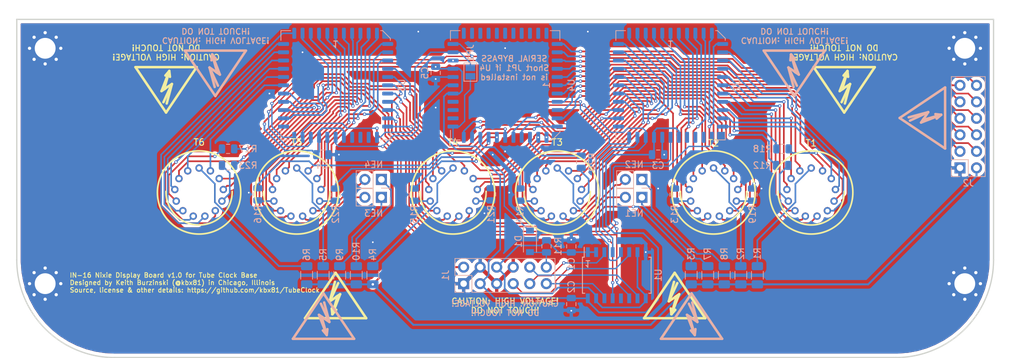
<source format=kicad_pcb>
(kicad_pcb (version 20171130) (host pcbnew "(5.1.0-0)")
  (layers (0 F.Cu signal) (31 B.Cu signal) (34 B.Paste user) (35 F.Paste user) (36 B.SilkS user) (37 F.SilkS user) (38 B.Mask user) (39 F.Mask user) (44 Edge.Cuts user))
  (net 0 "")
  (net 1 T6_K_0)
  (net 2 T6_K_1)
  (net 3 T6_K_2)
  (net 4 T6_K_3)
  (net 5 T6_K_4)
  (net 6 T6_K_5)
  (net 7 T6_K_6)
  (net 8 T6_K_7)
  (net 9 T6_K_8)
  (net 10 T6_K_9)
  (net 11 T5_K_9)
  (net 12 T5_K_8)
  (net 13 T5_K_7)
  (net 14 T5_K_6)
  (net 15 T5_K_5)
  (net 16 T5_K_4)
  (net 17 T5_K_3)
  (net 18 T5_K_2)
  (net 19 T5_K_1)
  (net 20 T5_K_0)
  (net 21 T4_K_0)
  (net 22 T4_K_1)
  (net 23 T4_K_2)
  (net 24 T4_K_3)
  (net 25 T4_K_4)
  (net 26 T4_K_5)
  (net 27 T4_K_6)
  (net 28 T4_K_7)
  (net 29 T4_K_8)
  (net 30 T4_K_9)
  (net 31 T3_K_9)
  (net 32 T3_K_8)
  (net 33 T3_K_7)
  (net 34 T3_K_6)
  (net 35 T3_K_5)
  (net 36 T3_K_4)
  (net 37 T3_K_3)
  (net 38 T3_K_2)
  (net 39 T3_K_1)
  (net 40 T3_K_0)
  (net 41 T2_K_0)
  (net 42 T2_K_1)
  (net 43 T2_K_2)
  (net 44 T2_K_3)
  (net 45 T2_K_4)
  (net 46 T2_K_5)
  (net 47 T2_K_6)
  (net 48 T2_K_7)
  (net 49 T2_K_8)
  (net 50 T2_K_9)
  (net 51 T1_K_9)
  (net 52 T1_K_8)
  (net 53 T1_K_7)
  (net 54 T1_K_6)
  (net 55 T1_K_5)
  (net 56 T1_K_4)
  (net 57 T1_K_3)
  (net 58 T1_K_2)
  (net 59 T1_K_1)
  (net 60 T1_K_0)
  (net 61 +V_IN)
  (net 62 GND)
  (net 63 +V_HV)
  (net 64 "Net-(NE4-Pad1)")
  (net 65 "Net-(NE3-Pad1)")
  (net 66 "Net-(NE2-Pad1)")
  (net 67 "Net-(NE1-Pad1)")
  (net 68 "Net-(R3-Pad1)")
  (net 69 +3V3)
  (net 70 DATA_OUT)
  (net 71 ~LE~)
  (net 72 ~BL~)
  (net 73 DATA_IN)
  (net 74 CLK)
  (net 75 T7_K)
  (net 76 T8_K)
  (net 77 T10_K)
  (net 78 T9_K)
  (net 79 ~LE_DB~)
  (net 80 ~BL_DB~)
  (net 81 CLK_DB)
  (net 82 DATA_IN_DB)
  (net 83 "Net-(R1-Pad1)")
  (net 84 "Net-(R2-Pad1)")
  (net 85 "Net-(R6-Pad1)")
  (net 86 "Net-(R4-Pad1)")
  (net 87 "Net-(R5-Pad1)")
  (net 88 "Net-(D1-Pad2)")
  (net 89 DATA_THROUGH2)
  (net 90 T1_PL)
  (net 91 T1_PR)
  (net 92 T2_PL)
  (net 93 T2_PR)
  (net 94 T3_PL)
  (net 95 T3_PR)
  (net 96 T4_PL)
  (net 97 T4_PR)
  (net 98 T5_PL)
  (net 99 T5_PR)
  (net 100 DATA_THROUGH1)
  (net 101 T6_PR)
  (net 102 T6_PL)
  (net 103 "Net-(R12-Pad1)")
  (net 104 "Net-(R13-Pad1)")
  (net 105 "Net-(R14-Pad1)")
  (net 106 "Net-(R15-Pad1)")
  (net 107 "Net-(R16-Pad1)")
  (net 108 "Net-(R17-Pad1)")
  (net 109 "Net-(R18-Pad1)")
  (net 110 "Net-(R19-Pad1)")
  (net 111 "Net-(R20-Pad1)")
  (net 112 "Net-(R21-Pad1)")
  (net 113 "Net-(R22-Pad1)")
  (net 114 "Net-(R23-Pad1)")
  (net 115 EXT10)
  (net 116 EXT9)
  (net 117 EXT8)
  (net 118 EXT7)
  (net 119 EXT6)
  (net 120 EXT5)
  (net 121 EXT4)
  (net 122 EXT3)
  (net 123 EXT2)
  (net 124 EXT1)
  (module TubeClock:Nixie_IN-16 (layer F.Cu) (at 101.7424 102.8146 180)
    (fp_text reference T6 (at -0.01 7.717) (layer F.SilkS))
    (fp_text value IN-16_Nixie_Tube hide)
    (pad "" np_thru_hole circle (at 0 0 180) (size 4 4) (drill 4) (layers *.Cu *.Mask))
    (pad 5 thru_hole circle (at 3.51028 -1.33096 180) (size 1.13792 1.13792) (drill 0.62992) (layers *.Cu *.Paste *.Mask) (net 102 T6_PL))
    (pad 10 thru_hole circle (at -3.51028 -1.33096 180) (size 1.13792 1.13792) (drill 0.62992) (layers *.Cu *.Paste *.Mask) (net 101 T6_PR))
    (pad 1 thru_hole circle (at 0 3.75412 180) (size 1.13792 1.13792) (drill 0.62992) (layers *.Cu *.Paste *.Mask) (net 85 "Net-(R6-Pad1)"))
    (pad 12 thru_hole circle (at -3.08864 2.13106 180) (size 1.13792 1.13792) (drill 0.62992) (layers *.Cu *.Paste *.Mask) (net 10 T6_K_9))
    (pad 11 thru_hole circle (at -3.72618 0.45212 180) (size 1.13792 1.13792) (drill 0.62992) (layers *.Cu *.Paste *.Mask) (net 9 T6_K_8))
    (pad 3 thru_hole circle (at 3.08864 2.13106 180) (size 1.13792 1.13792) (drill 0.62992) (layers *.Cu *.Paste *.Mask) (net 8 T6_K_7))
    (pad 8 thru_hole circle (at -0.89662 -3.6449 180) (size 1.13792 1.13792) (drill 0.62992) (layers *.Cu *.Paste *.Mask) (net 7 T6_K_6))
    (pad 7 thru_hole circle (at 0.89662 -3.6449 180) (size 1.13792 1.13792) (drill 0.62992) (layers *.Cu *.Paste *.Mask) (net 6 T6_K_5))
    (pad 6 thru_hole circle (at 2.4892 -2.80924 180) (size 1.13792 1.13792) (drill 0.62992) (layers *.Cu *.Paste *.Mask) (net 5 T6_K_4))
    (pad 4 thru_hole circle (at 3.72618 0.45212 180) (size 1.13792 1.13792) (drill 0.62992) (layers *.Cu *.Paste *.Mask) (net 4 T6_K_3))
    (pad 9 thru_hole circle (at -2.4892 -2.80924 180) (size 1.13792 1.13792) (drill 0.62992) (layers *.Cu *.Paste *.Mask) (net 3 T6_K_2))
    (pad 2 thru_hole circle (at 1.74244 3.32232 180) (size 1.13792 1.13792) (drill 0.62992) (layers *.Cu *.Paste *.Mask) (net 2 T6_K_1))
    (pad 13 thru_hole circle (at -1.74244 3.32232 180) (size 1.13792 1.13792) (drill 0.62992) (layers *.Cu *.Paste *.Mask) (net 1 T6_K_0))
  )
  (module TubeClock:Nixie_IN-16 (layer F.Cu) (at 116.7424 102.8146 180)
    (fp_text reference T5 (at 0.004 7.717) (layer F.SilkS))
    (fp_text value IN-16_Nixie_Tube hide)
    (pad "" np_thru_hole circle (at 0 0 180) (size 4 4) (drill 4) (layers *.Cu *.Mask))
    (pad 5 thru_hole circle (at 3.51028 -1.33096 180) (size 1.13792 1.13792) (drill 0.62992) (layers *.Cu *.Paste *.Mask) (net 98 T5_PL))
    (pad 10 thru_hole circle (at -3.51028 -1.33096 180) (size 1.13792 1.13792) (drill 0.62992) (layers *.Cu *.Paste *.Mask) (net 99 T5_PR))
    (pad 1 thru_hole circle (at 0 3.75412 180) (size 1.13792 1.13792) (drill 0.62992) (layers *.Cu *.Paste *.Mask) (net 87 "Net-(R5-Pad1)"))
    (pad 12 thru_hole circle (at -3.08864 2.13106 180) (size 1.13792 1.13792) (drill 0.62992) (layers *.Cu *.Paste *.Mask) (net 11 T5_K_9))
    (pad 11 thru_hole circle (at -3.72618 0.45212 180) (size 1.13792 1.13792) (drill 0.62992) (layers *.Cu *.Paste *.Mask) (net 12 T5_K_8))
    (pad 3 thru_hole circle (at 3.08864 2.13106 180) (size 1.13792 1.13792) (drill 0.62992) (layers *.Cu *.Paste *.Mask) (net 13 T5_K_7))
    (pad 8 thru_hole circle (at -0.89662 -3.6449 180) (size 1.13792 1.13792) (drill 0.62992) (layers *.Cu *.Paste *.Mask) (net 14 T5_K_6))
    (pad 7 thru_hole circle (at 0.89662 -3.6449 180) (size 1.13792 1.13792) (drill 0.62992) (layers *.Cu *.Paste *.Mask) (net 15 T5_K_5))
    (pad 6 thru_hole circle (at 2.4892 -2.80924 180) (size 1.13792 1.13792) (drill 0.62992) (layers *.Cu *.Paste *.Mask) (net 16 T5_K_4))
    (pad 4 thru_hole circle (at 3.72618 0.45212 180) (size 1.13792 1.13792) (drill 0.62992) (layers *.Cu *.Paste *.Mask) (net 17 T5_K_3))
    (pad 9 thru_hole circle (at -2.4892 -2.80924 180) (size 1.13792 1.13792) (drill 0.62992) (layers *.Cu *.Paste *.Mask) (net 18 T5_K_2))
    (pad 2 thru_hole circle (at 1.74244 3.32232 180) (size 1.13792 1.13792) (drill 0.62992) (layers *.Cu *.Paste *.Mask) (net 19 T5_K_1))
    (pad 13 thru_hole circle (at -1.74244 3.32232 180) (size 1.13792 1.13792) (drill 0.62992) (layers *.Cu *.Paste *.Mask) (net 20 T5_K_0))
  )
  (module TubeClock:Nixie_IN-16 (layer F.Cu) (at 140.7424 102.8146 180)
    (fp_text reference T4 (at 0.001 7.717) (layer F.SilkS))
    (fp_text value IN-16_Nixie_Tube hide)
    (pad "" np_thru_hole circle (at 0 0 180) (size 4 4) (drill 4) (layers *.Cu *.Mask))
    (pad 5 thru_hole circle (at 3.51028 -1.33096 180) (size 1.13792 1.13792) (drill 0.62992) (layers *.Cu *.Paste *.Mask) (net 96 T4_PL))
    (pad 10 thru_hole circle (at -3.51028 -1.33096 180) (size 1.13792 1.13792) (drill 0.62992) (layers *.Cu *.Paste *.Mask) (net 97 T4_PR))
    (pad 1 thru_hole circle (at 0 3.75412 180) (size 1.13792 1.13792) (drill 0.62992) (layers *.Cu *.Paste *.Mask) (net 86 "Net-(R4-Pad1)"))
    (pad 12 thru_hole circle (at -3.08864 2.13106 180) (size 1.13792 1.13792) (drill 0.62992) (layers *.Cu *.Paste *.Mask) (net 30 T4_K_9))
    (pad 11 thru_hole circle (at -3.72618 0.45212 180) (size 1.13792 1.13792) (drill 0.62992) (layers *.Cu *.Paste *.Mask) (net 29 T4_K_8))
    (pad 3 thru_hole circle (at 3.08864 2.13106 180) (size 1.13792 1.13792) (drill 0.62992) (layers *.Cu *.Paste *.Mask) (net 28 T4_K_7))
    (pad 8 thru_hole circle (at -0.89662 -3.6449 180) (size 1.13792 1.13792) (drill 0.62992) (layers *.Cu *.Paste *.Mask) (net 27 T4_K_6))
    (pad 7 thru_hole circle (at 0.89662 -3.6449 180) (size 1.13792 1.13792) (drill 0.62992) (layers *.Cu *.Paste *.Mask) (net 26 T4_K_5))
    (pad 6 thru_hole circle (at 2.4892 -2.80924 180) (size 1.13792 1.13792) (drill 0.62992) (layers *.Cu *.Paste *.Mask) (net 25 T4_K_4))
    (pad 4 thru_hole circle (at 3.72618 0.45212 180) (size 1.13792 1.13792) (drill 0.62992) (layers *.Cu *.Paste *.Mask) (net 24 T4_K_3))
    (pad 9 thru_hole circle (at -2.4892 -2.80924 180) (size 1.13792 1.13792) (drill 0.62992) (layers *.Cu *.Paste *.Mask) (net 23 T4_K_2))
    (pad 2 thru_hole circle (at 1.74244 3.32232 180) (size 1.13792 1.13792) (drill 0.62992) (layers *.Cu *.Paste *.Mask) (net 22 T4_K_1))
    (pad 13 thru_hole circle (at -1.74244 3.32232 180) (size 1.13792 1.13792) (drill 0.62992) (layers *.Cu *.Paste *.Mask) (net 21 T4_K_0))
  )
  (module TubeClock:Nixie_IN-16 (layer F.Cu) (at 156.7424 102.8146 180)
    (fp_text reference T3 (at -0.001 7.717) (layer F.SilkS))
    (fp_text value IN-16_Nixie_Tube hide)
    (pad "" np_thru_hole circle (at 0 0 180) (size 4 4) (drill 4) (layers *.Cu *.Mask))
    (pad 5 thru_hole circle (at 3.51028 -1.33096 180) (size 1.13792 1.13792) (drill 0.62992) (layers *.Cu *.Paste *.Mask) (net 94 T3_PL))
    (pad 10 thru_hole circle (at -3.51028 -1.33096 180) (size 1.13792 1.13792) (drill 0.62992) (layers *.Cu *.Paste *.Mask) (net 95 T3_PR))
    (pad 1 thru_hole circle (at 0 3.75412 180) (size 1.13792 1.13792) (drill 0.62992) (layers *.Cu *.Paste *.Mask) (net 68 "Net-(R3-Pad1)"))
    (pad 12 thru_hole circle (at -3.08864 2.13106 180) (size 1.13792 1.13792) (drill 0.62992) (layers *.Cu *.Paste *.Mask) (net 31 T3_K_9))
    (pad 11 thru_hole circle (at -3.72618 0.45212 180) (size 1.13792 1.13792) (drill 0.62992) (layers *.Cu *.Paste *.Mask) (net 32 T3_K_8))
    (pad 3 thru_hole circle (at 3.08864 2.13106 180) (size 1.13792 1.13792) (drill 0.62992) (layers *.Cu *.Paste *.Mask) (net 33 T3_K_7))
    (pad 8 thru_hole circle (at -0.89662 -3.6449 180) (size 1.13792 1.13792) (drill 0.62992) (layers *.Cu *.Paste *.Mask) (net 34 T3_K_6))
    (pad 7 thru_hole circle (at 0.89662 -3.6449 180) (size 1.13792 1.13792) (drill 0.62992) (layers *.Cu *.Paste *.Mask) (net 35 T3_K_5))
    (pad 6 thru_hole circle (at 2.4892 -2.80924 180) (size 1.13792 1.13792) (drill 0.62992) (layers *.Cu *.Paste *.Mask) (net 36 T3_K_4))
    (pad 4 thru_hole circle (at 3.72618 0.45212 180) (size 1.13792 1.13792) (drill 0.62992) (layers *.Cu *.Paste *.Mask) (net 37 T3_K_3))
    (pad 9 thru_hole circle (at -2.4892 -2.80924 180) (size 1.13792 1.13792) (drill 0.62992) (layers *.Cu *.Paste *.Mask) (net 38 T3_K_2))
    (pad 2 thru_hole circle (at 1.74244 3.32232 180) (size 1.13792 1.13792) (drill 0.62992) (layers *.Cu *.Paste *.Mask) (net 39 T3_K_1))
    (pad 13 thru_hole circle (at -1.74244 3.32232 180) (size 1.13792 1.13792) (drill 0.62992) (layers *.Cu *.Paste *.Mask) (net 40 T3_K_0))
  )
  (module TubeClock:Nixie_IN-16 (layer F.Cu) (at 180.7424 102.8146 180)
    (fp_text reference T2 (at -0.004 7.59 180) (layer F.SilkS))
    (fp_text value IN-16_Nixie_Tube hide)
    (pad "" np_thru_hole circle (at 0 0 180) (size 4 4) (drill 4) (layers *.Cu *.Mask))
    (pad 5 thru_hole circle (at 3.51028 -1.33096 180) (size 1.13792 1.13792) (drill 0.62992) (layers *.Cu *.Paste *.Mask) (net 92 T2_PL))
    (pad 10 thru_hole circle (at -3.51028 -1.33096 180) (size 1.13792 1.13792) (drill 0.62992) (layers *.Cu *.Paste *.Mask) (net 93 T2_PR))
    (pad 1 thru_hole circle (at 0 3.75412 180) (size 1.13792 1.13792) (drill 0.62992) (layers *.Cu *.Paste *.Mask) (net 84 "Net-(R2-Pad1)"))
    (pad 12 thru_hole circle (at -3.08864 2.13106 180) (size 1.13792 1.13792) (drill 0.62992) (layers *.Cu *.Paste *.Mask) (net 50 T2_K_9))
    (pad 11 thru_hole circle (at -3.72618 0.45212 180) (size 1.13792 1.13792) (drill 0.62992) (layers *.Cu *.Paste *.Mask) (net 49 T2_K_8))
    (pad 3 thru_hole circle (at 3.08864 2.13106 180) (size 1.13792 1.13792) (drill 0.62992) (layers *.Cu *.Paste *.Mask) (net 48 T2_K_7))
    (pad 8 thru_hole circle (at -0.89662 -3.6449 180) (size 1.13792 1.13792) (drill 0.62992) (layers *.Cu *.Paste *.Mask) (net 47 T2_K_6))
    (pad 7 thru_hole circle (at 0.89662 -3.6449 180) (size 1.13792 1.13792) (drill 0.62992) (layers *.Cu *.Paste *.Mask) (net 46 T2_K_5))
    (pad 6 thru_hole circle (at 2.4892 -2.80924 180) (size 1.13792 1.13792) (drill 0.62992) (layers *.Cu *.Paste *.Mask) (net 45 T2_K_4))
    (pad 4 thru_hole circle (at 3.72618 0.45212 180) (size 1.13792 1.13792) (drill 0.62992) (layers *.Cu *.Paste *.Mask) (net 44 T2_K_3))
    (pad 9 thru_hole circle (at -2.4892 -2.80924 180) (size 1.13792 1.13792) (drill 0.62992) (layers *.Cu *.Paste *.Mask) (net 43 T2_K_2))
    (pad 2 thru_hole circle (at 1.74244 3.32232 180) (size 1.13792 1.13792) (drill 0.62992) (layers *.Cu *.Paste *.Mask) (net 42 T2_K_1))
    (pad 13 thru_hole circle (at -1.74244 3.32232 180) (size 1.13792 1.13792) (drill 0.62992) (layers *.Cu *.Paste *.Mask) (net 41 T2_K_0))
  )
  (module TubeClock:Nixie_IN-16 (layer F.Cu) (at 195.7424 102.8146 180)
    (fp_text reference T1 (at 0.01 7.59) (layer F.SilkS))
    (fp_text value IN-16_Nixie_Tube hide)
    (pad "" np_thru_hole circle (at 0 0 180) (size 4 4) (drill 4) (layers *.Cu *.Mask))
    (pad 5 thru_hole circle (at 3.51028 -1.33096 180) (size 1.13792 1.13792) (drill 0.62992) (layers *.Cu *.Paste *.Mask) (net 90 T1_PL))
    (pad 10 thru_hole circle (at -3.51028 -1.33096 180) (size 1.13792 1.13792) (drill 0.62992) (layers *.Cu *.Paste *.Mask) (net 91 T1_PR))
    (pad 1 thru_hole circle (at 0 3.75412 180) (size 1.13792 1.13792) (drill 0.62992) (layers *.Cu *.Paste *.Mask) (net 83 "Net-(R1-Pad1)"))
    (pad 12 thru_hole circle (at -3.08864 2.13106 180) (size 1.13792 1.13792) (drill 0.62992) (layers *.Cu *.Paste *.Mask) (net 51 T1_K_9))
    (pad 11 thru_hole circle (at -3.72618 0.45212 180) (size 1.13792 1.13792) (drill 0.62992) (layers *.Cu *.Paste *.Mask) (net 52 T1_K_8))
    (pad 3 thru_hole circle (at 3.08864 2.13106 180) (size 1.13792 1.13792) (drill 0.62992) (layers *.Cu *.Paste *.Mask) (net 53 T1_K_7))
    (pad 8 thru_hole circle (at -0.89662 -3.6449 180) (size 1.13792 1.13792) (drill 0.62992) (layers *.Cu *.Paste *.Mask) (net 54 T1_K_6))
    (pad 7 thru_hole circle (at 0.89662 -3.6449 180) (size 1.13792 1.13792) (drill 0.62992) (layers *.Cu *.Paste *.Mask) (net 55 T1_K_5))
    (pad 6 thru_hole circle (at 2.4892 -2.80924 180) (size 1.13792 1.13792) (drill 0.62992) (layers *.Cu *.Paste *.Mask) (net 56 T1_K_4))
    (pad 4 thru_hole circle (at 3.72618 0.45212 180) (size 1.13792 1.13792) (drill 0.62992) (layers *.Cu *.Paste *.Mask) (net 57 T1_K_3))
    (pad 9 thru_hole circle (at -2.4892 -2.80924 180) (size 1.13792 1.13792) (drill 0.62992) (layers *.Cu *.Paste *.Mask) (net 58 T1_K_2))
    (pad 2 thru_hole circle (at 1.74244 3.32232 180) (size 1.13792 1.13792) (drill 0.62992) (layers *.Cu *.Paste *.Mask) (net 59 T1_K_1))
    (pad 13 thru_hole circle (at -1.74244 3.32232 180) (size 1.13792 1.13792) (drill 0.62992) (layers *.Cu *.Paste *.Mask) (net 60 T1_K_0))
  )
  (module kbxCustoms:Symbol_HighVoltage_Type2_SilkTop_VerySmall (layer F.Cu) (at 200.8124 86.3346 180)
    (fp_text reference REF** hide)
    (fp_text value Symbol_HighVoltage_Type2_SilkTop_VerySmall)
  )
  (module kbxCustoms:Symbol_HighVoltage_Type2_SilkBottom_VerySmall (layer F.Cu) (at 213.5124 91.4146 90)
    (fp_text reference REF** hide)
    (fp_text value Symbol_HighVoltage_Type2_SilkBottom_VerySmall)
  )
  (module Connector_PinHeader_2.54mm:PinHeader_2x06_P2.54mm_Vertical (layer B.Cu) (at 218.5924 99.0346)
    (fp_text reference J2 (at 1.27 2.33) (layer B.SilkS) (effects (justify mirror)))
    (fp_text value Conn_02x06_Odd_Even)
    (pad 12 thru_hole oval (at 2.54 -12.7) (size 1.7 1.7) (drill 1) (layers *.Cu *.Mask) (net 115 EXT10))
    (pad 11 thru_hole oval (at 0 -12.7) (size 1.7 1.7) (drill 1) (layers *.Cu *.Mask) (net 116 EXT9))
    (pad 10 thru_hole oval (at 2.54 -10.16) (size 1.7 1.7) (drill 1) (layers *.Cu *.Mask) (net 117 EXT8))
    (pad 9 thru_hole oval (at 0 -10.16) (size 1.7 1.7) (drill 1) (layers *.Cu *.Mask) (net 118 EXT7))
    (pad 8 thru_hole oval (at 2.54 -7.62) (size 1.7 1.7) (drill 1) (layers *.Cu *.Mask) (net 119 EXT6))
    (pad 7 thru_hole oval (at 0 -7.62) (size 1.7 1.7) (drill 1) (layers *.Cu *.Mask) (net 120 EXT5))
    (pad 6 thru_hole oval (at 2.54 -5.08) (size 1.7 1.7) (drill 1) (layers *.Cu *.Mask) (net 121 EXT4))
    (pad 5 thru_hole oval (at 0 -5.08) (size 1.7 1.7) (drill 1) (layers *.Cu *.Mask) (net 122 EXT3))
    (pad 4 thru_hole oval (at 2.54 -2.54) (size 1.7 1.7) (drill 1) (layers *.Cu *.Mask) (net 123 EXT2))
    (pad 3 thru_hole oval (at 0 -2.54) (size 1.7 1.7) (drill 1) (layers *.Cu *.Mask) (net 124 EXT1))
    (pad 2 thru_hole oval (at 2.54 0) (size 1.7 1.7) (drill 1) (layers *.Cu *.Mask) (net 63 +V_HV))
    (pad 1 thru_hole rect (at 0 0) (size 1.7 1.7) (drill 1) (layers *.Cu *.Mask) (net 62 GND))
  )
  (module Connector_PinSocket_2.54mm:PinSocket_2x06_P2.54mm_Vertical (layer B.Cu) (at 142.367 116.84 270)
    (fp_text reference J1 (at -1.27 2.77 270) (layer B.SilkS) (effects (justify mirror)))
    (fp_text value Conn_02x06_Odd_Even)
    (pad 12 thru_hole oval (at -2.54 -12.7 270) (size 1.7 1.7) (drill 1) (layers *.Cu *.Mask) (net 88 "Net-(D1-Pad2)"))
    (pad 11 thru_hole oval (at 0 -12.7 270) (size 1.7 1.7) (drill 1) (layers *.Cu *.Mask) (net 82 DATA_IN_DB))
    (pad 10 thru_hole oval (at -2.54 -10.16 270) (size 1.7 1.7) (drill 1) (layers *.Cu *.Mask) (net 81 CLK_DB))
    (pad 9 thru_hole oval (at 0 -10.16 270) (size 1.7 1.7) (drill 1) (layers *.Cu *.Mask) (net 79 ~LE_DB~))
    (pad 8 thru_hole oval (at -2.54 -7.62 270) (size 1.7 1.7) (drill 1) (layers *.Cu *.Mask) (net 62 GND))
    (pad 7 thru_hole oval (at 0 -7.62 270) (size 1.7 1.7) (drill 1) (layers *.Cu *.Mask) (net 80 ~BL_DB~))
    (pad 6 thru_hole oval (at -2.54 -5.08 270) (size 1.7 1.7) (drill 1) (layers *.Cu *.Mask) (net 69 +3V3))
    (pad 5 thru_hole oval (at 0 -5.08 270) (size 1.7 1.7) (drill 1) (layers *.Cu *.Mask) (net 62 GND))
    (pad 4 thru_hole oval (at -2.54 -2.54 270) (size 1.7 1.7) (drill 1) (layers *.Cu *.Mask) (net 62 GND))
    (pad 3 thru_hole oval (at 0 -2.54 270) (size 1.7 1.7) (drill 1) (layers *.Cu *.Mask) (net 61 +V_IN))
    (pad 2 thru_hole oval (at -2.54 0 270) (size 1.7 1.7) (drill 1) (layers *.Cu *.Mask) (net 63 +V_HV))
    (pad 1 thru_hole rect (at 0 0 270) (size 1.7 1.7) (drill 1) (layers *.Cu *.Mask) (net 62 GND))
  )
  (module Package_LCC:PLCC-44_16.6x16.6mm_P1.27mm (layer B.Cu) (at 174.1424 86.3346 180)
    (fp_text reference U2 (at -10.16 0 270) (layer B.SilkS) (effects (justify mirror)))
    (fp_text value HV5622)
    (pad 44 smd roundrect (at 1.27 8 180) (size 0.6 1.7) (layers B.Cu B.Paste B.Mask) (net 43 T2_K_2))
    (pad 43 smd roundrect (at 2.54 8 180) (size 0.6 1.7) (layers B.Cu B.Paste B.Mask) (net 42 T2_K_1))
    (pad 42 smd roundrect (at 3.81 8 180) (size 0.6 1.7) (layers B.Cu B.Paste B.Mask) (net 41 T2_K_0))
    (pad 41 smd roundrect (at 5.08 8 180) (size 0.6 1.7) (layers B.Cu B.Paste B.Mask) (net 31 T3_K_9))
    (pad 40 smd roundrect (at 6.35 8 180) (size 0.6 1.7) (layers B.Cu B.Paste B.Mask) (net 32 T3_K_8))
    (pad 39 smd roundrect (at 8 6.35 180) (size 1.7 0.6) (layers B.Cu B.Paste B.Mask) (net 33 T3_K_7))
    (pad 38 smd roundrect (at 8 5.08 180) (size 1.7 0.6) (layers B.Cu B.Paste B.Mask) (net 34 T3_K_6))
    (pad 37 smd roundrect (at 8 3.81 180) (size 1.7 0.6) (layers B.Cu B.Paste B.Mask) (net 35 T3_K_5))
    (pad 36 smd roundrect (at 8 2.54 180) (size 1.7 0.6) (layers B.Cu B.Paste B.Mask) (net 36 T3_K_4))
    (pad 35 smd roundrect (at 8 1.27 180) (size 1.7 0.6) (layers B.Cu B.Paste B.Mask) (net 37 T3_K_3))
    (pad 34 smd roundrect (at 8 0 180) (size 1.7 0.6) (layers B.Cu B.Paste B.Mask) (net 38 T3_K_2))
    (pad 33 smd roundrect (at 8 -1.27 180) (size 1.7 0.6) (layers B.Cu B.Paste B.Mask) (net 39 T3_K_1))
    (pad 32 smd roundrect (at 8 -2.54 180) (size 1.7 0.6) (layers B.Cu B.Paste B.Mask) (net 40 T3_K_0))
    (pad 31 smd roundrect (at 8 -3.81 180) (size 1.7 0.6) (layers B.Cu B.Paste B.Mask) (net 30 T4_K_9))
    (pad 30 smd roundrect (at 8 -5.08 180) (size 1.7 0.6) (layers B.Cu B.Paste B.Mask) (net 29 T4_K_8))
    (pad 29 smd roundrect (at 8 -6.35 180) (size 1.7 0.6) (layers B.Cu B.Paste B.Mask))
    (pad 28 smd roundrect (at 6.35 -8 180) (size 0.6 1.7) (layers B.Cu B.Paste B.Mask) (net 72 ~BL~))
    (pad 27 smd roundrect (at 5.08 -8 180) (size 0.6 1.7) (layers B.Cu B.Paste B.Mask) (net 73 DATA_IN))
    (pad 26 smd roundrect (at 3.81 -8 180) (size 0.6 1.7) (layers B.Cu B.Paste B.Mask) (net 71 ~LE~))
    (pad 25 smd roundrect (at 2.54 -8 180) (size 0.6 1.7) (layers B.Cu B.Paste B.Mask) (net 61 +V_IN))
    (pad 24 smd roundrect (at 1.27 -8 180) (size 0.6 1.7) (layers B.Cu B.Paste B.Mask) (net 62 GND))
    (pad 23 smd roundrect (at 0 -8 180) (size 0.6 1.7) (layers B.Cu B.Paste B.Mask) (net 74 CLK))
    (pad 22 smd roundrect (at -1.27 -8 180) (size 0.6 1.7) (layers B.Cu B.Paste B.Mask) (net 61 +V_IN))
    (pad 21 smd roundrect (at -2.54 -8 180) (size 0.6 1.7) (layers B.Cu B.Paste B.Mask))
    (pad 20 smd roundrect (at -3.81 -8 180) (size 0.6 1.7) (layers B.Cu B.Paste B.Mask))
    (pad 19 smd roundrect (at -5.08 -8 180) (size 0.6 1.7) (layers B.Cu B.Paste B.Mask))
    (pad 18 smd roundrect (at -6.35 -8 180) (size 0.6 1.7) (layers B.Cu B.Paste B.Mask) (net 100 DATA_THROUGH1))
    (pad 17 smd roundrect (at -8 -6.35 180) (size 1.7 0.6) (layers B.Cu B.Paste B.Mask) (net 51 T1_K_9))
    (pad 16 smd roundrect (at -8 -5.08 180) (size 1.7 0.6) (layers B.Cu B.Paste B.Mask) (net 52 T1_K_8))
    (pad 15 smd roundrect (at -8 -3.81 180) (size 1.7 0.6) (layers B.Cu B.Paste B.Mask) (net 53 T1_K_7))
    (pad 14 smd roundrect (at -8 -2.54 180) (size 1.7 0.6) (layers B.Cu B.Paste B.Mask) (net 54 T1_K_6))
    (pad 13 smd roundrect (at -8 -1.27 180) (size 1.7 0.6) (layers B.Cu B.Paste B.Mask) (net 55 T1_K_5))
    (pad 12 smd roundrect (at -8 0 180) (size 1.7 0.6) (layers B.Cu B.Paste B.Mask) (net 56 T1_K_4))
    (pad 11 smd roundrect (at -8 1.27 180) (size 1.7 0.6) (layers B.Cu B.Paste B.Mask) (net 57 T1_K_3))
    (pad 10 smd roundrect (at -8 2.54 180) (size 1.7 0.6) (layers B.Cu B.Paste B.Mask) (net 58 T1_K_2))
    (pad 9 smd roundrect (at -8 3.81 180) (size 1.7 0.6) (layers B.Cu B.Paste B.Mask) (net 59 T1_K_1))
    (pad 8 smd roundrect (at -8 5.08 180) (size 1.7 0.6) (layers B.Cu B.Paste B.Mask) (net 60 T1_K_0))
    (pad 7 smd roundrect (at -8 6.35 180) (size 1.7 0.6) (layers B.Cu B.Paste B.Mask) (net 50 T2_K_9))
    (pad 6 smd roundrect (at -6.35 8 180) (size 0.6 1.7) (layers B.Cu B.Paste B.Mask) (net 49 T2_K_8))
    (pad 5 smd roundrect (at -5.08 8 180) (size 0.6 1.7) (layers B.Cu B.Paste B.Mask) (net 48 T2_K_7))
    (pad 4 smd roundrect (at -3.81 8 180) (size 0.6 1.7) (layers B.Cu B.Paste B.Mask) (net 47 T2_K_6))
    (pad 3 smd roundrect (at -2.54 8 180) (size 0.6 1.7) (layers B.Cu B.Paste B.Mask) (net 46 T2_K_5))
    (pad 2 smd roundrect (at -1.27 8 180) (size 0.6 1.7) (layers B.Cu B.Paste B.Mask) (net 45 T2_K_4))
    (pad 1 smd roundrect (at 0 8 180) (size 0.6 1.7) (layers B.Cu B.Paste B.Mask) (net 44 T2_K_3))
  )
  (module kbxCustoms:Symbol_HighVoltage_Type2_SilkBottom_VerySmall (layer F.Cu) (at 104.2924 83.7946 180)
    (fp_text reference REF** hide)
    (fp_text value Symbol_HighVoltage_Type2_SilkBottom_VerySmall)
  )
  (module kbxCustoms:Symbol_HighVoltage_Type2_SilkBottom_VerySmall (layer F.Cu) (at 193.1924 83.7946 180)
    (fp_text reference REF** hide)
    (fp_text value Symbol_HighVoltage_Type2_SilkBottom_VerySmall)
  )
  (module kbxCustoms:Symbol_HighVoltage_Type2_SilkBottom_VerySmall (layer F.Cu) (at 120.8024 122.5296)
    (fp_text reference REF** hide)
    (fp_text value Symbol_HighVoltage_Type2_SilkBottom_VerySmall)
  )
  (module kbxCustoms:Symbol_HighVoltage_Type2_SilkBottom_VerySmall (layer F.Cu) (at 177.3174 122.5296)
    (fp_text reference REF** hide)
    (fp_text value Symbol_HighVoltage_Type2_SilkBottom_VerySmall)
  )
  (module kbxCustoms:Symbol_HighVoltage_Type2_SilkTop_VerySmall (layer F.Cu) (at 96.6724 86.3346 180)
    (fp_text reference REF** hide)
    (fp_text value Symbol_HighVoltage_Type2_SilkTop_VerySmall)
  )
  (module kbxCustoms:Symbol_HighVoltage_Type2_SilkTop_VerySmall (layer F.Cu) (at 174.7774 119.3546)
    (fp_text reference REF** hide)
    (fp_text value Symbol_HighVoltage_Type2_SilkTop_VerySmall)
  )
  (module kbxCustoms:Symbol_HighVoltage_Type2_SilkTop_VerySmall (layer F.Cu) (at 122.7074 119.3546)
    (fp_text reference REF** hide)
    (fp_text value Symbol_HighVoltage_Type2_SilkTop_VerySmall)
  )
  (module Package_LCC:PLCC-44_16.6x16.6mm_P1.27mm (layer B.Cu) (at 148.7424 86.3346 90)
    (fp_text reference U4 (at 0 10.16 90) (layer B.SilkS) (effects (justify mirror)))
    (fp_text value HV5622)
    (pad 44 smd roundrect (at 1.27 8 90) (size 0.6 1.7) (layers B.Cu B.Paste B.Mask) (net 119 EXT6))
    (pad 43 smd roundrect (at 2.54 8 90) (size 0.6 1.7) (layers B.Cu B.Paste B.Mask) (net 118 EXT7))
    (pad 42 smd roundrect (at 3.81 8 90) (size 0.6 1.7) (layers B.Cu B.Paste B.Mask) (net 117 EXT8))
    (pad 41 smd roundrect (at 5.08 8 90) (size 0.6 1.7) (layers B.Cu B.Paste B.Mask) (net 116 EXT9))
    (pad 40 smd roundrect (at 6.35 8 90) (size 0.6 1.7) (layers B.Cu B.Paste B.Mask) (net 115 EXT10))
    (pad 39 smd roundrect (at 8 6.35 90) (size 1.7 0.6) (layers B.Cu B.Paste B.Mask))
    (pad 38 smd roundrect (at 8 5.08 90) (size 1.7 0.6) (layers B.Cu B.Paste B.Mask))
    (pad 37 smd roundrect (at 8 3.81 90) (size 1.7 0.6) (layers B.Cu B.Paste B.Mask))
    (pad 36 smd roundrect (at 8 2.54 90) (size 1.7 0.6) (layers B.Cu B.Paste B.Mask))
    (pad 35 smd roundrect (at 8 1.27 90) (size 1.7 0.6) (layers B.Cu B.Paste B.Mask))
    (pad 34 smd roundrect (at 8 0 90) (size 1.7 0.6) (layers B.Cu B.Paste B.Mask))
    (pad 33 smd roundrect (at 8 -1.27 90) (size 1.7 0.6) (layers B.Cu B.Paste B.Mask))
    (pad 32 smd roundrect (at 8 -2.54 90) (size 1.7 0.6) (layers B.Cu B.Paste B.Mask))
    (pad 31 smd roundrect (at 8 -3.81 90) (size 1.7 0.6) (layers B.Cu B.Paste B.Mask))
    (pad 30 smd roundrect (at 8 -5.08 90) (size 1.7 0.6) (layers B.Cu B.Paste B.Mask))
    (pad 29 smd roundrect (at 8 -6.35 90) (size 1.7 0.6) (layers B.Cu B.Paste B.Mask))
    (pad 28 smd roundrect (at 6.35 -8 90) (size 0.6 1.7) (layers B.Cu B.Paste B.Mask) (net 72 ~BL~))
    (pad 27 smd roundrect (at 5.08 -8 90) (size 0.6 1.7) (layers B.Cu B.Paste B.Mask) (net 89 DATA_THROUGH2))
    (pad 26 smd roundrect (at 3.81 -8 90) (size 0.6 1.7) (layers B.Cu B.Paste B.Mask) (net 71 ~LE~))
    (pad 25 smd roundrect (at 2.54 -8 90) (size 0.6 1.7) (layers B.Cu B.Paste B.Mask) (net 61 +V_IN))
    (pad 24 smd roundrect (at 1.27 -8 90) (size 0.6 1.7) (layers B.Cu B.Paste B.Mask) (net 62 GND))
    (pad 23 smd roundrect (at 0 -8 90) (size 0.6 1.7) (layers B.Cu B.Paste B.Mask) (net 74 CLK))
    (pad 22 smd roundrect (at -1.27 -8 90) (size 0.6 1.7) (layers B.Cu B.Paste B.Mask) (net 61 +V_IN))
    (pad 21 smd roundrect (at -2.54 -8 90) (size 0.6 1.7) (layers B.Cu B.Paste B.Mask))
    (pad 20 smd roundrect (at -3.81 -8 90) (size 0.6 1.7) (layers B.Cu B.Paste B.Mask))
    (pad 19 smd roundrect (at -5.08 -8 90) (size 0.6 1.7) (layers B.Cu B.Paste B.Mask))
    (pad 18 smd roundrect (at -6.35 -8 90) (size 0.6 1.7) (layers B.Cu B.Paste B.Mask) (net 70 DATA_OUT))
    (pad 17 smd roundrect (at -8 -6.35 90) (size 1.7 0.6) (layers B.Cu B.Paste B.Mask) (net 103 "Net-(R12-Pad1)"))
    (pad 16 smd roundrect (at -8 -5.08 90) (size 1.7 0.6) (layers B.Cu B.Paste B.Mask) (net 104 "Net-(R13-Pad1)"))
    (pad 15 smd roundrect (at -8 -3.81 90) (size 1.7 0.6) (layers B.Cu B.Paste B.Mask) (net 105 "Net-(R14-Pad1)"))
    (pad 14 smd roundrect (at -8 -2.54 90) (size 1.7 0.6) (layers B.Cu B.Paste B.Mask) (net 106 "Net-(R15-Pad1)"))
    (pad 13 smd roundrect (at -8 -1.27 90) (size 1.7 0.6) (layers B.Cu B.Paste B.Mask) (net 107 "Net-(R16-Pad1)"))
    (pad 12 smd roundrect (at -8 0 90) (size 1.7 0.6) (layers B.Cu B.Paste B.Mask) (net 108 "Net-(R17-Pad1)"))
    (pad 11 smd roundrect (at -8 1.27 90) (size 1.7 0.6) (layers B.Cu B.Paste B.Mask) (net 109 "Net-(R18-Pad1)"))
    (pad 10 smd roundrect (at -8 2.54 90) (size 1.7 0.6) (layers B.Cu B.Paste B.Mask) (net 110 "Net-(R19-Pad1)"))
    (pad 9 smd roundrect (at -8 3.81 90) (size 1.7 0.6) (layers B.Cu B.Paste B.Mask) (net 111 "Net-(R20-Pad1)"))
    (pad 8 smd roundrect (at -8 5.08 90) (size 1.7 0.6) (layers B.Cu B.Paste B.Mask) (net 112 "Net-(R21-Pad1)"))
    (pad 7 smd roundrect (at -8 6.35 90) (size 1.7 0.6) (layers B.Cu B.Paste B.Mask) (net 113 "Net-(R22-Pad1)"))
    (pad 6 smd roundrect (at -6.35 8 90) (size 0.6 1.7) (layers B.Cu B.Paste B.Mask) (net 114 "Net-(R23-Pad1)"))
    (pad 5 smd roundrect (at -5.08 8 90) (size 0.6 1.7) (layers B.Cu B.Paste B.Mask) (net 124 EXT1))
    (pad 4 smd roundrect (at -3.81 8 90) (size 0.6 1.7) (layers B.Cu B.Paste B.Mask) (net 123 EXT2))
    (pad 3 smd roundrect (at -2.54 8 90) (size 0.6 1.7) (layers B.Cu B.Paste B.Mask) (net 122 EXT3))
    (pad 2 smd roundrect (at -1.27 8 90) (size 0.6 1.7) (layers B.Cu B.Paste B.Mask) (net 121 EXT4))
    (pad 1 smd roundrect (at 0 8 90) (size 0.6 1.7) (layers B.Cu B.Paste B.Mask) (net 120 EXT5))
  )
  (module Resistor_SMD:R_0805_2012Metric (layer B.Cu) (at 106.1974 98.6536 180)
    (fp_text reference R23 (at -3.048 0 180) (layer B.SilkS) (effects (justify mirror)))
    (fp_text value 10K)
    (pad 2 smd roundrect (at 0.9375 0 180) (size 0.975 1.4) (layers B.Cu B.Paste B.Mask) (net 101 T6_PR))
    (pad 1 smd roundrect (at -0.9375 0 180) (size 0.975 1.4) (layers B.Cu B.Paste B.Mask) (net 114 "Net-(R23-Pad1)"))
  )
  (module Resistor_SMD:R_0805_2012Metric (layer B.Cu) (at 122.7074 103.1471 270)
    (fp_text reference R22 (at 2.9995 0 270) (layer B.SilkS) (effects (justify mirror)))
    (fp_text value 10K)
    (pad 2 smd roundrect (at 0.9375 0 270) (size 0.975 1.4) (layers B.Cu B.Paste B.Mask) (net 99 T5_PR))
    (pad 1 smd roundrect (at -0.9375 0 270) (size 0.975 1.4) (layers B.Cu B.Paste B.Mask) (net 113 "Net-(R22-Pad1)"))
  )
  (module Resistor_SMD:R_0805_2012Metric (layer B.Cu) (at 146.5834 103.0986 270)
    (fp_text reference R21 (at 3.048 0 270) (layer B.SilkS) (effects (justify mirror)))
    (fp_text value 10K)
    (pad 2 smd roundrect (at 0.9375 0 270) (size 0.975 1.4) (layers B.Cu B.Paste B.Mask) (net 97 T4_PR))
    (pad 1 smd roundrect (at -0.9375 0 270) (size 0.975 1.4) (layers B.Cu B.Paste B.Mask) (net 112 "Net-(R21-Pad1)"))
  )
  (module Resistor_SMD:R_0805_2012Metric (layer B.Cu) (at 160.4264 98.0971 270)
    (fp_text reference R20 (at 0.0485 -1.651 270) (layer B.SilkS) (effects (justify mirror)))
    (fp_text value 10K)
    (pad 2 smd roundrect (at 0.9375 0 270) (size 0.975 1.4) (layers B.Cu B.Paste B.Mask) (net 95 T3_PR))
    (pad 1 smd roundrect (at -0.9375 0 270) (size 0.975 1.4) (layers B.Cu B.Paste B.Mask) (net 111 "Net-(R20-Pad1)"))
  )
  (module Resistor_SMD:R_0805_2012Metric (layer B.Cu) (at 186.7154 103.1471 270)
    (fp_text reference R19 (at 2.9995 0 270) (layer B.SilkS) (effects (justify mirror)))
    (fp_text value 10K)
    (pad 2 smd roundrect (at 0.9375 0 270) (size 0.975 1.4) (layers B.Cu B.Paste B.Mask) (net 93 T2_PR))
    (pad 1 smd roundrect (at -0.9375 0 270) (size 0.975 1.4) (layers B.Cu B.Paste B.Mask) (net 110 "Net-(R19-Pad1)"))
  )
  (module Resistor_SMD:R_0805_2012Metric (layer B.Cu) (at 191.3359 96.1136)
    (fp_text reference R18 (at -3.0965 0) (layer B.SilkS) (effects (justify mirror)))
    (fp_text value 10K)
    (pad 2 smd roundrect (at 0.9375 0) (size 0.975 1.4) (layers B.Cu B.Paste B.Mask) (net 91 T1_PR))
    (pad 1 smd roundrect (at -0.9375 0) (size 0.975 1.4) (layers B.Cu B.Paste B.Mask) (net 109 "Net-(R18-Pad1)"))
  )
  (module Resistor_SMD:R_0805_2012Metric (layer B.Cu) (at 106.1974 96.1136 180)
    (fp_text reference R17 (at -3.048 0 180) (layer B.SilkS) (effects (justify mirror)))
    (fp_text value 10K)
    (pad 2 smd roundrect (at 0.9375 0 180) (size 0.975 1.4) (layers B.Cu B.Paste B.Mask) (net 102 T6_PL))
    (pad 1 smd roundrect (at -0.9375 0 180) (size 0.975 1.4) (layers B.Cu B.Paste B.Mask) (net 108 "Net-(R17-Pad1)"))
  )
  (module Resistor_SMD:R_0805_2012Metric (layer B.Cu) (at 110.7694 103.0986 270)
    (fp_text reference R16 (at 3.048 0 270) (layer B.SilkS) (effects (justify mirror)))
    (fp_text value 10K)
    (pad 2 smd roundrect (at 0.9375 0 270) (size 0.975 1.4) (layers B.Cu B.Paste B.Mask) (net 98 T5_PL))
    (pad 1 smd roundrect (at -0.9375 0 270) (size 0.975 1.4) (layers B.Cu B.Paste B.Mask) (net 107 "Net-(R16-Pad1)"))
  )
  (module Resistor_SMD:R_0805_2012Metric (layer B.Cu) (at 134.7724 103.1471 270)
    (fp_text reference R15 (at 3.048 0 270) (layer B.SilkS) (effects (justify mirror)))
    (fp_text value 10K)
    (pad 2 smd roundrect (at 0.9375 0 270) (size 0.975 1.4) (layers B.Cu B.Paste B.Mask) (net 96 T4_PL))
    (pad 1 smd roundrect (at -0.9375 0 270) (size 0.975 1.4) (layers B.Cu B.Paste B.Mask) (net 106 "Net-(R15-Pad1)"))
  )
  (module Resistor_SMD:R_0805_2012Metric (layer B.Cu) (at 151.0284 103.1471 270)
    (fp_text reference R14 (at 3.048 0 270) (layer B.SilkS) (effects (justify mirror)))
    (fp_text value 10K)
    (pad 2 smd roundrect (at 0.9375 0 270) (size 0.975 1.4) (layers B.Cu B.Paste B.Mask) (net 94 T3_PL))
    (pad 1 smd roundrect (at -0.9375 0 270) (size 0.975 1.4) (layers B.Cu B.Paste B.Mask) (net 105 "Net-(R14-Pad1)"))
  )
  (module Resistor_SMD:R_0805_2012Metric (layer B.Cu) (at 174.7774 103.1471 270)
    (fp_text reference R13 (at 2.9995 0 270) (layer B.SilkS) (effects (justify mirror)))
    (fp_text value 10K)
    (pad 2 smd roundrect (at 0.9375 0 270) (size 0.975 1.4) (layers B.Cu B.Paste B.Mask) (net 92 T2_PL))
    (pad 1 smd roundrect (at -0.9375 0 270) (size 0.975 1.4) (layers B.Cu B.Paste B.Mask) (net 104 "Net-(R13-Pad1)"))
  )
  (module Resistor_SMD:R_0805_2012Metric (layer B.Cu) (at 191.2874 98.6536)
    (fp_text reference R12 (at -3.048 0) (layer B.SilkS) (effects (justify mirror)))
    (fp_text value 10K)
    (pad 2 smd roundrect (at 0.9375 0) (size 0.975 1.4) (layers B.Cu B.Paste B.Mask) (net 90 T1_PL))
    (pad 1 smd roundrect (at -0.9375 0) (size 0.975 1.4) (layers B.Cu B.Paste B.Mask) (net 103 "Net-(R12-Pad1)"))
  )
  (module Jumper:SolderJumper-2_P1.3mm_Open_Pad1.0x1.5mm (layer B.Cu) (at 143.4084 84.3026 270)
    (fp_text reference JP1 (at -2.921 0 270) (layer B.SilkS) (effects (justify mirror)))
    (fp_text value SolderJumper_2_Open)
    (pad 1 smd rect (at -0.65 0 270) (size 1 1.5) (layers B.Cu B.Mask) (net 89 DATA_THROUGH2))
    (pad 2 smd rect (at 0.65 0 270) (size 1 1.5) (layers B.Cu B.Mask) (net 70 DATA_OUT))
  )
  (module Capacitor_SMD:C_0805_2012Metric (layer B.Cu) (at 138.0744 84.4296 270)
    (fp_text reference C5 (at 0 1.65 270) (layer B.SilkS) (effects (justify mirror)))
    (fp_text value "100 nF")
    (pad 2 smd roundrect (at 0.9375 0 270) (size 0.975 1.4) (layers B.Cu B.Paste B.Mask) (net 62 GND))
    (pad 1 smd roundrect (at -0.9375 0 270) (size 0.975 1.4) (layers B.Cu B.Paste B.Mask) (net 61 +V_IN))
  )
  (module Resistor_SMD:R_0805_2012Metric (layer B.Cu) (at 155.0924 111.0996 270)
    (fp_text reference R11 (at 0 -1.778 270) (layer B.SilkS) (effects (justify mirror)))
    (fp_text value 10K)
    (pad 2 smd roundrect (at 0.9375 0 270) (size 0.975 1.4) (layers B.Cu B.Paste B.Mask) (net 88 "Net-(D1-Pad2)"))
    (pad 1 smd roundrect (at -0.9375 0 270) (size 0.975 1.4) (layers B.Cu B.Paste B.Mask) (net 69 +3V3))
  )
  (module Diode_SMD:D_SOD-123 (layer B.Cu) (at 152.5524 110.3376 270)
    (fp_text reference D1 (at 0 1.778 270) (layer B.SilkS) (effects (justify mirror)))
    (fp_text value 1N4148)
    (pad 2 smd rect (at 1.65 0 270) (size 0.9 1.2) (layers B.Cu B.Paste B.Mask) (net 88 "Net-(D1-Pad2)"))
    (pad 1 smd rect (at -1.65 0 270) (size 0.9 1.2) (layers B.Cu B.Paste B.Mask) (net 70 DATA_OUT))
  )
  (module Package_LCC:PLCC-44_16.6x16.6mm_P1.27mm (layer B.Cu) (at 122.7074 86.3346 180)
    (fp_text reference U3 (at -10.16 0 270) (layer B.SilkS) (effects (justify mirror)))
    (fp_text value HV5622)
    (pad 44 smd roundrect (at 1.27 8 180) (size 0.6 1.7) (layers B.Cu B.Paste B.Mask) (net 20 T5_K_0))
    (pad 43 smd roundrect (at 2.54 8 180) (size 0.6 1.7) (layers B.Cu B.Paste B.Mask) (net 10 T6_K_9))
    (pad 42 smd roundrect (at 3.81 8 180) (size 0.6 1.7) (layers B.Cu B.Paste B.Mask) (net 9 T6_K_8))
    (pad 41 smd roundrect (at 5.08 8 180) (size 0.6 1.7) (layers B.Cu B.Paste B.Mask) (net 8 T6_K_7))
    (pad 40 smd roundrect (at 6.35 8 180) (size 0.6 1.7) (layers B.Cu B.Paste B.Mask) (net 7 T6_K_6))
    (pad 39 smd roundrect (at 8 6.35 180) (size 1.7 0.6) (layers B.Cu B.Paste B.Mask) (net 6 T6_K_5))
    (pad 38 smd roundrect (at 8 5.08 180) (size 1.7 0.6) (layers B.Cu B.Paste B.Mask) (net 5 T6_K_4))
    (pad 37 smd roundrect (at 8 3.81 180) (size 1.7 0.6) (layers B.Cu B.Paste B.Mask) (net 4 T6_K_3))
    (pad 36 smd roundrect (at 8 2.54 180) (size 1.7 0.6) (layers B.Cu B.Paste B.Mask) (net 3 T6_K_2))
    (pad 35 smd roundrect (at 8 1.27 180) (size 1.7 0.6) (layers B.Cu B.Paste B.Mask) (net 2 T6_K_1))
    (pad 34 smd roundrect (at 8 0 180) (size 1.7 0.6) (layers B.Cu B.Paste B.Mask) (net 1 T6_K_0))
    (pad 33 smd roundrect (at 8 -1.27 180) (size 1.7 0.6) (layers B.Cu B.Paste B.Mask) (net 77 T10_K))
    (pad 32 smd roundrect (at 8 -2.54 180) (size 1.7 0.6) (layers B.Cu B.Paste B.Mask) (net 78 T9_K))
    (pad 31 smd roundrect (at 8 -3.81 180) (size 1.7 0.6) (layers B.Cu B.Paste B.Mask) (net 76 T8_K))
    (pad 30 smd roundrect (at 8 -5.08 180) (size 1.7 0.6) (layers B.Cu B.Paste B.Mask) (net 75 T7_K))
    (pad 29 smd roundrect (at 8 -6.35 180) (size 1.7 0.6) (layers B.Cu B.Paste B.Mask))
    (pad 28 smd roundrect (at 6.35 -8 180) (size 0.6 1.7) (layers B.Cu B.Paste B.Mask) (net 72 ~BL~))
    (pad 27 smd roundrect (at 5.08 -8 180) (size 0.6 1.7) (layers B.Cu B.Paste B.Mask) (net 100 DATA_THROUGH1))
    (pad 26 smd roundrect (at 3.81 -8 180) (size 0.6 1.7) (layers B.Cu B.Paste B.Mask) (net 71 ~LE~))
    (pad 25 smd roundrect (at 2.54 -8 180) (size 0.6 1.7) (layers B.Cu B.Paste B.Mask) (net 61 +V_IN))
    (pad 24 smd roundrect (at 1.27 -8 180) (size 0.6 1.7) (layers B.Cu B.Paste B.Mask) (net 62 GND))
    (pad 23 smd roundrect (at 0 -8 180) (size 0.6 1.7) (layers B.Cu B.Paste B.Mask) (net 74 CLK))
    (pad 22 smd roundrect (at -1.27 -8 180) (size 0.6 1.7) (layers B.Cu B.Paste B.Mask) (net 61 +V_IN))
    (pad 21 smd roundrect (at -2.54 -8 180) (size 0.6 1.7) (layers B.Cu B.Paste B.Mask))
    (pad 20 smd roundrect (at -3.81 -8 180) (size 0.6 1.7) (layers B.Cu B.Paste B.Mask))
    (pad 19 smd roundrect (at -5.08 -8 180) (size 0.6 1.7) (layers B.Cu B.Paste B.Mask))
    (pad 18 smd roundrect (at -6.35 -8 180) (size 0.6 1.7) (layers B.Cu B.Paste B.Mask) (net 89 DATA_THROUGH2))
    (pad 17 smd roundrect (at -8 -6.35 180) (size 1.7 0.6) (layers B.Cu B.Paste B.Mask) (net 28 T4_K_7))
    (pad 16 smd roundrect (at -8 -5.08 180) (size 1.7 0.6) (layers B.Cu B.Paste B.Mask) (net 27 T4_K_6))
    (pad 15 smd roundrect (at -8 -3.81 180) (size 1.7 0.6) (layers B.Cu B.Paste B.Mask) (net 26 T4_K_5))
    (pad 14 smd roundrect (at -8 -2.54 180) (size 1.7 0.6) (layers B.Cu B.Paste B.Mask) (net 25 T4_K_4))
    (pad 13 smd roundrect (at -8 -1.27 180) (size 1.7 0.6) (layers B.Cu B.Paste B.Mask) (net 24 T4_K_3))
    (pad 12 smd roundrect (at -8 0 180) (size 1.7 0.6) (layers B.Cu B.Paste B.Mask) (net 23 T4_K_2))
    (pad 11 smd roundrect (at -8 1.27 180) (size 1.7 0.6) (layers B.Cu B.Paste B.Mask) (net 22 T4_K_1))
    (pad 10 smd roundrect (at -8 2.54 180) (size 1.7 0.6) (layers B.Cu B.Paste B.Mask) (net 21 T4_K_0))
    (pad 9 smd roundrect (at -8 3.81 180) (size 1.7 0.6) (layers B.Cu B.Paste B.Mask) (net 11 T5_K_9))
    (pad 8 smd roundrect (at -8 5.08 180) (size 1.7 0.6) (layers B.Cu B.Paste B.Mask) (net 12 T5_K_8))
    (pad 7 smd roundrect (at -8 6.35 180) (size 1.7 0.6) (layers B.Cu B.Paste B.Mask) (net 13 T5_K_7))
    (pad 6 smd roundrect (at -6.35 8 180) (size 0.6 1.7) (layers B.Cu B.Paste B.Mask) (net 14 T5_K_6))
    (pad 5 smd roundrect (at -5.08 8 180) (size 0.6 1.7) (layers B.Cu B.Paste B.Mask) (net 15 T5_K_5))
    (pad 4 smd roundrect (at -3.81 8 180) (size 0.6 1.7) (layers B.Cu B.Paste B.Mask) (net 16 T5_K_4))
    (pad 3 smd roundrect (at -2.54 8 180) (size 0.6 1.7) (layers B.Cu B.Paste B.Mask) (net 17 T5_K_3))
    (pad 2 smd roundrect (at -1.27 8 180) (size 0.6 1.7) (layers B.Cu B.Paste B.Mask) (net 18 T5_K_2))
    (pad 1 smd roundrect (at 0 8 180) (size 0.6 1.7) (layers B.Cu B.Paste B.Mask) (net 19 T5_K_1))
  )
  (module MountingHole:MountingHole_3.2mm_M3_Pad_Via (layer F.Cu) (at 78.105 116.84)
    (fp_text reference H3 hide)
    (fp_text value MountingHole_Pad)
    (pad 1 thru_hole circle (at 1.697056 -1.697056) (size 0.8 0.8) (drill 0.5) (layers *.Cu *.Mask) (net 62 GND))
    (pad 1 thru_hole circle (at 0 -2.4) (size 0.8 0.8) (drill 0.5) (layers *.Cu *.Mask) (net 62 GND))
    (pad 1 thru_hole circle (at -1.697056 -1.697056) (size 0.8 0.8) (drill 0.5) (layers *.Cu *.Mask) (net 62 GND))
    (pad 1 thru_hole circle (at -2.4 0) (size 0.8 0.8) (drill 0.5) (layers *.Cu *.Mask) (net 62 GND))
    (pad 1 thru_hole circle (at -1.697056 1.697056) (size 0.8 0.8) (drill 0.5) (layers *.Cu *.Mask) (net 62 GND))
    (pad 1 thru_hole circle (at 0 2.4) (size 0.8 0.8) (drill 0.5) (layers *.Cu *.Mask) (net 62 GND))
    (pad 1 thru_hole circle (at 1.697056 1.697056) (size 0.8 0.8) (drill 0.5) (layers *.Cu *.Mask) (net 62 GND))
    (pad 1 thru_hole circle (at 2.4 0) (size 0.8 0.8) (drill 0.5) (layers *.Cu *.Mask) (net 62 GND))
    (pad 1 thru_hole circle (at 0 0) (size 6.4 6.4) (drill 3.2) (layers *.Cu *.Mask) (net 62 GND))
  )
  (module MountingHole:MountingHole_3.2mm_M3_Pad_Via (layer F.Cu) (at 219.329 116.84)
    (fp_text reference H4 hide)
    (fp_text value MountingHole_Pad)
    (pad 1 thru_hole circle (at 1.697056 -1.697056) (size 0.8 0.8) (drill 0.5) (layers *.Cu *.Mask) (net 62 GND))
    (pad 1 thru_hole circle (at 0 -2.4) (size 0.8 0.8) (drill 0.5) (layers *.Cu *.Mask) (net 62 GND))
    (pad 1 thru_hole circle (at -1.697056 -1.697056) (size 0.8 0.8) (drill 0.5) (layers *.Cu *.Mask) (net 62 GND))
    (pad 1 thru_hole circle (at -2.4 0) (size 0.8 0.8) (drill 0.5) (layers *.Cu *.Mask) (net 62 GND))
    (pad 1 thru_hole circle (at -1.697056 1.697056) (size 0.8 0.8) (drill 0.5) (layers *.Cu *.Mask) (net 62 GND))
    (pad 1 thru_hole circle (at 0 2.4) (size 0.8 0.8) (drill 0.5) (layers *.Cu *.Mask) (net 62 GND))
    (pad 1 thru_hole circle (at 1.697056 1.697056) (size 0.8 0.8) (drill 0.5) (layers *.Cu *.Mask) (net 62 GND))
    (pad 1 thru_hole circle (at 2.4 0) (size 0.8 0.8) (drill 0.5) (layers *.Cu *.Mask) (net 62 GND))
    (pad 1 thru_hole circle (at 0 0) (size 6.4 6.4) (drill 3.2) (layers *.Cu *.Mask) (net 62 GND))
  )
  (module MountingHole:MountingHole_3.2mm_M3_Pad_Via (layer F.Cu) (at 78.105 80.645)
    (fp_text reference H1 hide)
    (fp_text value MountingHole_Pad)
    (pad 1 thru_hole circle (at 1.697056 -1.697056) (size 0.8 0.8) (drill 0.5) (layers *.Cu *.Mask) (net 62 GND))
    (pad 1 thru_hole circle (at 0 -2.4) (size 0.8 0.8) (drill 0.5) (layers *.Cu *.Mask) (net 62 GND))
    (pad 1 thru_hole circle (at -1.697056 -1.697056) (size 0.8 0.8) (drill 0.5) (layers *.Cu *.Mask) (net 62 GND))
    (pad 1 thru_hole circle (at -2.4 0) (size 0.8 0.8) (drill 0.5) (layers *.Cu *.Mask) (net 62 GND))
    (pad 1 thru_hole circle (at -1.697056 1.697056) (size 0.8 0.8) (drill 0.5) (layers *.Cu *.Mask) (net 62 GND))
    (pad 1 thru_hole circle (at 0 2.4) (size 0.8 0.8) (drill 0.5) (layers *.Cu *.Mask) (net 62 GND))
    (pad 1 thru_hole circle (at 1.697056 1.697056) (size 0.8 0.8) (drill 0.5) (layers *.Cu *.Mask) (net 62 GND))
    (pad 1 thru_hole circle (at 2.4 0) (size 0.8 0.8) (drill 0.5) (layers *.Cu *.Mask) (net 62 GND))
    (pad 1 thru_hole circle (at 0 0) (size 6.4 6.4) (drill 3.2) (layers *.Cu *.Mask) (net 62 GND))
  )
  (module MountingHole:MountingHole_3.2mm_M3_Pad_Via (layer F.Cu) (at 219.329 80.645)
    (fp_text reference H2 hide)
    (fp_text value MountingHole_Pad)
    (pad 1 thru_hole circle (at 1.697056 -1.697056) (size 0.8 0.8) (drill 0.5) (layers *.Cu *.Mask) (net 62 GND))
    (pad 1 thru_hole circle (at 0 -2.4) (size 0.8 0.8) (drill 0.5) (layers *.Cu *.Mask) (net 62 GND))
    (pad 1 thru_hole circle (at -1.697056 -1.697056) (size 0.8 0.8) (drill 0.5) (layers *.Cu *.Mask) (net 62 GND))
    (pad 1 thru_hole circle (at -2.4 0) (size 0.8 0.8) (drill 0.5) (layers *.Cu *.Mask) (net 62 GND))
    (pad 1 thru_hole circle (at -1.697056 1.697056) (size 0.8 0.8) (drill 0.5) (layers *.Cu *.Mask) (net 62 GND))
    (pad 1 thru_hole circle (at 0 2.4) (size 0.8 0.8) (drill 0.5) (layers *.Cu *.Mask) (net 62 GND))
    (pad 1 thru_hole circle (at 1.697056 1.697056) (size 0.8 0.8) (drill 0.5) (layers *.Cu *.Mask) (net 62 GND))
    (pad 1 thru_hole circle (at 2.4 0) (size 0.8 0.8) (drill 0.5) (layers *.Cu *.Mask) (net 62 GND))
    (pad 1 thru_hole circle (at 0 0) (size 6.4 6.4) (drill 3.2) (layers *.Cu *.Mask) (net 62 GND))
  )
  (module Capacitor_SMD:C_0805_2012Metric (layer B.Cu) (at 158.9024 111.0996 90)
    (fp_text reference C1 (at -2.667 0 90) (layer B.SilkS) (effects (justify mirror)))
    (fp_text value "100 nF")
    (pad 2 smd roundrect (at 0.9375 0 90) (size 0.975 1.4) (layers B.Cu B.Paste B.Mask) (net 62 GND))
    (pad 1 smd roundrect (at -0.9375 0 90) (size 0.975 1.4) (layers B.Cu B.Paste B.Mask) (net 69 +3V3))
  )
  (module Capacitor_SMD:C_0805_2012Metric (layer B.Cu) (at 158.9024 119.9896 270)
    (fp_text reference C2 (at -2.667 0 270) (layer B.SilkS) (effects (justify mirror)))
    (fp_text value "100 nF")
    (pad 2 smd roundrect (at 0.9375 0 270) (size 0.975 1.4) (layers B.Cu B.Paste B.Mask) (net 62 GND))
    (pad 1 smd roundrect (at -0.9375 0 270) (size 0.975 1.4) (layers B.Cu B.Paste B.Mask) (net 61 +V_IN))
  )
  (module Capacitor_SMD:C_0805_2012Metric (layer B.Cu) (at 172.2374 97.0026)
    (fp_text reference C3 (at 0 1.65) (layer B.SilkS) (effects (justify mirror)))
    (fp_text value "100 nF")
    (pad 2 smd roundrect (at 0.9375 0) (size 0.975 1.4) (layers B.Cu B.Paste B.Mask) (net 62 GND))
    (pad 1 smd roundrect (at -0.9375 0) (size 0.975 1.4) (layers B.Cu B.Paste B.Mask) (net 61 +V_IN))
  )
  (module Capacitor_SMD:C_0805_2012Metric (layer B.Cu) (at 120.6754 97.0026)
    (fp_text reference C4 (at 0 1.65) (layer B.SilkS) (effects (justify mirror)))
    (fp_text value "100 nF")
    (pad 2 smd roundrect (at 0.9375 0) (size 0.975 1.4) (layers B.Cu B.Paste B.Mask) (net 62 GND))
    (pad 1 smd roundrect (at -0.9375 0) (size 0.975 1.4) (layers B.Cu B.Paste B.Mask) (net 61 +V_IN))
  )
  (module Package_SO:SOIC-16W_5.3x10.2mm_P1.27mm (layer B.Cu) (at 165.8874 115.5446 270)
    (fp_text reference U1 (at 0 -6.3754 270) (layer B.SilkS) (effects (justify mirror)))
    (fp_text value CD40109B)
    (pad 16 smd rect (at 3.55 4.445 270) (size 1.5 0.6) (layers B.Cu B.Paste B.Mask) (net 61 +V_IN))
    (pad 15 smd rect (at 3.55 3.175 270) (size 1.5 0.6) (layers B.Cu B.Paste B.Mask) (net 69 +3V3))
    (pad 14 smd rect (at 3.55 1.905 270) (size 1.5 0.6) (layers B.Cu B.Paste B.Mask) (net 82 DATA_IN_DB))
    (pad 13 smd rect (at 3.55 0.635 270) (size 1.5 0.6) (layers B.Cu B.Paste B.Mask) (net 73 DATA_IN))
    (pad 12 smd rect (at 3.55 -0.635 270) (size 1.5 0.6) (layers B.Cu B.Paste B.Mask))
    (pad 11 smd rect (at 3.55 -1.905 270) (size 1.5 0.6) (layers B.Cu B.Paste B.Mask) (net 74 CLK))
    (pad 10 smd rect (at 3.55 -3.175 270) (size 1.5 0.6) (layers B.Cu B.Paste B.Mask) (net 81 CLK_DB))
    (pad 9 smd rect (at 3.55 -4.445 270) (size 1.5 0.6) (layers B.Cu B.Paste B.Mask) (net 69 +3V3))
    (pad 8 smd rect (at -3.55 -4.445 270) (size 1.5 0.6) (layers B.Cu B.Paste B.Mask) (net 62 GND))
    (pad 7 smd rect (at -3.55 -3.175 270) (size 1.5 0.6) (layers B.Cu B.Paste B.Mask) (net 69 +3V3))
    (pad 6 smd rect (at -3.55 -1.905 270) (size 1.5 0.6) (layers B.Cu B.Paste B.Mask) (net 80 ~BL_DB~))
    (pad 5 smd rect (at -3.55 -0.635 270) (size 1.5 0.6) (layers B.Cu B.Paste B.Mask) (net 72 ~BL~))
    (pad 4 smd rect (at -3.55 0.635 270) (size 1.5 0.6) (layers B.Cu B.Paste B.Mask) (net 71 ~LE~))
    (pad 3 smd rect (at -3.55 1.905 270) (size 1.5 0.6) (layers B.Cu B.Paste B.Mask) (net 79 ~LE_DB~))
    (pad 2 smd rect (at -3.55 3.175 270) (size 1.5 0.6) (layers B.Cu B.Paste B.Mask) (net 69 +3V3))
    (pad 1 smd rect (at -3.55 4.445 270) (size 1.5 0.6) (layers B.Cu B.Paste B.Mask) (net 69 +3V3))
  )
  (module Resistor_SMD:R_1206_3216Metric (layer B.Cu) (at 125.8824 115.5446 270)
    (fp_text reference R10 (at -3.683 0 270) (layer B.SilkS) (effects (justify mirror)))
    (fp_text value 470K)
    (pad 2 smd roundrect (at 1.4 0 270) (size 1.25 1.75) (layers B.Cu B.Paste B.Mask) (roundrect_rratio 0.2) (net 63 +V_HV))
    (pad 1 smd roundrect (at -1.4 0 270) (size 1.25 1.75) (layers B.Cu B.Paste B.Mask) (roundrect_rratio 0.2) (net 64 "Net-(NE4-Pad1)"))
  )
  (module Resistor_SMD:R_1206_3216Metric (layer B.Cu) (at 182.3974 115.5446 270)
    (fp_text reference R8 (at -3.302 0 270) (layer B.SilkS) (effects (justify mirror)))
    (fp_text value 470K)
    (pad 2 smd roundrect (at 1.4 0 270) (size 1.25 1.75) (layers B.Cu B.Paste B.Mask) (roundrect_rratio 0.2) (net 63 +V_HV))
    (pad 1 smd roundrect (at -1.4 0 270) (size 1.25 1.75) (layers B.Cu B.Paste B.Mask) (roundrect_rratio 0.2) (net 66 "Net-(NE2-Pad1)"))
  )
  (module Resistor_SMD:R_1206_3216Metric (layer B.Cu) (at 118.2624 115.5446 270)
    (fp_text reference R6 (at -3.175 0 270) (layer B.SilkS) (effects (justify mirror)))
    (fp_text value 10K)
    (pad 2 smd roundrect (at 1.4 0 270) (size 1.25 1.75) (layers B.Cu B.Paste B.Mask) (roundrect_rratio 0.2) (net 63 +V_HV))
    (pad 1 smd roundrect (at -1.4 0 270) (size 1.25 1.75) (layers B.Cu B.Paste B.Mask) (roundrect_rratio 0.2) (net 85 "Net-(R6-Pad1)"))
  )
  (module Resistor_SMD:R_1206_3216Metric (layer B.Cu) (at 120.8024 115.5446 270)
    (fp_text reference R5 (at -3.175 0 270) (layer B.SilkS) (effects (justify mirror)))
    (fp_text value 10K)
    (pad 2 smd roundrect (at 1.4 0 270) (size 1.25 1.75) (layers B.Cu B.Paste B.Mask) (roundrect_rratio 0.2) (net 63 +V_HV))
    (pad 1 smd roundrect (at -1.4 0 270) (size 1.25 1.75) (layers B.Cu B.Paste B.Mask) (roundrect_rratio 0.2) (net 87 "Net-(R5-Pad1)"))
  )
  (module Resistor_SMD:R_1206_3216Metric (layer B.Cu) (at 128.4224 115.5446 270)
    (fp_text reference R4 (at -3.175 0 270) (layer B.SilkS) (effects (justify mirror)))
    (fp_text value 10K)
    (pad 2 smd roundrect (at 1.4 0 270) (size 1.25 1.75) (layers B.Cu B.Paste B.Mask) (roundrect_rratio 0.2) (net 63 +V_HV))
    (pad 1 smd roundrect (at -1.4 0 270) (size 1.25 1.75) (layers B.Cu B.Paste B.Mask) (roundrect_rratio 0.2) (net 86 "Net-(R4-Pad1)"))
  )
  (module Resistor_SMD:R_1206_3216Metric (layer B.Cu) (at 179.8574 115.5446 270)
    (fp_text reference R7 (at -3.302 0.0254 270) (layer B.SilkS) (effects (justify mirror)))
    (fp_text value 470K)
    (pad 2 smd roundrect (at 1.4 0 270) (size 1.25 1.75) (layers B.Cu B.Paste B.Mask) (roundrect_rratio 0.2) (net 63 +V_HV))
    (pad 1 smd roundrect (at -1.4 0 270) (size 1.25 1.75) (layers B.Cu B.Paste B.Mask) (roundrect_rratio 0.2) (net 67 "Net-(NE1-Pad1)"))
  )
  (module Resistor_SMD:R_1206_3216Metric (layer B.Cu) (at 123.3424 115.5446 270)
    (fp_text reference R9 (at -3.175 0 270) (layer B.SilkS) (effects (justify mirror)))
    (fp_text value 470K)
    (pad 2 smd roundrect (at 1.4 0 270) (size 1.25 1.75) (layers B.Cu B.Paste B.Mask) (roundrect_rratio 0.2) (net 63 +V_HV))
    (pad 1 smd roundrect (at -1.4 0 270) (size 1.25 1.75) (layers B.Cu B.Paste B.Mask) (roundrect_rratio 0.2) (net 65 "Net-(NE3-Pad1)"))
  )
  (module Resistor_SMD:R_1206_3216Metric (layer B.Cu) (at 177.3174 115.5446 270)
    (fp_text reference R3 (at -3.302 0 270) (layer B.SilkS) (effects (justify mirror)))
    (fp_text value 10K)
    (pad 2 smd roundrect (at 1.4 0 270) (size 1.25 1.75) (layers B.Cu B.Paste B.Mask) (roundrect_rratio 0.2) (net 63 +V_HV))
    (pad 1 smd roundrect (at -1.4 0 270) (size 1.25 1.75) (layers B.Cu B.Paste B.Mask) (roundrect_rratio 0.2) (net 68 "Net-(R3-Pad1)"))
  )
  (module Resistor_SMD:R_1206_3216Metric (layer B.Cu) (at 184.9374 115.5446 270)
    (fp_text reference R2 (at -3.302 0.0254 270) (layer B.SilkS) (effects (justify mirror)))
    (fp_text value 10K)
    (pad 2 smd roundrect (at 1.4 0 270) (size 1.25 1.75) (layers B.Cu B.Paste B.Mask) (roundrect_rratio 0.2) (net 63 +V_HV))
    (pad 1 smd roundrect (at -1.4 0 270) (size 1.25 1.75) (layers B.Cu B.Paste B.Mask) (roundrect_rratio 0.2) (net 84 "Net-(R2-Pad1)"))
  )
  (module Resistor_SMD:R_1206_3216Metric (layer B.Cu) (at 187.4774 115.5446 270)
    (fp_text reference R1 (at -3.302 0 270) (layer B.SilkS) (effects (justify mirror)))
    (fp_text value 10K)
    (pad 2 smd roundrect (at 1.4 0 270) (size 1.25 1.75) (layers B.Cu B.Paste B.Mask) (roundrect_rratio 0.2) (net 63 +V_HV))
    (pad 1 smd roundrect (at -1.4 0 270) (size 1.25 1.75) (layers B.Cu B.Paste B.Mask) (roundrect_rratio 0.2) (net 83 "Net-(R1-Pad1)"))
  )
  (module Connector_PinHeader_2.54mm:PinHeader_1x02_P2.54mm_Vertical (layer B.Cu) (at 169.7424 103.56 90)
    (fp_text reference NE1 (at -2.4596 -1.188) (layer B.SilkS) (effects (justify mirror)))
    (fp_text value Lamp_Neon)
    (pad 2 thru_hole oval (at 0 -2.54 90) (size 1.7 1.7) (drill 1) (layers *.Cu *.Mask) (net 75 T7_K))
    (pad 1 thru_hole rect (at 0 0 90) (size 1.7 1.7) (drill 1) (layers *.Cu *.Mask) (net 67 "Net-(NE1-Pad1)"))
  )
  (module Connector_PinHeader_2.54mm:PinHeader_1x02_P2.54mm_Vertical (layer B.Cu) (at 129.7424 103.56 90)
    (fp_text reference NE3 (at -2.4596 -1.193) (layer B.SilkS) (effects (justify mirror)))
    (fp_text value Lamp_Neon)
    (pad 2 thru_hole oval (at 0 -2.54 90) (size 1.7 1.7) (drill 1) (layers *.Cu *.Mask) (net 78 T9_K))
    (pad 1 thru_hole rect (at 0 0 90) (size 1.7 1.7) (drill 1) (layers *.Cu *.Mask) (net 65 "Net-(NE3-Pad1)"))
  )
  (module Connector_PinHeader_2.54mm:PinHeader_1x02_P2.54mm_Vertical (layer B.Cu) (at 169.7424 100.8146 90)
    (fp_text reference NE2 (at 2.288 -1.188) (layer B.SilkS) (effects (justify mirror)))
    (fp_text value Lamp_Neon)
    (pad 2 thru_hole oval (at 0 -2.54 90) (size 1.7 1.7) (drill 1) (layers *.Cu *.Mask) (net 76 T8_K))
    (pad 1 thru_hole rect (at 0 0 90) (size 1.7 1.7) (drill 1) (layers *.Cu *.Mask) (net 66 "Net-(NE2-Pad1)"))
  )
  (module Connector_PinHeader_2.54mm:PinHeader_1x02_P2.54mm_Vertical (layer B.Cu) (at 129.7424 100.8146 90)
    (fp_text reference NE4 (at 2.288 -1.193) (layer B.SilkS) (effects (justify mirror)))
    (fp_text value Lamp_Neon)
    (pad 2 thru_hole oval (at 0 -2.54 90) (size 1.7 1.7) (drill 1) (layers *.Cu *.Mask) (net 77 T10_K))
    (pad 1 thru_hole rect (at 0 0 90) (size 1.7 1.7) (drill 1) (layers *.Cu *.Mask) (net 64 "Net-(NE4-Pad1)"))
  )
  (gr_text "CAUTION: HIGH VOLTAGE!\nDO NOT TOUCH!" (at 200.8124 81.2546 180) (layer F.SilkS) (effects (font (size 0.889 0.889) (thickness 0.1524))))
  (gr_text "CAUTION: HIGH VOLTAGE!\nDO NOT TOUCH!" (at 148.7424 120.2436) (layer F.SilkS) (effects (font (size 0.889 0.889) (thickness 0.1524))))
  (gr_text "SERIAL BYPASS\nShort JP1 if U4\nis not installed" (at 150.1394 83.6676) (layer B.SilkS) (effects (font (size 0.889 0.889) (thickness 0.1524)) (justify mirror)))
  (gr_text "CAUTION: HIGH VOLTAGE!\nDO NOT TOUCH!" (at 104.2924 78.7146 180) (layer B.SilkS) (effects (font (size 0.889 0.889) (thickness 0.1524)) (justify mirror)))
  (gr_text 1 (at 155.0924 86.3346 90) (layer B.SilkS) (effects (font (size 1 1)) (justify mirror)))
  (gr_line (start 73.7458 76.2) (end 223.7458 76.2) (layer Edge.Cuts) (width 0.2))
  (gr_arc (start 208.7458 113.200001) (end 208.7458 128.2) (angle -90) (layer Edge.Cuts) (width 0.2))
  (gr_line (start 73.7458 113.200001) (end 73.7458 76.2) (layer Edge.Cuts) (width 0.2))
  (gr_arc (start 88.7458 113.200001) (end 73.7458 113.2) (angle -90) (layer Edge.Cuts) (width 0.2))
  (gr_text "CAUTION: HIGH VOLTAGE!\nDO NOT TOUCH!" (at 96.6724 81.2546 180) (layer F.SilkS) (effects (font (size 0.889 0.889) (thickness 0.1524))))
  (gr_text "CAUTION: HIGH VOLTAGE!\nDO NOT TOUCH!" (at 193.1924 78.7146 180) (layer B.SilkS) (effects (font (size 0.889 0.889) (thickness 0.1524)) (justify mirror)))
  (gr_text "CAUTION: HIGH VOLTAGE!\nDO NOT TOUCH!" (at 148.7424 120.6246) (layer B.SilkS) (effects (font (size 0.889 0.889) (thickness 0.1524)) (justify mirror)))
  (gr_text "IN-16 Nixie Display Board v1.0 for Tube Clock Base\nDesigned by Keith Burzinski (@kbx81) in Chicago, Illinois\nSource, license & other details: https://github.com/kbx81/TubeClock" (at 81.8134 116.6876) (layer F.SilkS) (effects (font (size 0.7112 0.7112) (thickness 0.127)) (justify left)))
  (gr_line (start 223.7458 76.2) (end 223.7458 113.200001) (layer Edge.Cuts) (width 0.2))
  (gr_line (start 208.7458 128.2) (end 88.7458 128.2) (layer Edge.Cuts) (width 0.2))
  (gr_text 1 (at 161.4424 113.7666 180) (layer B.SilkS) (effects (font (size 1 1)) (justify mirror)))
  (gr_text 1 (at 174.1424 79.9846 180) (layer B.SilkS) (effects (font (size 1 1)) (justify mirror)))
  (gr_text 1 (at 122.7074 79.9846 180) (layer B.SilkS) (effects (font (size 1 1)) (justify mirror)))
  (segment (start 103.48484 99.49228) (end 103.48484 94.63516) (width 0.254) (layer B.Cu) (net 1))
  (segment (start 111.7854 86.3346) (end 114.7074 86.3346) (width 0.254) (layer B.Cu) (net 1))
  (segment (start 103.48484 94.63516) (end 111.7854 86.3346) (width 0.254) (layer B.Cu) (net 1))
  (segment (start 99.99996 99.49228) (end 99.99996 97.23104) (width 0.254) (layer B.Cu) (net 2))
  (segment (start 112.1664 85.0646) (end 114.7074 85.0646) (width 0.254) (layer B.Cu) (net 2))
  (segment (start 99.99996 97.23104) (end 112.1664 85.0646) (width 0.254) (layer B.Cu) (net 2))
  (via (at 98.1964 98.1456) (size 0.508) (drill 0.254) (layers F.Cu B.Cu) (net 3))
  (segment (start 112.5474 83.7946) (end 114.7074 83.7946) (width 0.254) (layer B.Cu) (net 3))
  (segment (start 98.1964 98.1456) (end 112.5474 83.7946) (width 0.254) (layer B.Cu) (net 3))
  (segment (start 104.2316 106.42847) (end 104.2316 105.62384) (width 0.254) (layer F.Cu) (net 3))
  (segment (start 99.7204 107.5436) (end 103.11647 107.5436) (width 0.254) (layer F.Cu) (net 3))
  (segment (start 103.11647 107.5436) (end 104.2316 106.42847) (width 0.254) (layer F.Cu) (net 3))
  (segment (start 96.5454 104.3686) (end 99.7204 107.5436) (width 0.254) (layer F.Cu) (net 3))
  (segment (start 96.5454 99.7966) (end 96.5454 104.3686) (width 0.254) (layer F.Cu) (net 3))
  (segment (start 98.1964 98.1456) (end 96.5454 99.7966) (width 0.254) (layer F.Cu) (net 3))
  (segment (start 97.447261 101.793521) (end 98.01622 102.36248) (width 0.254) (layer B.Cu) (net 4))
  (segment (start 97.447261 101.793521) (end 97.447261 98.005739) (width 0.254) (layer B.Cu) (net 4))
  (segment (start 112.9284 82.5246) (end 114.7074 82.5246) (width 0.254) (layer B.Cu) (net 4))
  (segment (start 97.447261 98.005739) (end 112.9284 82.5246) (width 0.254) (layer B.Cu) (net 4))
  (segment (start 96.9264 104.3686) (end 96.9264 97.6376) (width 0.254) (layer B.Cu) (net 5))
  (segment (start 98.18164 105.62384) (end 96.9264 104.3686) (width 0.254) (layer B.Cu) (net 5))
  (segment (start 113.3094 81.2546) (end 114.7074 81.2546) (width 0.254) (layer B.Cu) (net 5))
  (segment (start 96.9264 97.6376) (end 113.3094 81.2546) (width 0.254) (layer B.Cu) (net 5))
  (segment (start 99.2532 105.62384) (end 98.18164 105.62384) (width 0.254) (layer B.Cu) (net 5))
  (segment (start 113.7574 79.9846) (end 96.4184 97.3236) (width 0.254) (layer B.Cu) (net 6))
  (segment (start 114.7074 79.9846) (end 113.7574 79.9846) (width 0.254) (layer B.Cu) (net 6))
  (segment (start 96.4184 97.3236) (end 96.4184 104.6226) (width 0.254) (layer B.Cu) (net 6))
  (segment (start 100.276821 107.028459) (end 100.84578 106.4595) (width 0.254) (layer B.Cu) (net 6))
  (segment (start 98.824259 107.028459) (end 100.276821 107.028459) (width 0.254) (layer B.Cu) (net 6))
  (segment (start 96.4184 104.6226) (end 98.824259 107.028459) (width 0.254) (layer B.Cu) (net 6))
  (segment (start 116.3574 78.3346) (end 114.5784 78.3346) (width 0.254) (layer B.Cu) (net 7))
  (segment (start 114.5784 78.3346) (end 95.9104 97.0026) (width 0.254) (layer B.Cu) (net 7))
  (segment (start 95.9104 97.0026) (end 95.9104 104.8766) (width 0.254) (layer B.Cu) (net 7))
  (segment (start 95.9104 104.8766) (end 98.5774 107.5436) (width 0.254) (layer B.Cu) (net 7))
  (segment (start 101.55492 107.5436) (end 102.63902 106.4595) (width 0.254) (layer B.Cu) (net 7))
  (segment (start 98.5774 107.5436) (end 101.55492 107.5436) (width 0.254) (layer B.Cu) (net 7))
  (segment (start 117.6274 79.2846) (end 121.5644 83.2216) (width 0.254) (layer B.Cu) (net 8))
  (segment (start 117.6274 78.3346) (end 117.6274 79.2846) (width 0.254) (layer B.Cu) (net 8))
  (segment (start 121.5644 83.2216) (end 121.5644 86.3346) (width 0.254) (layer B.Cu) (net 8))
  (segment (start 121.5644 86.3346) (end 121.5644 86.8426) (width 0.254) (layer B.Cu) (net 8))
  (segment (start 118.7704 88.1126) (end 119.9134 88.1126) (width 0.254) (layer F.Cu) (net 8))
  (segment (start 119.9134 88.1126) (end 121.1834 86.8426) (width 0.254) (layer F.Cu) (net 8))
  (segment (start 108.8644 98.0186) (end 118.7704 88.1126) (width 0.254) (layer F.Cu) (net 8))
  (segment (start 100.1014 98.0186) (end 108.8644 98.0186) (width 0.254) (layer F.Cu) (net 8))
  (segment (start 98.65376 99.46624) (end 100.1014 98.0186) (width 0.254) (layer F.Cu) (net 8))
  (segment (start 98.65376 100.68354) (end 98.65376 99.46624) (width 0.254) (layer F.Cu) (net 8))
  (segment (start 121.1834 86.8426) (end 121.5644 86.8426) (width 0.254) (layer F.Cu) (net 8))
  (via (at 121.5644 86.8426) (size 0.508) (drill 0.254) (layers F.Cu B.Cu) (net 8))
  (segment (start 118.8974 79.2846) (end 122.1994 82.5866) (width 0.254) (layer B.Cu) (net 9))
  (segment (start 118.8974 78.3346) (end 118.8974 79.2846) (width 0.254) (layer B.Cu) (net 9))
  (segment (start 122.1994 82.5866) (end 122.1994 87.4776) (width 0.254) (layer B.Cu) (net 9))
  (segment (start 106.037539 101.793521) (end 106.613479 101.793521) (width 0.254) (layer F.Cu) (net 9))
  (segment (start 105.46858 102.36248) (end 106.037539 101.793521) (width 0.254) (layer F.Cu) (net 9))
  (segment (start 106.613479 101.793521) (end 119.2784 89.1286) (width 0.254) (layer F.Cu) (net 9))
  (segment (start 119.2784 89.1286) (end 120.5484 89.1286) (width 0.254) (layer F.Cu) (net 9))
  (via (at 121.4374 88.2396) (size 0.508) (drill 0.254) (layers F.Cu B.Cu) (net 9))
  (segment (start 122.1994 87.4776) (end 121.4374 88.2396) (width 0.254) (layer B.Cu) (net 9))
  (segment (start 121.4374 88.2396) (end 120.5484 89.1286) (width 0.254) (layer F.Cu) (net 9))
  (segment (start 104.83104 100.68354) (end 106.96146 100.68354) (width 0.254) (layer F.Cu) (net 10))
  (segment (start 106.96146 100.68354) (end 119.0244 88.6206) (width 0.254) (layer F.Cu) (net 10))
  (segment (start 119.0244 88.6206) (end 120.1674 88.6206) (width 0.254) (layer F.Cu) (net 10))
  (via (at 122.8344 87.4776) (size 0.508) (drill 0.254) (layers F.Cu B.Cu) (net 10))
  (segment (start 120.1674 88.6206) (end 121.3104 87.4776) (width 0.254) (layer F.Cu) (net 10))
  (segment (start 121.3104 87.4776) (end 122.8344 87.4776) (width 0.254) (layer F.Cu) (net 10))
  (segment (start 120.1674 79.2846) (end 120.1674 78.3346) (width 0.254) (layer B.Cu) (net 10))
  (segment (start 122.8344 81.9516) (end 120.1674 79.2846) (width 0.254) (layer B.Cu) (net 10))
  (segment (start 122.8344 87.4776) (end 122.8344 81.9516) (width 0.254) (layer B.Cu) (net 10))
  (segment (start 129.7574 82.5246) (end 129.1844 83.0976) (width 0.254) (layer B.Cu) (net 11))
  (segment (start 130.7074 82.5246) (end 129.7574 82.5246) (width 0.254) (layer B.Cu) (net 11))
  (segment (start 119.83104 100.68354) (end 120.5484 99.96618) (width 0.254) (layer F.Cu) (net 11))
  (segment (start 120.5484 99.96618) (end 120.5484 94.7166) (width 0.254) (layer F.Cu) (net 11))
  (segment (start 120.5484 94.7166) (end 124.4854 90.7796) (width 0.254) (layer F.Cu) (net 11))
  (segment (start 128.1684 90.7796) (end 129.1844 89.7636) (width 0.254) (layer B.Cu) (net 11))
  (segment (start 127.2794 90.7796) (end 128.1684 90.7796) (width 0.254) (layer B.Cu) (net 11))
  (segment (start 129.1844 83.0976) (end 129.1844 89.7636) (width 0.254) (layer B.Cu) (net 11))
  (via (at 127.1524 90.7796) (size 0.508) (drill 0.254) (layers F.Cu B.Cu) (net 11))
  (segment (start 127.2794 90.7796) (end 127.1524 90.7796) (width 0.254) (layer B.Cu) (net 11))
  (segment (start 127.1524 90.7796) (end 124.4854 90.7796) (width 0.254) (layer F.Cu) (net 11))
  (segment (start 120.46858 102.36248) (end 121.037539 101.793521) (width 0.254) (layer F.Cu) (net 12))
  (segment (start 121.037539 101.793521) (end 121.037539 94.989461) (width 0.254) (layer F.Cu) (net 12))
  (segment (start 121.037539 94.989461) (end 124.6124 91.4146) (width 0.254) (layer F.Cu) (net 12))
  (via (at 126.1364 91.4146) (size 0.508) (drill 0.254) (layers F.Cu B.Cu) (net 12))
  (segment (start 124.6124 91.4146) (end 126.1364 91.4146) (width 0.254) (layer F.Cu) (net 12))
  (segment (start 129.7574 81.2546) (end 130.7074 81.2546) (width 0.254) (layer B.Cu) (net 12))
  (segment (start 128.5494 82.4626) (end 129.7574 81.2546) (width 0.254) (layer B.Cu) (net 12))
  (segment (start 128.5494 89.6366) (end 128.5494 82.4626) (width 0.254) (layer B.Cu) (net 12))
  (segment (start 126.8984 90.1446) (end 128.0414 90.1446) (width 0.254) (layer B.Cu) (net 12))
  (segment (start 126.1364 90.9066) (end 126.8984 90.1446) (width 0.254) (layer B.Cu) (net 12))
  (segment (start 128.0414 90.1446) (end 128.5494 89.6366) (width 0.254) (layer B.Cu) (net 12))
  (segment (start 126.1364 91.4146) (end 126.1364 90.9066) (width 0.254) (layer B.Cu) (net 12))
  (segment (start 129.7574 79.9846) (end 127.9144 81.8276) (width 0.254) (layer B.Cu) (net 13))
  (segment (start 130.7074 79.9846) (end 129.7574 79.9846) (width 0.254) (layer B.Cu) (net 13))
  (segment (start 113.65376 100.68354) (end 113.65376 99.32524) (width 0.254) (layer F.Cu) (net 13))
  (segment (start 113.65376 99.32524) (end 122.3264 90.6526) (width 0.254) (layer F.Cu) (net 13))
  (segment (start 122.3264 90.6526) (end 122.3264 90.3986) (width 0.254) (layer F.Cu) (net 13))
  (segment (start 122.3264 90.3986) (end 123.0884 89.6366) (width 0.254) (layer F.Cu) (net 13))
  (segment (start 123.0884 89.6366) (end 124.3584 89.6366) (width 0.254) (layer F.Cu) (net 13))
  (segment (start 124.3584 89.6366) (end 124.8664 90.1446) (width 0.254) (layer F.Cu) (net 13))
  (segment (start 124.8664 90.1446) (end 125.8824 90.1446) (width 0.254) (layer F.Cu) (net 13))
  (via (at 127.9144 89.5096) (size 0.508) (drill 0.254) (layers F.Cu B.Cu) (net 13))
  (segment (start 125.8824 90.1446) (end 126.5174 89.5096) (width 0.254) (layer F.Cu) (net 13))
  (segment (start 126.5174 89.5096) (end 127.9144 89.5096) (width 0.254) (layer F.Cu) (net 13))
  (segment (start 127.9144 81.8276) (end 127.9144 89.5096) (width 0.254) (layer B.Cu) (net 13))
  (segment (start 129.0574 79.2846) (end 127.2794 81.0626) (width 0.254) (layer B.Cu) (net 14))
  (segment (start 129.0574 78.3346) (end 129.0574 79.2846) (width 0.254) (layer B.Cu) (net 14))
  (segment (start 122.0724 95.4786) (end 125.5014 92.0496) (width 0.254) (layer F.Cu) (net 14))
  (segment (start 122.0724 104.4956) (end 122.0724 95.4786) (width 0.254) (layer F.Cu) (net 14))
  (segment (start 118.207979 107.028459) (end 119.539541 107.028459) (width 0.254) (layer F.Cu) (net 14))
  (segment (start 119.539541 107.028459) (end 122.0724 104.4956) (width 0.254) (layer F.Cu) (net 14))
  (segment (start 117.63902 106.4595) (end 118.207979 107.028459) (width 0.254) (layer F.Cu) (net 14))
  (segment (start 125.5014 92.0496) (end 125.5014 92.0496) (width 0.254) (layer F.Cu) (net 14))
  (via (at 125.5014 92.0496) (size 0.508) (drill 0.254) (layers F.Cu B.Cu) (net 14))
  (segment (start 125.5014 90.6526) (end 127.2794 88.8746) (width 0.254) (layer B.Cu) (net 14))
  (segment (start 125.5014 92.0496) (end 125.5014 90.6526) (width 0.254) (layer B.Cu) (net 14))
  (segment (start 127.2794 81.0626) (end 127.2794 88.8746) (width 0.254) (layer B.Cu) (net 14))
  (segment (start 127.7874 78.3346) (end 127.7874 79.3496) (width 0.254) (layer B.Cu) (net 15))
  (segment (start 127.7874 79.3496) (end 126.6444 80.4926) (width 0.254) (layer B.Cu) (net 15))
  (segment (start 115.04115 106.4595) (end 114.84605 106.6546) (width 0.254) (layer F.Cu) (net 15))
  (segment (start 115.84578 106.4595) (end 115.04115 106.4595) (width 0.254) (layer F.Cu) (net 15))
  (segment (start 114.84605 106.6546) (end 113.5634 106.6546) (width 0.254) (layer F.Cu) (net 15))
  (segment (start 113.5634 106.6546) (end 111.5314 104.6226) (width 0.254) (layer F.Cu) (net 15))
  (segment (start 111.5314 104.6226) (end 111.5314 99.1616) (width 0.254) (layer F.Cu) (net 15))
  (segment (start 111.5314 99.1616) (end 120.8024 89.8906) (width 0.254) (layer F.Cu) (net 15))
  (segment (start 120.8024 89.8906) (end 120.8024 89.6366) (width 0.254) (layer F.Cu) (net 15))
  (segment (start 120.8024 89.6366) (end 122.3264 88.1126) (width 0.254) (layer F.Cu) (net 15))
  (via (at 126.6444 88.7476) (size 0.508) (drill 0.254) (layers F.Cu B.Cu) (net 15))
  (segment (start 126.0094 88.1126) (end 126.6444 88.7476) (width 0.254) (layer F.Cu) (net 15))
  (segment (start 122.3264 88.1126) (end 126.0094 88.1126) (width 0.254) (layer F.Cu) (net 15))
  (segment (start 126.6444 80.4926) (end 126.6444 88.7476) (width 0.254) (layer B.Cu) (net 15))
  (segment (start 126.5174 79.2846) (end 126.0094 79.7926) (width 0.254) (layer B.Cu) (net 16))
  (segment (start 126.5174 78.3346) (end 126.5174 79.2846) (width 0.254) (layer B.Cu) (net 16))
  (segment (start 114.2532 105.62384) (end 113.29464 105.62384) (width 0.254) (layer F.Cu) (net 16))
  (segment (start 113.29464 105.62384) (end 112.0394 104.3686) (width 0.254) (layer F.Cu) (net 16))
  (segment (start 112.0394 104.3686) (end 112.0394 99.4156) (width 0.254) (layer F.Cu) (net 16))
  (segment (start 112.0394 99.4156) (end 121.3104 90.1446) (width 0.254) (layer F.Cu) (net 16))
  (segment (start 121.3104 90.1446) (end 121.3104 89.8906) (width 0.254) (layer F.Cu) (net 16))
  (segment (start 121.3104 89.8906) (end 122.5804 88.6206) (width 0.254) (layer F.Cu) (net 16))
  (via (at 126.0094 89.1286) (size 0.508) (drill 0.254) (layers F.Cu B.Cu) (net 16))
  (segment (start 125.5014 88.6206) (end 126.0094 89.1286) (width 0.254) (layer F.Cu) (net 16))
  (segment (start 122.5804 88.6206) (end 125.5014 88.6206) (width 0.254) (layer F.Cu) (net 16))
  (segment (start 126.0094 79.7926) (end 126.0094 89.1286) (width 0.254) (layer B.Cu) (net 16))
  (segment (start 125.2474 78.3346) (end 125.2474 79.3496) (width 0.254) (layer B.Cu) (net 17))
  (segment (start 125.2474 79.3496) (end 125.3744 79.4766) (width 0.254) (layer B.Cu) (net 17))
  (segment (start 113.01622 101.55785) (end 112.5474 101.08903) (width 0.254) (layer F.Cu) (net 17))
  (segment (start 113.01622 102.36248) (end 113.01622 101.55785) (width 0.254) (layer F.Cu) (net 17))
  (segment (start 112.5474 101.08903) (end 112.5474 99.6696) (width 0.254) (layer F.Cu) (net 17))
  (segment (start 112.5474 99.6696) (end 121.8184 90.3986) (width 0.254) (layer F.Cu) (net 17))
  (segment (start 121.8184 90.3986) (end 121.8184 90.1446) (width 0.254) (layer F.Cu) (net 17))
  (segment (start 121.8184 90.1446) (end 122.8344 89.1286) (width 0.254) (layer F.Cu) (net 17))
  (via (at 125.3744 89.5096) (size 0.508) (drill 0.254) (layers F.Cu B.Cu) (net 17))
  (segment (start 122.8344 89.1286) (end 124.9934 89.1286) (width 0.254) (layer F.Cu) (net 17))
  (segment (start 124.9934 89.1286) (end 125.3744 89.5096) (width 0.254) (layer F.Cu) (net 17))
  (segment (start 125.3744 79.4766) (end 125.3744 89.5096) (width 0.254) (layer B.Cu) (net 17))
  (segment (start 123.9774 79.2846) (end 124.7394 80.0466) (width 0.254) (layer B.Cu) (net 18))
  (segment (start 123.9774 78.3346) (end 123.9774 79.2846) (width 0.254) (layer B.Cu) (net 18))
  (segment (start 124.7394 80.0466) (end 124.7394 92.0496) (width 0.254) (layer B.Cu) (net 18))
  (via (at 124.7394 92.0496) (size 0.508) (drill 0.254) (layers F.Cu B.Cu) (net 18))
  (segment (start 121.5644 95.2246) (end 124.7394 92.0496) (width 0.254) (layer F.Cu) (net 18))
  (segment (start 121.5644 104.2416) (end 121.5644 95.2246) (width 0.254) (layer F.Cu) (net 18))
  (segment (start 120.18216 105.62384) (end 121.5644 104.2416) (width 0.254) (layer F.Cu) (net 18))
  (segment (start 119.2316 105.62384) (end 120.18216 105.62384) (width 0.254) (layer F.Cu) (net 18))
  (segment (start 122.7074 78.3346) (end 122.7074 79.3496) (width 0.254) (layer B.Cu) (net 19))
  (segment (start 122.7074 79.3496) (end 124.1044 80.7466) (width 0.254) (layer B.Cu) (net 19))
  (via (at 124.1044 90.2716) (size 0.508) (drill 0.254) (layers F.Cu B.Cu) (net 19))
  (segment (start 124.1044 80.7466) (end 124.1044 90.2716) (width 0.254) (layer B.Cu) (net 19))
  (segment (start 123.2154 90.2716) (end 124.1044 90.2716) (width 0.254) (layer F.Cu) (net 19))
  (segment (start 115.568919 98.923321) (end 115.568919 98.172081) (width 0.254) (layer F.Cu) (net 19))
  (segment (start 122.8344 90.6526) (end 123.2154 90.2716) (width 0.254) (layer F.Cu) (net 19))
  (segment (start 122.8344 90.9066) (end 122.8344 90.6526) (width 0.254) (layer F.Cu) (net 19))
  (segment (start 115.568919 98.172081) (end 122.8344 90.9066) (width 0.254) (layer F.Cu) (net 19))
  (segment (start 114.99996 99.49228) (end 115.568919 98.923321) (width 0.254) (layer F.Cu) (net 19))
  (segment (start 121.4374 78.3346) (end 121.4374 79.3496) (width 0.254) (layer B.Cu) (net 20))
  (segment (start 121.4374 79.3496) (end 123.4694 81.3816) (width 0.254) (layer B.Cu) (net 20))
  (segment (start 118.48484 99.49228) (end 120.0404 97.93672) (width 0.254) (layer F.Cu) (net 20))
  (segment (start 120.0404 97.93672) (end 120.0404 94.4626) (width 0.254) (layer F.Cu) (net 20))
  (via (at 123.4694 90.9066) (size 0.508) (drill 0.254) (layers F.Cu B.Cu) (net 20))
  (segment (start 123.4694 91.0336) (end 123.4694 90.9066) (width 0.254) (layer F.Cu) (net 20))
  (segment (start 120.0404 94.4626) (end 123.4694 91.0336) (width 0.254) (layer F.Cu) (net 20))
  (segment (start 123.4694 81.3816) (end 123.4694 90.9066) (width 0.254) (layer B.Cu) (net 20))
  (segment (start 134.6454 91.5416) (end 134.6454 88.9) (width 0.254) (layer F.Cu) (net 21))
  (segment (start 141.81579 98.0186) (end 141.1224 98.0186) (width 0.254) (layer F.Cu) (net 21))
  (segment (start 141.1224 98.0186) (end 134.6454 91.5416) (width 0.254) (layer F.Cu) (net 21))
  (segment (start 142.48484 98.68765) (end 141.81579 98.0186) (width 0.254) (layer F.Cu) (net 21))
  (segment (start 142.48484 99.49228) (end 142.48484 98.68765) (width 0.254) (layer F.Cu) (net 21))
  (via (at 134.1374 87.6046) (size 0.508) (drill 0.254) (layers F.Cu B.Cu) (net 21))
  (segment (start 134.6454 88.1126) (end 134.1374 87.6046) (width 0.254) (layer F.Cu) (net 21))
  (segment (start 134.6454 88.9) (end 134.6454 88.1126) (width 0.254) (layer F.Cu) (net 21))
  (segment (start 130.7074 83.7946) (end 131.8514 83.7946) (width 0.254) (layer B.Cu) (net 21))
  (segment (start 134.1374 86.0806) (end 134.1374 87.6046) (width 0.254) (layer B.Cu) (net 21))
  (segment (start 131.8514 83.7946) (end 134.1374 86.0806) (width 0.254) (layer B.Cu) (net 21))
  (segment (start 134.1374 91.7956) (end 134.1374 90.17) (width 0.254) (layer F.Cu) (net 22))
  (segment (start 138.2014 95.8596) (end 134.1374 91.7956) (width 0.254) (layer F.Cu) (net 22))
  (segment (start 138.2014 98.69372) (end 138.2014 95.8596) (width 0.254) (layer F.Cu) (net 22))
  (segment (start 138.99996 99.49228) (end 138.2014 98.69372) (width 0.254) (layer F.Cu) (net 22))
  (via (at 133.3754 88.2396) (size 0.508) (drill 0.254) (layers F.Cu B.Cu) (net 22))
  (segment (start 134.1374 89.0016) (end 133.3754 88.2396) (width 0.254) (layer F.Cu) (net 22))
  (segment (start 134.1374 90.17) (end 134.1374 89.0016) (width 0.254) (layer F.Cu) (net 22))
  (segment (start 130.7074 85.0646) (end 131.7244 85.0646) (width 0.254) (layer B.Cu) (net 22))
  (segment (start 133.3754 86.7156) (end 133.3754 88.2396) (width 0.254) (layer B.Cu) (net 22))
  (segment (start 131.7244 85.0646) (end 133.3754 86.7156) (width 0.254) (layer B.Cu) (net 22))
  (segment (start 143.2316 106.42847) (end 141.60847 108.0516) (width 0.254) (layer F.Cu) (net 23))
  (segment (start 143.2316 105.62384) (end 143.2316 106.42847) (width 0.254) (layer F.Cu) (net 23))
  (segment (start 141.60847 108.0516) (end 137.4394 108.0516) (width 0.254) (layer F.Cu) (net 23))
  (segment (start 137.4394 108.0516) (end 134.5184 105.1306) (width 0.254) (layer F.Cu) (net 23))
  (segment (start 134.5184 105.1306) (end 134.5184 96.7486) (width 0.254) (layer F.Cu) (net 23))
  (segment (start 134.5184 96.7486) (end 131.3434 93.5736) (width 0.254) (layer F.Cu) (net 23))
  (segment (start 130.7074 86.3346) (end 131.7244 86.3346) (width 0.254) (layer B.Cu) (net 23))
  (via (at 132.7404 87.6046) (size 0.508) (drill 0.254) (layers F.Cu B.Cu) (net 23))
  (segment (start 132.7404 87.3506) (end 132.7404 87.6046) (width 0.254) (layer B.Cu) (net 23))
  (segment (start 131.7244 86.3346) (end 132.7404 87.3506) (width 0.254) (layer B.Cu) (net 23))
  (segment (start 131.3434 93.5736) (end 131.3434 89.0016) (width 0.254) (layer F.Cu) (net 23))
  (segment (start 132.7404 87.6046) (end 131.3434 89.0016) (width 0.254) (layer F.Cu) (net 23))
  (via (at 132.7404 88.8746) (size 0.508) (drill 0.254) (layers F.Cu B.Cu) (net 24))
  (segment (start 133.603995 89.738195) (end 132.7404 88.8746) (width 0.254) (layer F.Cu) (net 24))
  (segment (start 133.603995 92.786195) (end 133.603995 89.738195) (width 0.254) (layer F.Cu) (net 24))
  (segment (start 130.7074 87.6046) (end 131.8514 87.6046) (width 0.254) (layer B.Cu) (net 24))
  (segment (start 132.7404 88.4936) (end 132.7404 88.8746) (width 0.254) (layer B.Cu) (net 24))
  (segment (start 131.8514 87.6046) (end 132.7404 88.4936) (width 0.254) (layer B.Cu) (net 24))
  (segment (start 136.5504 101.09203) (end 136.5504 95.7326) (width 0.254) (layer F.Cu) (net 24))
  (segment (start 137.01622 102.36248) (end 137.01622 101.55785) (width 0.254) (layer F.Cu) (net 24))
  (segment (start 137.01622 101.55785) (end 136.5504 101.09203) (width 0.254) (layer F.Cu) (net 24))
  (segment (start 133.603995 92.786195) (end 136.5504 95.7326) (width 0.254) (layer F.Cu) (net 24))
  (segment (start 138.2532 105.62384) (end 137.29764 105.62384) (width 0.254) (layer F.Cu) (net 25))
  (segment (start 137.29764 105.62384) (end 136.0424 104.3686) (width 0.254) (layer F.Cu) (net 25))
  (segment (start 136.0424 104.3686) (end 136.0424 95.9866) (width 0.254) (layer F.Cu) (net 25))
  (segment (start 136.0424 95.9866) (end 133.1214 93.0656) (width 0.254) (layer F.Cu) (net 25))
  (via (at 132.2324 89.7636) (size 0.508) (drill 0.254) (layers F.Cu B.Cu) (net 25))
  (segment (start 133.1214 90.6526) (end 132.2324 89.7636) (width 0.254) (layer F.Cu) (net 25))
  (segment (start 133.1214 93.0656) (end 133.1214 90.6526) (width 0.254) (layer F.Cu) (net 25))
  (segment (start 132.2324 89.7636) (end 132.2324 89.3826) (width 0.254) (layer B.Cu) (net 25))
  (segment (start 131.7244 88.8746) (end 130.7074 88.8746) (width 0.254) (layer B.Cu) (net 25))
  (segment (start 132.2324 89.3826) (end 131.7244 88.8746) (width 0.254) (layer B.Cu) (net 25))
  (segment (start 139.276821 107.028459) (end 137.940259 107.028459) (width 0.254) (layer F.Cu) (net 26))
  (segment (start 139.84578 106.4595) (end 139.276821 107.028459) (width 0.254) (layer F.Cu) (net 26))
  (segment (start 137.940259 107.028459) (end 135.5344 104.6226) (width 0.254) (layer F.Cu) (net 26))
  (segment (start 135.5344 104.6226) (end 135.5344 96.2406) (width 0.254) (layer F.Cu) (net 26))
  (segment (start 135.5344 96.2406) (end 132.6134 93.3196) (width 0.254) (layer F.Cu) (net 26))
  (segment (start 132.6134 91.5416) (end 132.2324 91.1606) (width 0.254) (layer F.Cu) (net 26))
  (via (at 132.2324 91.1606) (size 0.508) (drill 0.254) (layers F.Cu B.Cu) (net 26))
  (segment (start 132.6134 93.3196) (end 132.6134 91.5416) (width 0.254) (layer F.Cu) (net 26))
  (segment (start 130.7074 90.1446) (end 131.7244 90.1446) (width 0.254) (layer B.Cu) (net 26))
  (segment (start 132.2324 90.6526) (end 131.7244 90.1446) (width 0.254) (layer B.Cu) (net 26))
  (segment (start 132.2324 91.1606) (end 132.2324 90.6526) (width 0.254) (layer B.Cu) (net 26))
  (segment (start 131.4704 91.4146) (end 131.9784 91.9226) (width 0.254) (layer B.Cu) (net 27))
  (via (at 131.9784 91.9226) (size 0.508) (drill 0.254) (layers F.Cu B.Cu) (net 27))
  (segment (start 130.7074 91.4146) (end 131.4704 91.4146) (width 0.254) (layer B.Cu) (net 27))
  (segment (start 140.55492 107.5436) (end 141.63902 106.4595) (width 0.254) (layer F.Cu) (net 27))
  (segment (start 135.0264 96.4946) (end 135.0264 104.8766) (width 0.254) (layer F.Cu) (net 27))
  (segment (start 131.9784 93.4466) (end 135.0264 96.4946) (width 0.254) (layer F.Cu) (net 27))
  (segment (start 137.6934 107.5436) (end 140.55492 107.5436) (width 0.254) (layer F.Cu) (net 27))
  (segment (start 135.0264 104.8766) (end 137.6934 107.5436) (width 0.254) (layer F.Cu) (net 27))
  (segment (start 131.9784 91.9226) (end 131.9784 93.4466) (width 0.254) (layer F.Cu) (net 27))
  (via (at 134.2644 92.6846) (size 0.508) (drill 0.254) (layers F.Cu B.Cu) (net 28))
  (segment (start 137.65376 96.07396) (end 134.2644 92.6846) (width 0.254) (layer F.Cu) (net 28))
  (segment (start 137.65376 100.68354) (end 137.65376 96.07396) (width 0.254) (layer F.Cu) (net 28))
  (segment (start 134.2644 92.6846) (end 130.7074 92.6846) (width 0.254) (layer B.Cu) (net 28))
  (segment (start 154.4574 95.4786) (end 159.6644 95.4786) (width 0.254) (layer F.Cu) (net 29))
  (via (at 163.6014 91.4146) (size 0.508) (drill 0.254) (layers F.Cu B.Cu) (net 29))
  (segment (start 163.6014 91.5416) (end 163.6014 91.4146) (width 0.254) (layer F.Cu) (net 29))
  (segment (start 159.6644 95.4786) (end 163.6014 91.5416) (width 0.254) (layer F.Cu) (net 29))
  (segment (start 163.6014 91.4146) (end 166.1424 91.4146) (width 0.254) (layer B.Cu) (net 29))
  (segment (start 144.46858 102.36248) (end 145.63746 101.1936) (width 0.254) (layer F.Cu) (net 29))
  (segment (start 145.63746 101.1936) (end 148.7424 101.1936) (width 0.254) (layer F.Cu) (net 29))
  (segment (start 148.7424 101.1936) (end 154.4574 95.4786) (width 0.254) (layer F.Cu) (net 29))
  (segment (start 143.83104 100.68354) (end 148.49046 100.68354) (width 0.254) (layer F.Cu) (net 30))
  (segment (start 148.49046 100.68354) (end 154.2034 94.9706) (width 0.254) (layer F.Cu) (net 30))
  (segment (start 154.2034 94.9706) (end 159.2834 94.9706) (width 0.254) (layer F.Cu) (net 30))
  (via (at 164.2364 90.7796) (size 0.508) (drill 0.254) (layers F.Cu B.Cu) (net 30))
  (segment (start 163.4744 90.7796) (end 164.2364 90.7796) (width 0.254) (layer F.Cu) (net 30))
  (segment (start 159.2834 94.9706) (end 163.4744 90.7796) (width 0.254) (layer F.Cu) (net 30))
  (segment (start 164.8714 90.1446) (end 164.2364 90.7796) (width 0.254) (layer B.Cu) (net 30))
  (segment (start 166.1424 90.1446) (end 164.8714 90.1446) (width 0.254) (layer B.Cu) (net 30))
  (segment (start 169.0624 79.2846) (end 174.3964 84.6186) (width 0.254) (layer B.Cu) (net 31))
  (segment (start 169.0624 78.3346) (end 169.0624 79.2846) (width 0.254) (layer B.Cu) (net 31))
  (segment (start 159.83104 100.68354) (end 169.73498 90.7796) (width 0.254) (layer F.Cu) (net 31))
  (segment (start 174.3964 84.6186) (end 174.3964 89.7636) (width 0.254) (layer B.Cu) (net 31))
  (via (at 173.3804 90.7796) (size 0.508) (drill 0.254) (layers F.Cu B.Cu) (net 31))
  (segment (start 169.73498 90.7796) (end 173.3804 90.7796) (width 0.254) (layer F.Cu) (net 31))
  (segment (start 174.3964 89.7636) (end 173.3804 90.7796) (width 0.254) (layer B.Cu) (net 31))
  (via (at 171.3484 91.4146) (size 0.508) (drill 0.254) (layers F.Cu B.Cu) (net 32))
  (segment (start 169.8244 91.4146) (end 162.2044 99.0346) (width 0.254) (layer F.Cu) (net 32))
  (segment (start 162.2044 100.62666) (end 160.46858 102.36248) (width 0.254) (layer F.Cu) (net 32))
  (segment (start 162.2044 99.0346) (end 162.2044 100.62666) (width 0.254) (layer F.Cu) (net 32))
  (segment (start 171.3484 91.4146) (end 169.8244 91.4146) (width 0.254) (layer F.Cu) (net 32))
  (segment (start 171.8564 91.4146) (end 171.3484 91.4146) (width 0.254) (layer B.Cu) (net 32))
  (segment (start 173.7614 89.5096) (end 171.8564 91.4146) (width 0.254) (layer B.Cu) (net 32))
  (segment (start 173.7614 85.2536) (end 173.7614 89.5096) (width 0.254) (layer B.Cu) (net 32))
  (segment (start 167.7924 79.2846) (end 173.7614 85.2536) (width 0.254) (layer B.Cu) (net 32))
  (segment (start 167.7924 78.3346) (end 167.7924 79.2846) (width 0.254) (layer B.Cu) (net 32))
  (segment (start 167.0924 79.9846) (end 173.1264 86.0186) (width 0.254) (layer B.Cu) (net 33))
  (segment (start 166.1424 79.9846) (end 167.0924 79.9846) (width 0.254) (layer B.Cu) (net 33))
  (segment (start 153.65376 100.68354) (end 153.65376 99.33024) (width 0.254) (layer F.Cu) (net 33))
  (segment (start 153.65376 99.33024) (end 155.4734 97.5106) (width 0.254) (layer F.Cu) (net 33))
  (segment (start 155.4734 97.5106) (end 160.6804 97.5106) (width 0.254) (layer F.Cu) (net 33))
  (segment (start 160.6804 97.5106) (end 168.4274 89.7636) (width 0.254) (layer F.Cu) (net 33))
  (segment (start 168.4274 89.7636) (end 169.5704 89.7636) (width 0.254) (layer F.Cu) (net 33))
  (segment (start 169.5704 89.7636) (end 169.9514 90.1446) (width 0.254) (layer F.Cu) (net 33))
  (via (at 172.2374 90.1446) (size 0.508) (drill 0.254) (layers F.Cu B.Cu) (net 33))
  (segment (start 169.9514 90.1446) (end 172.2374 90.1446) (width 0.254) (layer F.Cu) (net 33))
  (segment (start 172.2374 90.1446) (end 173.1264 89.2556) (width 0.254) (layer B.Cu) (net 33))
  (segment (start 173.1264 86.0186) (end 173.1264 89.2556) (width 0.254) (layer B.Cu) (net 33))
  (segment (start 167.0924 81.2546) (end 172.4914 86.6536) (width 0.254) (layer B.Cu) (net 34))
  (segment (start 166.1424 81.2546) (end 167.0924 81.2546) (width 0.254) (layer B.Cu) (net 34))
  (segment (start 158.207979 107.028459) (end 159.544541 107.028459) (width 0.254) (layer F.Cu) (net 34))
  (segment (start 157.63902 106.4595) (end 158.207979 107.028459) (width 0.254) (layer F.Cu) (net 34))
  (segment (start 159.544541 107.028459) (end 163.2204 103.3526) (width 0.254) (layer F.Cu) (net 34))
  (segment (start 163.2204 103.3526) (end 163.2204 99.5426) (width 0.254) (layer F.Cu) (net 34))
  (segment (start 163.2204 99.5426) (end 170.7134 92.0496) (width 0.254) (layer F.Cu) (net 34))
  (segment (start 170.7134 92.0496) (end 170.7134 92.0496) (width 0.254) (layer F.Cu) (net 34))
  (via (at 170.7134 92.0496) (size 0.508) (drill 0.254) (layers F.Cu B.Cu) (net 34))
  (segment (start 170.7134 92.0496) (end 170.7134 90.7796) (width 0.254) (layer B.Cu) (net 34))
  (segment (start 170.7134 90.7796) (end 172.4914 89.0016) (width 0.254) (layer B.Cu) (net 34))
  (segment (start 172.4914 86.6536) (end 172.4914 89.0016) (width 0.254) (layer B.Cu) (net 34))
  (segment (start 166.1424 82.5246) (end 167.1574 82.5246) (width 0.254) (layer B.Cu) (net 35))
  (segment (start 167.1574 82.5246) (end 171.8564 87.2236) (width 0.254) (layer B.Cu) (net 35))
  (segment (start 155.276821 107.028459) (end 153.942259 107.028459) (width 0.254) (layer F.Cu) (net 35))
  (segment (start 155.84578 106.4595) (end 155.276821 107.028459) (width 0.254) (layer F.Cu) (net 35))
  (segment (start 153.942259 107.028459) (end 151.4094 104.4956) (width 0.254) (layer F.Cu) (net 35))
  (segment (start 151.4094 104.4956) (end 151.4094 99.2886) (width 0.254) (layer F.Cu) (net 35))
  (segment (start 151.4094 99.2886) (end 154.7114 95.9866) (width 0.254) (layer F.Cu) (net 35))
  (segment (start 154.7114 95.9866) (end 159.9184 95.9866) (width 0.254) (layer F.Cu) (net 35))
  (segment (start 159.9184 95.9866) (end 167.6654 88.2396) (width 0.254) (layer F.Cu) (net 35))
  (segment (start 171.3484 88.2396) (end 171.8564 88.7476) (width 0.254) (layer F.Cu) (net 35))
  (segment (start 167.6654 88.2396) (end 171.3484 88.2396) (width 0.254) (layer F.Cu) (net 35))
  (via (at 171.8564 88.7476) (size 0.508) (drill 0.254) (layers F.Cu B.Cu) (net 35))
  (segment (start 171.8564 87.2236) (end 171.8564 88.7476) (width 0.254) (layer B.Cu) (net 35))
  (segment (start 166.1424 83.7946) (end 167.1574 83.7946) (width 0.254) (layer B.Cu) (net 36))
  (segment (start 167.1574 83.7946) (end 171.2214 87.8586) (width 0.254) (layer B.Cu) (net 36))
  (segment (start 154.2532 105.62384) (end 153.29964 105.62384) (width 0.254) (layer F.Cu) (net 36))
  (segment (start 153.29964 105.62384) (end 151.9174 104.2416) (width 0.254) (layer F.Cu) (net 36))
  (segment (start 151.9174 104.2416) (end 151.9174 99.5426) (width 0.254) (layer F.Cu) (net 36))
  (segment (start 151.9174 99.5426) (end 154.9654 96.4946) (width 0.254) (layer F.Cu) (net 36))
  (segment (start 154.9654 96.4946) (end 160.1724 96.4946) (width 0.254) (layer F.Cu) (net 36))
  (segment (start 160.1724 96.4946) (end 167.9194 88.7476) (width 0.254) (layer F.Cu) (net 36))
  (via (at 171.2214 89.1286) (size 0.508) (drill 0.254) (layers F.Cu B.Cu) (net 36))
  (segment (start 170.8404 88.7476) (end 171.2214 89.1286) (width 0.254) (layer F.Cu) (net 36))
  (segment (start 167.9194 88.7476) (end 170.8404 88.7476) (width 0.254) (layer F.Cu) (net 36))
  (segment (start 171.2214 87.8586) (end 171.2214 89.1286) (width 0.254) (layer B.Cu) (net 36))
  (segment (start 166.1424 85.0646) (end 167.1574 85.0646) (width 0.254) (layer B.Cu) (net 37))
  (segment (start 167.1574 85.0646) (end 170.5864 88.4936) (width 0.254) (layer B.Cu) (net 37))
  (segment (start 152.447261 101.793521) (end 152.447261 99.774739) (width 0.254) (layer F.Cu) (net 37))
  (segment (start 153.01622 102.36248) (end 152.447261 101.793521) (width 0.254) (layer F.Cu) (net 37))
  (segment (start 152.447261 99.774739) (end 155.2194 97.0026) (width 0.254) (layer F.Cu) (net 37))
  (segment (start 155.2194 97.0026) (end 160.4264 97.0026) (width 0.254) (layer F.Cu) (net 37))
  (segment (start 160.4264 97.0026) (end 168.1734 89.2556) (width 0.254) (layer F.Cu) (net 37))
  (segment (start 168.1734 89.2556) (end 169.8244 89.2556) (width 0.254) (layer F.Cu) (net 37))
  (via (at 170.5864 89.5096) (size 0.508) (drill 0.254) (layers F.Cu B.Cu) (net 37))
  (segment (start 170.0784 89.5096) (end 170.5864 89.5096) (width 0.254) (layer F.Cu) (net 37))
  (segment (start 169.8244 89.2556) (end 170.0784 89.5096) (width 0.254) (layer F.Cu) (net 37))
  (segment (start 170.5864 88.4936) (end 170.5864 89.5096) (width 0.254) (layer B.Cu) (net 37))
  (segment (start 166.1424 86.3346) (end 167.1574 86.3346) (width 0.254) (layer B.Cu) (net 38))
  (segment (start 167.1574 86.3346) (end 169.9514 89.1286) (width 0.254) (layer B.Cu) (net 38))
  (segment (start 169.9514 89.1286) (end 169.9514 92.0496) (width 0.254) (layer B.Cu) (net 38))
  (segment (start 159.2316 105.62384) (end 160.18716 105.62384) (width 0.254) (layer F.Cu) (net 38))
  (segment (start 160.18716 105.62384) (end 162.7124 103.0986) (width 0.254) (layer F.Cu) (net 38))
  (via (at 169.9514 92.0496) (size 0.508) (drill 0.254) (layers F.Cu B.Cu) (net 38))
  (segment (start 162.7124 99.2886) (end 169.9514 92.0496) (width 0.254) (layer F.Cu) (net 38))
  (segment (start 162.7124 103.0986) (end 162.7124 99.2886) (width 0.254) (layer F.Cu) (net 38))
  (segment (start 167.0924 87.6046) (end 169.3164 89.8286) (width 0.254) (layer B.Cu) (net 39))
  (segment (start 166.1424 87.6046) (end 167.0924 87.6046) (width 0.254) (layer B.Cu) (net 39))
  (segment (start 154.99996 98.68765) (end 155.66901 98.0186) (width 0.254) (layer F.Cu) (net 39))
  (segment (start 154.99996 99.49228) (end 154.99996 98.68765) (width 0.254) (layer F.Cu) (net 39))
  (segment (start 155.66901 98.0186) (end 160.9344 98.0186) (width 0.254) (layer F.Cu) (net 39))
  (via (at 169.3164 90.3986) (size 0.508) (drill 0.254) (layers F.Cu B.Cu) (net 39))
  (segment (start 168.5544 90.3986) (end 169.3164 90.3986) (width 0.254) (layer F.Cu) (net 39))
  (segment (start 160.9344 98.0186) (end 168.5544 90.3986) (width 0.254) (layer F.Cu) (net 39))
  (segment (start 169.3164 89.8286) (end 169.3164 90.3986) (width 0.254) (layer B.Cu) (net 39))
  (segment (start 167.0924 88.8746) (end 168.6814 90.4636) (width 0.254) (layer B.Cu) (net 40))
  (segment (start 166.1424 88.8746) (end 167.0924 88.8746) (width 0.254) (layer B.Cu) (net 40))
  (segment (start 158.48484 99.49228) (end 160.22272 99.49228) (width 0.254) (layer F.Cu) (net 40))
  (segment (start 160.22272 99.49228) (end 168.6814 91.0336) (width 0.254) (layer F.Cu) (net 40))
  (via (at 168.6814 91.0336) (size 0.508) (drill 0.254) (layers F.Cu B.Cu) (net 40))
  (segment (start 168.6814 90.4636) (end 168.6814 91.0336) (width 0.254) (layer B.Cu) (net 40))
  (segment (start 170.3324 79.2846) (end 175.0314 83.9836) (width 0.254) (layer B.Cu) (net 41))
  (segment (start 170.3324 78.3346) (end 170.3324 79.2846) (width 0.254) (layer B.Cu) (net 41))
  (segment (start 182.48484 98.68765) (end 179.4764 95.67921) (width 0.254) (layer F.Cu) (net 41))
  (segment (start 182.48484 99.49228) (end 182.48484 98.68765) (width 0.254) (layer F.Cu) (net 41))
  (segment (start 179.4764 95.67921) (end 179.4764 91.1606) (width 0.254) (layer F.Cu) (net 41))
  (segment (start 179.4764 91.1606) (end 178.5874 90.2716) (width 0.254) (layer F.Cu) (net 41))
  (segment (start 176.0474 90.2716) (end 175.0314 89.2556) (width 0.254) (layer F.Cu) (net 41))
  (via (at 175.0314 89.2556) (size 0.508) (drill 0.254) (layers F.Cu B.Cu) (net 41))
  (segment (start 178.5874 90.2716) (end 176.0474 90.2716) (width 0.254) (layer F.Cu) (net 41))
  (segment (start 175.0314 83.9836) (end 175.0314 89.2556) (width 0.254) (layer B.Cu) (net 41))
  (segment (start 171.6024 79.2846) (end 171.6024 78.3346) (width 0.254) (layer B.Cu) (net 42))
  (segment (start 175.6664 83.3486) (end 171.6024 79.2846) (width 0.254) (layer B.Cu) (net 42))
  (via (at 175.6664 90.7796) (size 0.508) (drill 0.254) (layers F.Cu B.Cu) (net 42))
  (segment (start 175.6664 90.7796) (end 175.6664 83.3486) (width 0.254) (layer B.Cu) (net 42))
  (segment (start 178.99996 91.31916) (end 178.99996 99.49228) (width 0.254) (layer F.Cu) (net 42))
  (segment (start 178.4604 90.7796) (end 178.99996 91.31916) (width 0.254) (layer F.Cu) (net 42))
  (segment (start 175.6664 90.7796) (end 178.4604 90.7796) (width 0.254) (layer F.Cu) (net 42))
  (segment (start 172.8724 79.2846) (end 176.3014 82.7136) (width 0.254) (layer B.Cu) (net 43))
  (segment (start 172.8724 78.3346) (end 172.8724 79.2846) (width 0.254) (layer B.Cu) (net 43))
  (via (at 176.3014 89.6366) (size 0.508) (drill 0.254) (layers F.Cu B.Cu) (net 43))
  (segment (start 184.19016 105.62384) (end 185.6994 104.1146) (width 0.254) (layer F.Cu) (net 43))
  (segment (start 183.2316 105.62384) (end 184.19016 105.62384) (width 0.254) (layer F.Cu) (net 43))
  (segment (start 176.3014 82.7136) (end 176.3014 89.6366) (width 0.254) (layer B.Cu) (net 43))
  (segment (start 181.3814 94.9706) (end 185.6994 99.2886) (width 0.254) (layer F.Cu) (net 43))
  (segment (start 185.6994 104.1146) (end 185.6994 99.2886) (width 0.254) (layer F.Cu) (net 43))
  (segment (start 181.3814 92.3036) (end 181.3814 94.9706) (width 0.254) (layer F.Cu) (net 43))
  (segment (start 176.3014 89.6366) (end 178.7144 89.6366) (width 0.254) (layer F.Cu) (net 43))
  (segment (start 178.7144 89.6366) (end 181.3814 92.3036) (width 0.254) (layer F.Cu) (net 43))
  (via (at 176.9364 92.6846) (size 0.508) (drill 0.254) (layers F.Cu B.Cu) (net 44))
  (segment (start 176.447261 93.173739) (end 176.9364 92.6846) (width 0.254) (layer F.Cu) (net 44))
  (segment (start 176.447261 101.793521) (end 176.447261 93.173739) (width 0.254) (layer F.Cu) (net 44))
  (segment (start 177.01622 102.36248) (end 176.447261 101.793521) (width 0.254) (layer F.Cu) (net 44))
  (segment (start 174.1424 79.2846) (end 174.1424 78.3346) (width 0.254) (layer B.Cu) (net 44))
  (segment (start 176.9364 82.0786) (end 174.1424 79.2846) (width 0.254) (layer B.Cu) (net 44))
  (segment (start 176.9364 92.6846) (end 176.9364 82.0786) (width 0.254) (layer B.Cu) (net 44))
  (segment (start 178.2532 105.62384) (end 177.30264 105.62384) (width 0.254) (layer F.Cu) (net 45))
  (segment (start 177.30264 105.62384) (end 175.7934 104.1146) (width 0.254) (layer F.Cu) (net 45))
  (segment (start 175.7934 104.1146) (end 175.7934 93.98) (width 0.254) (layer F.Cu) (net 45))
  (segment (start 175.7934 93.98) (end 175.7934 92.9386) (width 0.254) (layer F.Cu) (net 45))
  (via (at 177.5714 92.0496) (size 0.508) (drill 0.254) (layers F.Cu B.Cu) (net 45))
  (segment (start 176.6824 92.0496) (end 177.5714 92.0496) (width 0.254) (layer F.Cu) (net 45))
  (segment (start 175.7934 92.9386) (end 176.6824 92.0496) (width 0.254) (layer F.Cu) (net 45))
  (segment (start 175.4124 79.2846) (end 175.4124 78.3346) (width 0.254) (layer B.Cu) (net 45))
  (segment (start 177.5714 81.4436) (end 175.4124 79.2846) (width 0.254) (layer B.Cu) (net 45))
  (segment (start 177.5714 92.0496) (end 177.5714 81.4436) (width 0.254) (layer B.Cu) (net 45))
  (segment (start 179.276821 107.028459) (end 177.945259 107.028459) (width 0.254) (layer F.Cu) (net 46))
  (segment (start 179.84578 106.4595) (end 179.276821 107.028459) (width 0.254) (layer F.Cu) (net 46))
  (segment (start 177.945259 107.028459) (end 175.1584 104.2416) (width 0.254) (layer F.Cu) (net 46))
  (segment (start 175.1584 104.2416) (end 175.1584 93.98) (width 0.254) (layer F.Cu) (net 46))
  (segment (start 175.1584 93.98) (end 175.1584 92.6846) (width 0.254) (layer F.Cu) (net 46))
  (segment (start 175.1584 92.6846) (end 176.4284 91.4146) (width 0.254) (layer F.Cu) (net 46))
  (via (at 178.2064 91.4146) (size 0.508) (drill 0.254) (layers F.Cu B.Cu) (net 46))
  (segment (start 176.4284 91.4146) (end 178.2064 91.4146) (width 0.254) (layer F.Cu) (net 46))
  (segment (start 176.6824 79.2846) (end 176.6824 78.3346) (width 0.254) (layer B.Cu) (net 46))
  (segment (start 178.2064 80.8086) (end 176.6824 79.2846) (width 0.254) (layer B.Cu) (net 46))
  (segment (start 178.2064 91.4146) (end 178.2064 80.8086) (width 0.254) (layer B.Cu) (net 46))
  (segment (start 177.9524 79.2846) (end 178.8414 80.1736) (width 0.254) (layer B.Cu) (net 47))
  (segment (start 177.9524 78.3346) (end 177.9524 79.2846) (width 0.254) (layer B.Cu) (net 47))
  (segment (start 183.547541 107.028459) (end 186.3344 104.2416) (width 0.254) (layer F.Cu) (net 47))
  (segment (start 182.207979 107.028459) (end 183.547541 107.028459) (width 0.254) (layer F.Cu) (net 47))
  (via (at 178.8414 89.0016) (size 0.508) (drill 0.254) (layers F.Cu B.Cu) (net 47))
  (segment (start 178.8414 80.1736) (end 178.8414 89.0016) (width 0.254) (layer B.Cu) (net 47))
  (segment (start 181.63902 106.4595) (end 182.207979 107.028459) (width 0.254) (layer F.Cu) (net 47))
  (segment (start 182.0164 94.7166) (end 186.3344 99.0346) (width 0.254) (layer F.Cu) (net 47))
  (segment (start 178.8414 89.0016) (end 182.0164 92.1766) (width 0.254) (layer F.Cu) (net 47))
  (segment (start 182.0164 92.1766) (end 182.0164 94.7166) (width 0.254) (layer F.Cu) (net 47))
  (segment (start 186.3344 104.2416) (end 186.3344 99.0346) (width 0.254) (layer F.Cu) (net 47))
  (segment (start 177.65376 100.68354) (end 177.65376 93.74524) (width 0.254) (layer F.Cu) (net 48))
  (via (at 178.3334 92.6846) (size 0.508) (drill 0.254) (layers F.Cu B.Cu) (net 48))
  (segment (start 177.65376 93.36424) (end 178.3334 92.6846) (width 0.254) (layer F.Cu) (net 48))
  (segment (start 177.65376 93.74524) (end 177.65376 93.36424) (width 0.254) (layer F.Cu) (net 48))
  (segment (start 179.4764 91.5416) (end 178.3334 92.6846) (width 0.254) (layer B.Cu) (net 48))
  (segment (start 179.4764 79.5386) (end 179.4764 91.5416) (width 0.254) (layer B.Cu) (net 48))
  (segment (start 179.2224 79.2846) (end 179.4764 79.5386) (width 0.254) (layer B.Cu) (net 48))
  (segment (start 179.2224 78.3346) (end 179.2224 79.2846) (width 0.254) (layer B.Cu) (net 48))
  (segment (start 180.4924 79.2846) (end 180.1114 79.6656) (width 0.254) (layer B.Cu) (net 49))
  (segment (start 180.4924 78.3346) (end 180.4924 79.2846) (width 0.254) (layer B.Cu) (net 49))
  (segment (start 180.1114 79.6656) (end 180.1114 90.5256) (width 0.254) (layer B.Cu) (net 49))
  (segment (start 185.037539 101.793521) (end 184.46858 102.36248) (width 0.254) (layer F.Cu) (net 49))
  (via (at 180.1114 91.7956) (size 0.508) (drill 0.254) (layers F.Cu B.Cu) (net 49))
  (segment (start 180.1114 90.5256) (end 180.1114 91.7956) (width 0.254) (layer B.Cu) (net 49))
  (segment (start 180.1114 91.7956) (end 180.7464 92.4306) (width 0.254) (layer F.Cu) (net 49))
  (segment (start 180.7464 92.4306) (end 180.7464 95.2246) (width 0.254) (layer F.Cu) (net 49))
  (segment (start 180.7464 95.2246) (end 185.037539 99.515739) (width 0.254) (layer F.Cu) (net 49))
  (segment (start 185.037539 99.515739) (end 185.037539 101.793521) (width 0.254) (layer F.Cu) (net 49))
  (segment (start 183.83104 99.19824) (end 183.83104 100.68354) (width 0.254) (layer F.Cu) (net 50))
  (segment (start 181.1924 79.9846) (end 180.7464 80.4306) (width 0.254) (layer B.Cu) (net 50))
  (segment (start 180.7464 80.4306) (end 180.7464 90.7796) (width 0.254) (layer B.Cu) (net 50))
  (segment (start 182.1424 79.9846) (end 181.1924 79.9846) (width 0.254) (layer B.Cu) (net 50))
  (via (at 180.1114 92.6846) (size 0.508) (drill 0.254) (layers F.Cu B.Cu) (net 50))
  (segment (start 180.7464 92.0496) (end 180.1114 92.6846) (width 0.254) (layer B.Cu) (net 50))
  (segment (start 180.7464 90.7796) (end 180.7464 92.0496) (width 0.254) (layer B.Cu) (net 50))
  (segment (start 180.1114 92.6846) (end 180.1114 95.4786) (width 0.254) (layer F.Cu) (net 50))
  (segment (start 183.83104 99.19824) (end 180.1114 95.4786) (width 0.254) (layer F.Cu) (net 50))
  (segment (start 198.83104 98.19624) (end 193.3194 92.6846) (width 0.254) (layer B.Cu) (net 51))
  (segment (start 198.83104 100.68354) (end 198.83104 98.19624) (width 0.254) (layer B.Cu) (net 51))
  (segment (start 182.1424 92.6846) (end 193.3194 92.6846) (width 0.254) (layer B.Cu) (net 51))
  (segment (start 183.0924 91.4146) (end 182.1424 91.4146) (width 0.254) (layer B.Cu) (net 52))
  (segment (start 183.7274 92.0496) (end 183.0924 91.4146) (width 0.254) (layer B.Cu) (net 52))
  (segment (start 200.037539 98.513739) (end 193.5734 92.0496) (width 0.254) (layer B.Cu) (net 52))
  (segment (start 193.5734 92.0496) (end 183.7274 92.0496) (width 0.254) (layer B.Cu) (net 52))
  (segment (start 200.037539 101.793521) (end 200.037539 98.513739) (width 0.254) (layer B.Cu) (net 52))
  (segment (start 199.46858 102.36248) (end 200.037539 101.793521) (width 0.254) (layer B.Cu) (net 52))
  (segment (start 182.1424 90.1446) (end 183.1594 90.1446) (width 0.254) (layer B.Cu) (net 53))
  (segment (start 183.1594 90.1446) (end 184.4294 91.4146) (width 0.254) (layer B.Cu) (net 53))
  (via (at 192.6844 91.4146) (size 0.508) (drill 0.254) (layers F.Cu B.Cu) (net 53))
  (segment (start 184.4294 91.4146) (end 192.6844 91.4146) (width 0.254) (layer B.Cu) (net 53))
  (segment (start 192.65376 91.44524) (end 192.6844 91.4146) (width 0.254) (layer F.Cu) (net 53))
  (segment (start 192.65376 100.68354) (end 192.65376 91.44524) (width 0.254) (layer F.Cu) (net 53))
  (segment (start 183.1594 88.8746) (end 185.0644 90.7796) (width 0.254) (layer B.Cu) (net 54))
  (segment (start 182.1424 88.8746) (end 183.1594 88.8746) (width 0.254) (layer B.Cu) (net 54))
  (segment (start 196.63902 106.4595) (end 195.55492 107.5436) (width 0.254) (layer F.Cu) (net 54))
  (segment (start 195.55492 107.5436) (end 192.6844 107.5436) (width 0.254) (layer F.Cu) (net 54))
  (via (at 189.6364 90.7796) (size 0.508) (drill 0.254) (layers F.Cu B.Cu) (net 54))
  (segment (start 189.6364 104.4956) (end 189.6364 90.7796) (width 0.254) (layer F.Cu) (net 54))
  (segment (start 192.6844 107.5436) (end 189.6364 104.4956) (width 0.254) (layer F.Cu) (net 54))
  (segment (start 185.0644 90.7796) (end 189.6364 90.7796) (width 0.254) (layer B.Cu) (net 54))
  (segment (start 194.276821 107.028459) (end 192.931259 107.028459) (width 0.254) (layer F.Cu) (net 55))
  (segment (start 194.84578 106.4595) (end 194.276821 107.028459) (width 0.254) (layer F.Cu) (net 55))
  (via (at 190.2714 90.1446) (size 0.508) (drill 0.254) (layers F.Cu B.Cu) (net 55))
  (segment (start 190.2714 104.3686) (end 190.2714 90.1446) (width 0.254) (layer F.Cu) (net 55))
  (segment (start 192.931259 107.028459) (end 190.2714 104.3686) (width 0.254) (layer F.Cu) (net 55))
  (segment (start 183.0924 87.6046) (end 182.1424 87.6046) (width 0.254) (layer B.Cu) (net 55))
  (segment (start 185.6324 90.1446) (end 183.0924 87.6046) (width 0.254) (layer B.Cu) (net 55))
  (segment (start 190.2714 90.1446) (end 185.6324 90.1446) (width 0.254) (layer B.Cu) (net 55))
  (segment (start 193.2532 105.62384) (end 192.28864 105.62384) (width 0.254) (layer F.Cu) (net 56))
  (via (at 190.9064 89.5096) (size 0.508) (drill 0.254) (layers F.Cu B.Cu) (net 56))
  (segment (start 190.9064 104.2416) (end 190.9064 89.5096) (width 0.254) (layer F.Cu) (net 56))
  (segment (start 192.28864 105.62384) (end 190.9064 104.2416) (width 0.254) (layer F.Cu) (net 56))
  (segment (start 183.1594 86.3346) (end 182.1424 86.3346) (width 0.254) (layer B.Cu) (net 56))
  (segment (start 186.3344 89.5096) (end 183.1594 86.3346) (width 0.254) (layer B.Cu) (net 56))
  (segment (start 190.9064 89.5096) (end 186.3344 89.5096) (width 0.254) (layer B.Cu) (net 56))
  (segment (start 192.01622 101.55785) (end 191.5414 101.08303) (width 0.254) (layer F.Cu) (net 57))
  (segment (start 192.01622 102.36248) (end 192.01622 101.55785) (width 0.254) (layer F.Cu) (net 57))
  (via (at 191.5414 88.8746) (size 0.508) (drill 0.254) (layers F.Cu B.Cu) (net 57))
  (segment (start 191.5414 101.08303) (end 191.5414 88.8746) (width 0.254) (layer F.Cu) (net 57))
  (segment (start 186.9024 88.8746) (end 183.0924 85.0646) (width 0.254) (layer B.Cu) (net 57))
  (segment (start 183.0924 85.0646) (end 182.1424 85.0646) (width 0.254) (layer B.Cu) (net 57))
  (segment (start 191.5414 88.8746) (end 186.9024 88.8746) (width 0.254) (layer B.Cu) (net 57))
  (segment (start 187.6044 88.2396) (end 191.7954 88.2396) (width 0.254) (layer B.Cu) (net 58))
  (segment (start 200.6854 104.1146) (end 199.17616 105.62384) (width 0.254) (layer B.Cu) (net 58))
  (segment (start 183.1594 83.7946) (end 187.6044 88.2396) (width 0.254) (layer B.Cu) (net 58))
  (segment (start 199.17616 105.62384) (end 198.2316 105.62384) (width 0.254) (layer B.Cu) (net 58))
  (segment (start 182.1424 83.7946) (end 183.1594 83.7946) (width 0.254) (layer B.Cu) (net 58))
  (segment (start 200.6854 104.1146) (end 200.6854 98.2726) (width 0.254) (layer B.Cu) (net 58))
  (segment (start 200.6854 98.2726) (end 192.1764 89.7636) (width 0.254) (layer B.Cu) (net 58))
  (segment (start 192.1764 88.6206) (end 191.7954 88.2396) (width 0.254) (layer B.Cu) (net 58))
  (segment (start 192.1764 89.7636) (end 192.1764 88.6206) (width 0.254) (layer B.Cu) (net 58))
  (segment (start 193.99996 98.68765) (end 193.3194 98.00709) (width 0.254) (layer F.Cu) (net 59))
  (segment (start 193.99996 99.49228) (end 193.99996 98.68765) (width 0.254) (layer F.Cu) (net 59))
  (via (at 192.8114 89.5096) (size 0.508) (drill 0.254) (layers F.Cu B.Cu) (net 59))
  (segment (start 192.8114 89.5096) (end 192.8114 90.6526) (width 0.254) (layer F.Cu) (net 59))
  (segment (start 192.8114 90.6526) (end 193.3194 91.1606) (width 0.254) (layer F.Cu) (net 59))
  (segment (start 193.3194 98.00709) (end 193.3194 91.1606) (width 0.254) (layer F.Cu) (net 59))
  (segment (start 183.1594 82.5246) (end 182.1424 82.5246) (width 0.254) (layer B.Cu) (net 59))
  (segment (start 192.0494 87.6046) (end 188.2394 87.6046) (width 0.254) (layer B.Cu) (net 59))
  (segment (start 188.2394 87.6046) (end 183.1594 82.5246) (width 0.254) (layer B.Cu) (net 59))
  (segment (start 192.8114 88.3666) (end 192.0494 87.6046) (width 0.254) (layer B.Cu) (net 59))
  (segment (start 192.8114 89.5096) (end 192.8114 88.3666) (width 0.254) (layer B.Cu) (net 59))
  (via (at 193.4464 90.0176) (size 0.508) (drill 0.254) (layers F.Cu B.Cu) (net 60))
  (segment (start 194.0814 91.01181) (end 193.4464 90.37681) (width 0.254) (layer F.Cu) (net 60))
  (segment (start 194.0814 95.28421) (end 194.0814 91.01181) (width 0.254) (layer F.Cu) (net 60))
  (segment (start 197.48484 98.68765) (end 194.0814 95.28421) (width 0.254) (layer F.Cu) (net 60))
  (segment (start 193.4464 90.37681) (end 193.4464 90.0176) (width 0.254) (layer F.Cu) (net 60))
  (segment (start 197.48484 99.49228) (end 197.48484 98.68765) (width 0.254) (layer F.Cu) (net 60))
  (segment (start 193.4464 88.1126) (end 193.4464 90.0176) (width 0.254) (layer B.Cu) (net 60))
  (segment (start 192.3034 86.9696) (end 193.4464 88.1126) (width 0.254) (layer B.Cu) (net 60))
  (segment (start 183.1594 81.2546) (end 188.8744 86.9696) (width 0.254) (layer B.Cu) (net 60))
  (segment (start 188.8744 86.9696) (end 192.3034 86.9696) (width 0.254) (layer B.Cu) (net 60))
  (segment (start 182.1424 81.2546) (end 183.1594 81.2546) (width 0.254) (layer B.Cu) (net 60))
  (segment (start 120.1674 96.5731) (end 119.7379 97.0026) (width 0.254) (layer B.Cu) (net 61))
  (segment (start 120.1674 94.3346) (end 120.1674 96.5731) (width 0.254) (layer B.Cu) (net 61))
  (segment (start 138.3769 83.7946) (end 138.0744 83.4921) (width 0.254) (layer B.Cu) (net 61))
  (segment (start 140.7424 83.7946) (end 138.3769 83.7946) (width 0.254) (layer B.Cu) (net 61))
  (segment (start 171.6024 96.7001) (end 171.2999 97.0026) (width 0.254) (layer B.Cu) (net 61))
  (segment (start 171.6024 94.3346) (end 171.6024 96.7001) (width 0.254) (layer B.Cu) (net 61))
  (segment (start 175.4124 93.3846) (end 174.9664 92.9386) (width 0.254) (layer B.Cu) (net 61))
  (segment (start 175.4124 94.3346) (end 175.4124 93.3846) (width 0.254) (layer B.Cu) (net 61))
  (segment (start 172.0484 92.9386) (end 171.6024 93.3846) (width 0.254) (layer B.Cu) (net 61))
  (segment (start 171.6024 93.3846) (end 171.6024 94.3346) (width 0.254) (layer B.Cu) (net 61))
  (segment (start 174.9664 92.9386) (end 172.0484 92.9386) (width 0.254) (layer B.Cu) (net 61))
  (segment (start 158.9449 119.0946) (end 158.9024 119.0521) (width 0.254) (layer B.Cu) (net 61))
  (segment (start 161.4424 119.0946) (end 158.9449 119.0946) (width 0.254) (layer B.Cu) (net 61))
  (segment (start 147.1191 119.0521) (end 144.907 116.84) (width 0.254) (layer B.Cu) (net 61))
  (segment (start 158.9024 119.0521) (end 147.1191 119.0521) (width 0.254) (layer B.Cu) (net 61))
  (segment (start 120.1674 93.3846) (end 120.6134 92.9386) (width 0.254) (layer B.Cu) (net 61))
  (segment (start 120.1674 94.3346) (end 120.1674 93.3846) (width 0.254) (layer B.Cu) (net 61))
  (segment (start 123.9774 93.3846) (end 123.9774 94.3346) (width 0.254) (layer B.Cu) (net 61))
  (segment (start 123.5314 92.9386) (end 123.9774 93.3846) (width 0.254) (layer B.Cu) (net 61))
  (segment (start 120.6134 92.9386) (end 123.5314 92.9386) (width 0.254) (layer B.Cu) (net 61))
  (segment (start 161.4424 119.5446) (end 161.4424 119.0946) (width 0.254) (layer B.Cu) (net 61))
  (segment (start 163.1574 121.2596) (end 161.4424 119.5446) (width 0.254) (layer B.Cu) (net 61))
  (segment (start 164.2364 98.1456) (end 164.2364 107.7976) (width 0.254) (layer B.Cu) (net 61))
  (segment (start 165.3794 97.0026) (end 164.2364 98.1456) (width 0.254) (layer B.Cu) (net 61))
  (segment (start 171.2999 97.0026) (end 165.3794 97.0026) (width 0.254) (layer B.Cu) (net 61))
  (segment (start 141.6924 83.7946) (end 142.1384 84.2406) (width 0.254) (layer B.Cu) (net 61))
  (segment (start 140.7424 83.7946) (end 141.6924 83.7946) (width 0.254) (layer B.Cu) (net 61))
  (segment (start 141.6924 87.6046) (end 140.7424 87.6046) (width 0.254) (layer B.Cu) (net 61))
  (segment (start 142.1384 87.1586) (end 141.6924 87.6046) (width 0.254) (layer B.Cu) (net 61))
  (segment (start 142.1384 84.2406) (end 142.1384 87.1586) (width 0.254) (layer B.Cu) (net 61))
  (segment (start 119.7379 97.0026) (end 119.1029 96.3676) (width 0.254) (layer B.Cu) (net 61))
  (segment (start 119.1029 96.3676) (end 114.9604 96.3676) (width 0.254) (layer B.Cu) (net 61))
  (segment (start 111.7854 93.1926) (end 111.7854 92.3036) (width 0.254) (layer B.Cu) (net 61))
  (via (at 111.7854 92.3036) (size 0.508) (drill 0.254) (layers F.Cu B.Cu) (net 61))
  (segment (start 114.9604 96.3676) (end 111.7854 93.1926) (width 0.254) (layer B.Cu) (net 61))
  (segment (start 111.7854 92.3036) (end 111.7854 91.9226) (width 0.254) (layer F.Cu) (net 61))
  (via (at 138.0744 83.4921) (size 0.508) (drill 0.254) (layers F.Cu B.Cu) (net 61))
  (segment (start 120.2159 83.4921) (end 138.0744 83.4921) (width 0.254) (layer F.Cu) (net 61))
  (segment (start 111.7854 91.9226) (end 120.2159 83.4921) (width 0.254) (layer F.Cu) (net 61))
  (segment (start 139.7924 87.6046) (end 139.3444 88.0526) (width 0.254) (layer B.Cu) (net 61))
  (segment (start 140.7424 87.6046) (end 139.7924 87.6046) (width 0.254) (layer B.Cu) (net 61))
  (segment (start 139.3444 88.0526) (end 139.3444 94.3356) (width 0.254) (layer B.Cu) (net 61))
  (segment (start 139.3444 94.3356) (end 141.3764 96.3676) (width 0.254) (layer B.Cu) (net 61))
  (segment (start 141.3764 96.3676) (end 144.0434 96.3676) (width 0.254) (layer B.Cu) (net 61))
  (segment (start 144.0434 96.3676) (end 147.9804 100.3046) (width 0.254) (layer B.Cu) (net 61))
  (segment (start 147.9804 100.3046) (end 147.9804 111.6076) (width 0.254) (layer B.Cu) (net 61))
  (segment (start 147.9804 111.6076) (end 146.2024 113.3856) (width 0.254) (layer B.Cu) (net 61))
  (segment (start 146.2024 115.5446) (end 144.907 116.84) (width 0.254) (layer B.Cu) (net 61))
  (segment (start 146.2024 113.3856) (end 146.2024 115.5446) (width 0.254) (layer B.Cu) (net 61))
  (segment (start 169.9514 109.0676) (end 172.2374 111.3536) (width 0.254) (layer B.Cu) (net 61))
  (segment (start 164.2364 107.7976) (end 165.5064 109.0676) (width 0.254) (layer B.Cu) (net 61))
  (segment (start 165.5064 109.0676) (end 169.9514 109.0676) (width 0.254) (layer B.Cu) (net 61))
  (segment (start 163.1574 121.2596) (end 170.3324 121.2596) (width 0.254) (layer B.Cu) (net 61))
  (segment (start 172.2374 119.3546) (end 172.2374 111.3536) (width 0.254) (layer B.Cu) (net 61))
  (segment (start 170.3324 121.2596) (end 172.2374 119.3546) (width 0.254) (layer B.Cu) (net 61))
  (via (at 158.9024 110.0836) (size 0.508) (drill 0.254) (layers F.Cu B.Cu) (net 62))
  (via (at 170.3324 111.9886) (size 0.508) (drill 0.254) (layers F.Cu B.Cu) (net 62))
  (segment (start 144.907 114.3) (end 147.447 116.84) (width 0.635) (layer F.Cu) (net 62))
  (segment (start 142.367 116.84) (end 144.907 114.3) (width 0.635) (layer F.Cu) (net 62))
  (segment (start 172.8724 96.7001) (end 173.1749 97.0026) (width 0.254) (layer B.Cu) (net 62))
  (segment (start 172.8724 94.3346) (end 172.8724 96.7001) (width 0.254) (layer B.Cu) (net 62))
  (segment (start 149.987 114.3) (end 147.447 116.84) (width 0.635) (layer F.Cu) (net 62))
  (segment (start 138.3769 85.0646) (end 138.0744 85.3671) (width 0.254) (layer B.Cu) (net 62))
  (segment (start 140.7424 85.0646) (end 138.3769 85.0646) (width 0.254) (layer B.Cu) (net 62))
  (segment (start 121.4374 96.8271) (end 121.58865 96.97835) (width 0.254) (layer B.Cu) (net 62))
  (segment (start 121.4374 94.3346) (end 121.4374 96.8271) (width 0.254) (layer B.Cu) (net 62))
  (segment (start 173.1749 97.0026) (end 173.1749 97.0026) (width 0.254) (layer B.Cu) (net 62))
  (segment (start 138.0744 85.3671) (end 138.0744 85.3671) (width 0.254) (layer B.Cu) (net 62))
  (via (at 138.0744 85.3671) (size 0.508) (drill 0.254) (layers F.Cu B.Cu) (net 62))
  (segment (start 121.58865 96.97835) (end 121.6129 97.0026) (width 0.254) (layer B.Cu) (net 62))
  (segment (start 142.367 116.84) (end 144.907 114.3) (width 0.635) (layer B.Cu) (net 62))
  (via (at 158.9024 121.0056) (size 0.508) (drill 0.254) (layers F.Cu B.Cu) (net 62))
  (segment (start 173.1749 97.0026) (end 173.1749 97.0026) (width 0.254) (layer B.Cu) (net 62))
  (via (at 173.1749 97.0026) (size 0.508) (drill 0.254) (layers F.Cu B.Cu) (net 62))
  (via (at 109.3724 102.8446) (size 0.508) (drill 0.254) (layers F.Cu B.Cu) (net 62))
  (via (at 112.5474 87.6046) (size 0.508) (drill 0.254) (layers F.Cu B.Cu) (net 62))
  (via (at 128.4224 105.3846) (size 0.508) (drill 0.254) (layers F.Cu B.Cu) (net 62))
  (via (at 128.4224 110.4646) (size 0.508) (drill 0.254) (layers F.Cu B.Cu) (net 62))
  (via (at 172.2374 102.2096) (size 0.508) (drill 0.254) (layers F.Cu B.Cu) (net 62))
  (via (at 188.1124 102.2096) (size 0.508) (drill 0.254) (layers F.Cu B.Cu) (net 62))
  (via (at 161.4424 78.0796) (size 0.508) (drill 0.254) (layers F.Cu B.Cu) (net 62))
  (via (at 135.4074 78.0796) (size 0.508) (drill 0.254) (layers F.Cu B.Cu) (net 62))
  (via (at 117.6274 81.2546) (size 0.508) (drill 0.254) (layers F.Cu B.Cu) (net 62))
  (via (at 148.7424 80.6196) (size 0.508) (drill 0.254) (layers F.Cu B.Cu) (net 62))
  (segment (start 121.6129 97.0026) (end 123.2154 97.0026) (width 0.254) (layer B.Cu) (net 62))
  (via (at 123.2154 97.0026) (size 0.508) (drill 0.254) (layers F.Cu B.Cu) (net 62))
  (via (at 138.0744 89.7636) (size 0.508) (drill 0.254) (layers F.Cu B.Cu) (net 62))
  (via (at 145.5674 106.0196) (size 0.508) (drill 0.254) (layers F.Cu B.Cu) (net 62))
  (via (at 149.3774 102.8446) (size 0.508) (drill 0.254) (layers F.Cu B.Cu) (net 62))
  (via (at 146.8374 97.0026) (size 0.508) (drill 0.254) (layers F.Cu B.Cu) (net 62))
  (via (at 148.7424 96.4946) (size 0.508) (drill 0.254) (layers F.Cu B.Cu) (net 62))
  (via (at 158.0134 92.0496) (size 0.508) (drill 0.254) (layers F.Cu B.Cu) (net 62))
  (segment (start 142.367 114.3) (end 131.067 114.3) (width 0.3048) (layer F.Cu) (net 63))
  (segment (start 120.8024 116.9446) (end 118.2624 116.9446) (width 0.3048) (layer B.Cu) (net 63))
  (segment (start 123.3424 116.9446) (end 120.8024 116.9446) (width 0.3048) (layer B.Cu) (net 63))
  (segment (start 125.8824 116.9446) (end 123.3424 116.9446) (width 0.3048) (layer B.Cu) (net 63))
  (segment (start 128.4224 116.9446) (end 125.8824 116.9446) (width 0.3048) (layer B.Cu) (net 63))
  (via (at 128.4224 116.9446) (size 0.635) (drill 0.381) (layers F.Cu B.Cu) (net 63))
  (segment (start 131.067 114.3) (end 128.4224 116.9446) (width 0.3048) (layer F.Cu) (net 63))
  (segment (start 134.6424 123.1646) (end 128.4224 116.9446) (width 0.3048) (layer B.Cu) (net 63))
  (segment (start 171.0974 123.1646) (end 134.6424 123.1646) (width 0.3048) (layer B.Cu) (net 63))
  (segment (start 177.3174 116.9446) (end 179.8574 116.9446) (width 0.3048) (layer B.Cu) (net 63))
  (segment (start 204.4924 116.9446) (end 187.4774 116.9446) (width 0.3048) (layer B.Cu) (net 63))
  (segment (start 180.8324 116.9446) (end 182.3974 116.9446) (width 0.3048) (layer B.Cu) (net 63))
  (segment (start 179.8574 116.9446) (end 180.8324 116.9446) (width 0.3048) (layer B.Cu) (net 63))
  (segment (start 221.1324 99.0346) (end 221.1324 100.3046) (width 0.3048) (layer B.Cu) (net 63))
  (segment (start 184.9374 116.9446) (end 187.4774 116.9446) (width 0.3048) (layer B.Cu) (net 63))
  (segment (start 221.1324 100.3046) (end 204.4924 116.9446) (width 0.3048) (layer B.Cu) (net 63))
  (segment (start 182.3974 116.9446) (end 184.9374 116.9446) (width 0.3048) (layer B.Cu) (net 63))
  (segment (start 177.3174 116.9446) (end 171.0974 123.1646) (width 0.3048) (layer B.Cu) (net 63))
  (segment (start 129.7424 100.8146) (end 129.7424 100.8626) (width 0.254) (layer B.Cu) (net 64))
  (segment (start 129.7424 100.8626) (end 131.2164 102.3366) (width 0.254) (layer B.Cu) (net 64))
  (segment (start 131.2164 102.3366) (end 131.2164 104.6226) (width 0.254) (layer B.Cu) (net 64))
  (segment (start 131.2164 104.6226) (end 125.8824 109.9566) (width 0.254) (layer B.Cu) (net 64))
  (segment (start 125.8824 109.9566) (end 125.8824 114.1446) (width 0.254) (layer B.Cu) (net 64))
  (segment (start 129.7424 103.56) (end 129.7424 105.2076) (width 0.254) (layer B.Cu) (net 65))
  (segment (start 129.7424 105.2076) (end 125.2474 109.7026) (width 0.254) (layer B.Cu) (net 65))
  (segment (start 125.2474 112.2396) (end 123.3424 114.1446) (width 0.254) (layer B.Cu) (net 65))
  (segment (start 125.2474 109.7026) (end 125.2474 112.2396) (width 0.254) (layer B.Cu) (net 65))
  (segment (start 169.7424 100.8576) (end 169.7424 100.8146) (width 0.254) (layer B.Cu) (net 66))
  (segment (start 171.2214 102.3366) (end 169.7424 100.8576) (width 0.254) (layer B.Cu) (net 66))
  (segment (start 171.2214 105.2576) (end 171.2214 102.3366) (width 0.254) (layer B.Cu) (net 66))
  (segment (start 180.4954 112.2426) (end 178.2064 112.2426) (width 0.254) (layer B.Cu) (net 66))
  (segment (start 182.3974 114.1446) (end 180.4954 112.2426) (width 0.254) (layer B.Cu) (net 66))
  (segment (start 178.2064 112.2426) (end 171.2214 105.2576) (width 0.254) (layer B.Cu) (net 66))
  (segment (start 169.7424 104.664) (end 178.083 113.0046) (width 0.254) (layer B.Cu) (net 67))
  (segment (start 169.7424 103.56) (end 169.7424 104.664) (width 0.254) (layer B.Cu) (net 67))
  (segment (start 178.7174 113.0046) (end 179.8574 114.1446) (width 0.254) (layer B.Cu) (net 67))
  (segment (start 178.083 113.0046) (end 178.7174 113.0046) (width 0.254) (layer B.Cu) (net 67))
  (segment (start 177.3174 113.1316) (end 177.3174 114.1446) (width 0.254) (layer B.Cu) (net 68))
  (segment (start 168.4274 105.0036) (end 169.1894 105.0036) (width 0.254) (layer B.Cu) (net 68))
  (segment (start 169.1894 105.0036) (end 177.3174 113.1316) (width 0.254) (layer B.Cu) (net 68))
  (segment (start 161.9504 107.098855) (end 164.045655 105.0036) (width 0.254) (layer F.Cu) (net 68))
  (segment (start 164.045655 105.0036) (end 168.4274 105.0036) (width 0.254) (layer F.Cu) (net 68))
  (segment (start 159.220145 104.3686) (end 161.9504 107.098855) (width 0.254) (layer B.Cu) (net 68))
  (segment (start 159.220145 104.3686) (end 159.220145 101.538225) (width 0.254) (layer B.Cu) (net 68))
  (via (at 168.4274 105.0036) (size 0.508) (drill 0.254) (layers F.Cu B.Cu) (net 68))
  (via (at 161.9504 107.098855) (size 0.508) (drill 0.254) (layers F.Cu B.Cu) (net 68))
  (segment (start 159.220145 101.538225) (end 156.7424 99.06048) (width 0.254) (layer B.Cu) (net 68))
  (segment (start 156.9674 112.0371) (end 155.0924 110.1621) (width 0.254) (layer B.Cu) (net 69))
  (segment (start 158.9024 112.0371) (end 156.9674 112.0371) (width 0.254) (layer B.Cu) (net 69))
  (segment (start 158.9449 111.9946) (end 158.9024 112.0371) (width 0.254) (layer B.Cu) (net 69))
  (segment (start 161.4424 111.9946) (end 158.9449 111.9946) (width 0.254) (layer B.Cu) (net 69))
  (segment (start 162.7124 111.9946) (end 161.4424 111.9946) (width 0.254) (layer B.Cu) (net 69))
  (segment (start 162.7124 118.6446) (end 162.7124 119.0946) (width 0.254) (layer B.Cu) (net 69))
  (segment (start 169.3794 120.4976) (end 170.3324 119.5446) (width 0.254) (layer B.Cu) (net 69))
  (segment (start 162.7124 119.5446) (end 163.6654 120.4976) (width 0.254) (layer B.Cu) (net 69))
  (segment (start 148.672001 117.633201) (end 149.3774 118.3386) (width 0.254) (layer B.Cu) (net 69))
  (segment (start 149.3774 118.3386) (end 155.9814 118.3386) (width 0.254) (layer B.Cu) (net 69))
  (segment (start 161.5174 117.4496) (end 162.7124 118.6446) (width 0.254) (layer B.Cu) (net 69))
  (segment (start 155.9814 118.3386) (end 156.8704 117.4496) (width 0.254) (layer B.Cu) (net 69))
  (segment (start 170.3324 118.6446) (end 170.3324 119.0946) (width 0.254) (layer B.Cu) (net 69))
  (segment (start 169.0624 111.9946) (end 169.0624 117.3746) (width 0.254) (layer B.Cu) (net 69))
  (segment (start 163.6654 120.4976) (end 169.3794 120.4976) (width 0.254) (layer B.Cu) (net 69))
  (segment (start 156.8704 117.4496) (end 161.5174 117.4496) (width 0.254) (layer B.Cu) (net 69))
  (segment (start 169.0624 117.3746) (end 170.3324 118.6446) (width 0.254) (layer B.Cu) (net 69))
  (segment (start 170.3324 119.5446) (end 170.3324 119.0946) (width 0.254) (layer B.Cu) (net 69))
  (segment (start 162.7124 119.0946) (end 162.7124 119.5446) (width 0.254) (layer B.Cu) (net 69))
  (segment (start 148.672001 115.525001) (end 148.672001 117.633201) (width 0.254) (layer B.Cu) (net 69))
  (segment (start 147.447 114.3) (end 148.672001 115.525001) (width 0.254) (layer B.Cu) (net 69))
  (segment (start 155.0924 110.1621) (end 154.2819 110.9726) (width 0.254) (layer B.Cu) (net 69))
  (segment (start 150.7744 110.9726) (end 147.447 114.3) (width 0.254) (layer B.Cu) (net 69))
  (segment (start 154.2819 110.9726) (end 150.7744 110.9726) (width 0.254) (layer B.Cu) (net 69))
  (segment (start 140.7424 92.6846) (end 141.6924 92.6846) (width 0.2032) (layer B.Cu) (net 70))
  (segment (start 141.6924 92.6846) (end 142.5194 91.8576) (width 0.2032) (layer B.Cu) (net 70))
  (segment (start 143.4084 86.9696) (end 142.5194 87.8586) (width 0.2032) (layer B.Cu) (net 70))
  (segment (start 143.4084 84.9526) (end 143.4084 86.9696) (width 0.2032) (layer B.Cu) (net 70))
  (segment (start 142.5194 91.8576) (end 142.5194 87.8586) (width 0.2032) (layer B.Cu) (net 70))
  (segment (start 140.7424 92.6846) (end 140.7424 94.7176) (width 0.2032) (layer B.Cu) (net 70))
  (segment (start 140.7424 94.7176) (end 141.7574 95.7326) (width 0.2032) (layer B.Cu) (net 70))
  (segment (start 141.7574 95.7326) (end 144.2974 95.7326) (width 0.2032) (layer B.Cu) (net 70))
  (segment (start 144.2974 95.7326) (end 148.6154 100.0506) (width 0.2032) (layer B.Cu) (net 70))
  (segment (start 148.6154 104.9006) (end 148.6154 100.0506) (width 0.2032) (layer B.Cu) (net 70))
  (segment (start 152.4024 108.6876) (end 148.6154 104.9006) (width 0.2032) (layer B.Cu) (net 70))
  (segment (start 152.5524 108.6876) (end 152.4024 108.6876) (width 0.2032) (layer B.Cu) (net 70))
  (segment (start 170.3324 93.3846) (end 169.8864 92.9386) (width 0.2032) (layer B.Cu) (net 71))
  (segment (start 170.3324 94.3346) (end 170.3324 93.3846) (width 0.2032) (layer B.Cu) (net 71))
  (segment (start 169.8864 92.9386) (end 167.5384 92.9386) (width 0.2032) (layer B.Cu) (net 71))
  (segment (start 167.5384 92.9386) (end 166.9034 93.5736) (width 0.2032) (layer B.Cu) (net 71))
  (segment (start 163.7284 97.8916) (end 163.7284 108.3056) (width 0.2032) (layer B.Cu) (net 71))
  (segment (start 165.2524 96.3676) (end 163.7284 97.8916) (width 0.2032) (layer B.Cu) (net 71))
  (segment (start 169.2494 96.3676) (end 165.2524 96.3676) (width 0.2032) (layer B.Cu) (net 71))
  (segment (start 165.2524 109.8296) (end 165.2524 111.9946) (width 0.2032) (layer B.Cu) (net 71))
  (segment (start 163.7284 108.3056) (end 165.2524 109.8296) (width 0.2032) (layer B.Cu) (net 71))
  (segment (start 170.3324 95.2846) (end 169.2494 96.3676) (width 0.2032) (layer B.Cu) (net 71))
  (segment (start 170.3324 94.3346) (end 170.3324 95.2846) (width 0.2032) (layer B.Cu) (net 71))
  (via (at 140.7424 82.5246) (size 0.508) (drill 0.254) (layers F.Cu B.Cu) (net 71))
  (segment (start 139.7924 82.5246) (end 139.4114 82.9056) (width 0.2032) (layer F.Cu) (net 71))
  (segment (start 140.7424 82.5246) (end 139.7924 82.5246) (width 0.2032) (layer F.Cu) (net 71))
  (segment (start 139.4114 82.9056) (end 119.9134 82.9056) (width 0.2032) (layer F.Cu) (net 71))
  (via (at 112.4204 90.3986) (size 0.508) (drill 0.254) (layers F.Cu B.Cu) (net 71))
  (segment (start 119.9134 82.9056) (end 112.4204 90.3986) (width 0.2032) (layer F.Cu) (net 71))
  (segment (start 118.8974 95.2846) (end 118.8974 94.3346) (width 0.2032) (layer B.Cu) (net 71))
  (segment (start 118.4494 95.7326) (end 118.8974 95.2846) (width 0.2032) (layer B.Cu) (net 71))
  (segment (start 115.2144 95.7326) (end 118.4494 95.7326) (width 0.2032) (layer B.Cu) (net 71))
  (segment (start 112.4204 92.9386) (end 115.2144 95.7326) (width 0.2032) (layer B.Cu) (net 71))
  (segment (start 112.4204 90.3986) (end 112.4204 92.9386) (width 0.2032) (layer B.Cu) (net 71))
  (via (at 160.8074 89.3826) (size 0.508) (drill 0.254) (layers F.Cu B.Cu) (net 71))
  (segment (start 164.9984 93.5736) (end 160.8074 89.3826) (width 0.2032) (layer B.Cu) (net 71))
  (segment (start 166.9034 93.5736) (end 164.9984 93.5736) (width 0.2032) (layer B.Cu) (net 71))
  (segment (start 148.1074 82.5246) (end 140.7424 82.5246) (width 0.2032) (layer F.Cu) (net 71))
  (segment (start 154.9654 89.3826) (end 148.1074 82.5246) (width 0.2032) (layer F.Cu) (net 71))
  (segment (start 160.8074 89.3826) (end 154.9654 89.3826) (width 0.2032) (layer F.Cu) (net 71))
  (segment (start 140.7424 79.9846) (end 141.7574 79.9846) (width 0.2032) (layer B.Cu) (net 72))
  (via (at 143.6624 81.8896) (size 0.508) (drill 0.254) (layers F.Cu B.Cu) (net 72))
  (segment (start 141.7574 79.9846) (end 143.6624 81.8896) (width 0.2032) (layer B.Cu) (net 72))
  (segment (start 143.6624 81.8896) (end 139.7254 81.8896) (width 0.2032) (layer F.Cu) (net 72))
  (segment (start 139.7254 81.8896) (end 139.2174 82.3976) (width 0.2032) (layer F.Cu) (net 72))
  (segment (start 139.2174 82.3976) (end 119.6594 82.3976) (width 0.2032) (layer F.Cu) (net 72))
  (via (at 112.9284 89.1286) (size 0.508) (drill 0.254) (layers F.Cu B.Cu) (net 72))
  (segment (start 119.6594 82.3976) (end 112.9284 89.1286) (width 0.2032) (layer F.Cu) (net 72))
  (segment (start 112.9284 92.6846) (end 114.5784 94.3346) (width 0.2032) (layer B.Cu) (net 72))
  (segment (start 115.9574 94.3346) (end 116.3574 94.3346) (width 0.2032) (layer B.Cu) (net 72))
  (segment (start 114.5784 94.3346) (end 115.9574 94.3346) (width 0.2032) (layer B.Cu) (net 72))
  (segment (start 112.9284 89.1286) (end 112.9284 92.6846) (width 0.2032) (layer B.Cu) (net 72))
  (via (at 160.2994 88.8746) (size 0.508) (drill 0.254) (layers F.Cu B.Cu) (net 72))
  (segment (start 148.3614 81.8896) (end 143.6624 81.8896) (width 0.2032) (layer F.Cu) (net 72))
  (segment (start 155.3464 88.8746) (end 148.3614 81.8896) (width 0.2032) (layer F.Cu) (net 72))
  (segment (start 160.2994 88.8746) (end 155.3464 88.8746) (width 0.2032) (layer F.Cu) (net 72))
  (segment (start 165.7084 113.2586) (end 166.5224 112.4446) (width 0.2032) (layer B.Cu) (net 72))
  (segment (start 162.7124 108.9406) (end 164.6174 110.8456) (width 0.2032) (layer B.Cu) (net 72))
  (segment (start 167.7254 95.3516) (end 164.7444 95.3516) (width 0.2032) (layer B.Cu) (net 72))
  (segment (start 164.8714 113.2586) (end 165.7084 113.2586) (width 0.2032) (layer B.Cu) (net 72))
  (segment (start 162.7124 97.3836) (end 162.7124 108.9406) (width 0.2032) (layer B.Cu) (net 72))
  (segment (start 166.5224 112.4446) (end 166.5224 111.9946) (width 0.2032) (layer B.Cu) (net 72))
  (segment (start 164.6174 110.8456) (end 164.6174 113.0046) (width 0.2032) (layer B.Cu) (net 72))
  (segment (start 164.7444 95.3516) (end 162.7124 97.3836) (width 0.2032) (layer B.Cu) (net 72))
  (segment (start 164.6174 113.0046) (end 164.8714 113.2586) (width 0.2032) (layer B.Cu) (net 72))
  (segment (start 167.7924 95.2846) (end 167.7254 95.3516) (width 0.2032) (layer B.Cu) (net 72))
  (segment (start 167.7924 94.3346) (end 167.7924 95.2846) (width 0.2032) (layer B.Cu) (net 72))
  (segment (start 160.2994 90.0176) (end 160.2994 88.8746) (width 0.2032) (layer B.Cu) (net 72))
  (segment (start 164.7444 94.4626) (end 160.2994 90.0176) (width 0.2032) (layer B.Cu) (net 72))
  (segment (start 164.7444 95.3516) (end 164.7444 94.4626) (width 0.2032) (layer B.Cu) (net 72))
  (via (at 164.7444 110.2106) (size 0.508) (drill 0.254) (layers F.Cu B.Cu) (net 73))
  (via (at 165.2524 116.6876) (size 0.508) (drill 0.254) (layers F.Cu B.Cu) (net 73))
  (segment (start 165.2524 119.0946) (end 165.2524 116.6876) (width 0.2032) (layer B.Cu) (net 73))
  (segment (start 165.2524 110.7186) (end 164.7444 110.2106) (width 0.2032) (layer F.Cu) (net 73))
  (segment (start 165.2524 116.6876) (end 165.2524 110.7186) (width 0.2032) (layer F.Cu) (net 73))
  (segment (start 169.0624 95.2846) (end 169.0624 94.3346) (width 0.2032) (layer B.Cu) (net 73))
  (segment (start 164.9984 95.8596) (end 168.4874 95.8596) (width 0.2032) (layer B.Cu) (net 73))
  (segment (start 163.2204 97.6376) (end 164.9984 95.8596) (width 0.2032) (layer B.Cu) (net 73))
  (segment (start 163.2204 108.6866) (end 163.2204 97.6376) (width 0.2032) (layer B.Cu) (net 73))
  (segment (start 168.4874 95.8596) (end 169.0624 95.2846) (width 0.2032) (layer B.Cu) (net 73))
  (segment (start 164.7444 110.2106) (end 163.2204 108.6866) (width 0.2032) (layer B.Cu) (net 73))
  (via (at 165.8874 108.4326) (size 0.508) (drill 0.254) (layers F.Cu B.Cu) (net 74))
  (via (at 165.8874 116.3066) (size 0.508) (drill 0.254) (layers F.Cu B.Cu) (net 74))
  (segment (start 165.8874 116.7396) (end 165.8874 116.3066) (width 0.2032) (layer B.Cu) (net 74))
  (segment (start 167.7924 118.6446) (end 165.8874 116.7396) (width 0.2032) (layer B.Cu) (net 74))
  (segment (start 167.7924 119.0946) (end 167.7924 118.6446) (width 0.2032) (layer B.Cu) (net 74))
  (via (at 129.9464 95.7326) (size 0.508) (drill 0.254) (layers F.Cu B.Cu) (net 74))
  (segment (start 122.7074 95.2846) (end 122.7074 94.3346) (width 0.2032) (layer B.Cu) (net 74))
  (segment (start 123.1554 95.7326) (end 122.7074 95.2846) (width 0.2032) (layer B.Cu) (net 74))
  (segment (start 129.9464 95.7326) (end 123.1554 95.7326) (width 0.2032) (layer B.Cu) (net 74))
  (segment (start 134.3914 94.0816) (end 135.4074 93.0656) (width 0.2032) (layer B.Cu) (net 74))
  (segment (start 139.7924 86.3346) (end 140.7424 86.3346) (width 0.2032) (layer B.Cu) (net 74))
  (segment (start 135.4074 90.7196) (end 139.7924 86.3346) (width 0.2032) (layer B.Cu) (net 74))
  (segment (start 135.4074 93.0656) (end 135.4074 90.7196) (width 0.2032) (layer B.Cu) (net 74))
  (segment (start 131.5974 94.0816) (end 129.9464 95.7326) (width 0.2032) (layer B.Cu) (net 74))
  (segment (start 134.3914 94.0816) (end 131.5974 94.0816) (width 0.2032) (layer B.Cu) (net 74))
  (segment (start 165.8874 109.3216) (end 165.8874 108.4326) (width 0.2032) (layer F.Cu) (net 74))
  (segment (start 165.8874 116.3066) (end 165.8874 109.3216) (width 0.2032) (layer F.Cu) (net 74))
  (segment (start 130.2004 95.7326) (end 129.9464 95.7326) (width 0.2032) (layer F.Cu) (net 74))
  (segment (start 132.2324 97.7646) (end 130.2004 95.7326) (width 0.2032) (layer F.Cu) (net 74))
  (segment (start 132.2324 106.2736) (end 132.2324 97.7646) (width 0.2032) (layer F.Cu) (net 74))
  (segment (start 136.2964 110.3376) (end 132.2324 106.2736) (width 0.2032) (layer F.Cu) (net 74))
  (segment (start 142.6464 110.3376) (end 136.2964 110.3376) (width 0.2032) (layer F.Cu) (net 74))
  (segment (start 143.6624 109.3216) (end 142.6464 110.3376) (width 0.2032) (layer F.Cu) (net 74))
  (segment (start 165.8874 109.3216) (end 143.6624 109.3216) (width 0.2032) (layer F.Cu) (net 74))
  (segment (start 164.8714 98.6536) (end 164.8714 107.4166) (width 0.2032) (layer B.Cu) (net 74))
  (segment (start 165.2524 98.2726) (end 164.8714 98.6536) (width 0.2032) (layer B.Cu) (net 74))
  (segment (start 173.6344 98.2726) (end 165.2524 98.2726) (width 0.2032) (layer B.Cu) (net 74))
  (segment (start 164.8714 107.4166) (end 165.8874 108.4326) (width 0.2032) (layer B.Cu) (net 74))
  (segment (start 174.1424 97.7646) (end 173.6344 98.2726) (width 0.2032) (layer B.Cu) (net 74))
  (segment (start 174.1424 94.3346) (end 174.1424 97.7646) (width 0.2032) (layer B.Cu) (net 74))
  (segment (start 121.3104 89.2556) (end 120.8024 88.7476) (width 0.254) (layer B.Cu) (net 75))
  (segment (start 121.3104 89.2556) (end 121.3104 90.2716) (width 0.254) (layer B.Cu) (net 75))
  (segment (start 121.3104 90.2716) (end 120.6754 90.9066) (width 0.254) (layer B.Cu) (net 75))
  (segment (start 120.6754 90.9066) (end 116.2304 90.9066) (width 0.254) (layer B.Cu) (net 75))
  (segment (start 115.7224 91.4146) (end 114.7074 91.4146) (width 0.254) (layer B.Cu) (net 75))
  (segment (start 116.2304 90.9066) (end 115.7224 91.4146) (width 0.254) (layer B.Cu) (net 75))
  (via (at 120.8024 86.3346) (size 0.508) (drill 0.254) (layers F.Cu B.Cu) (net 75))
  (segment (start 120.8024 88.7476) (end 120.8024 86.3346) (width 0.254) (layer B.Cu) (net 75))
  (segment (start 160.0454 108.0516) (end 164.537 103.56) (width 0.254) (layer F.Cu) (net 75))
  (segment (start 164.537 103.56) (end 167.2024 103.56) (width 0.254) (layer F.Cu) (net 75))
  (segment (start 143.1544 108.0516) (end 160.0454 108.0516) (width 0.254) (layer F.Cu) (net 75))
  (segment (start 133.5024 105.6386) (end 136.9314 109.0676) (width 0.254) (layer F.Cu) (net 75))
  (segment (start 121.28861 86.2076) (end 122.4534 86.2076) (width 0.254) (layer F.Cu) (net 75))
  (segment (start 133.5024 97.2566) (end 133.5024 105.6386) (width 0.254) (layer F.Cu) (net 75))
  (segment (start 130.3274 91.0336) (end 130.3274 94.0816) (width 0.254) (layer F.Cu) (net 75))
  (segment (start 126.8984 87.6046) (end 130.3274 91.0336) (width 0.254) (layer F.Cu) (net 75))
  (segment (start 123.8504 87.6046) (end 126.8984 87.6046) (width 0.254) (layer F.Cu) (net 75))
  (segment (start 142.1384 109.0676) (end 143.1544 108.0516) (width 0.254) (layer F.Cu) (net 75))
  (segment (start 136.9314 109.0676) (end 142.1384 109.0676) (width 0.254) (layer F.Cu) (net 75))
  (segment (start 122.4534 86.2076) (end 123.8504 87.6046) (width 0.254) (layer F.Cu) (net 75))
  (segment (start 130.3274 94.0816) (end 133.5024 97.2566) (width 0.254) (layer F.Cu) (net 75))
  (segment (start 121.16161 86.3346) (end 121.28861 86.2076) (width 0.254) (layer F.Cu) (net 75))
  (segment (start 120.8024 86.3346) (end 121.16161 86.3346) (width 0.254) (layer F.Cu) (net 75))
  (segment (start 166.352401 101.664599) (end 165.670401 101.664599) (width 0.254) (layer F.Cu) (net 76))
  (segment (start 167.2024 100.8146) (end 166.352401 101.664599) (width 0.254) (layer F.Cu) (net 76))
  (segment (start 165.670401 101.664599) (end 159.7914 107.5436) (width 0.254) (layer F.Cu) (net 76))
  (segment (start 159.7914 107.5436) (end 142.9004 107.5436) (width 0.254) (layer F.Cu) (net 76))
  (segment (start 142.9004 107.5436) (end 141.8844 108.5596) (width 0.254) (layer F.Cu) (net 76))
  (segment (start 141.8844 108.5596) (end 137.1854 108.5596) (width 0.254) (layer F.Cu) (net 76))
  (segment (start 137.1854 108.5596) (end 134.0104 105.3846) (width 0.254) (layer F.Cu) (net 76))
  (segment (start 134.0104 105.3846) (end 134.0104 97.0026) (width 0.254) (layer F.Cu) (net 76))
  (segment (start 134.0104 97.0026) (end 130.8354 93.8276) (width 0.254) (layer F.Cu) (net 76))
  (segment (start 130.8354 93.8276) (end 130.8354 90.7796) (width 0.254) (layer F.Cu) (net 76))
  (segment (start 130.8354 90.7796) (end 127.1524 87.0966) (width 0.254) (layer F.Cu) (net 76))
  (segment (start 127.1524 87.0966) (end 124.7394 87.0966) (width 0.254) (layer F.Cu) (net 76))
  (segment (start 115.7224 90.1446) (end 114.7074 90.1446) (width 0.254) (layer B.Cu) (net 76))
  (segment (start 115.9764 90.3986) (end 115.7224 90.1446) (width 0.254) (layer B.Cu) (net 76))
  (segment (start 120.0404 86.3346) (end 120.0404 88.7476) (width 0.254) (layer B.Cu) (net 76))
  (segment (start 120.8024 90.0176) (end 120.4214 90.3986) (width 0.254) (layer B.Cu) (net 76))
  (segment (start 120.0404 88.7476) (end 120.8024 89.5096) (width 0.254) (layer B.Cu) (net 76))
  (segment (start 120.4214 90.3986) (end 115.9764 90.3986) (width 0.254) (layer B.Cu) (net 76))
  (segment (start 120.8024 89.5096) (end 120.8024 90.0176) (width 0.254) (layer B.Cu) (net 76))
  (via (at 120.0404 86.3346) (size 0.508) (drill 0.254) (layers F.Cu B.Cu) (net 76))
  (segment (start 120.0404 86.3346) (end 120.6754 85.6996) (width 0.254) (layer F.Cu) (net 76))
  (segment (start 120.6754 85.6996) (end 123.3424 85.6996) (width 0.254) (layer F.Cu) (net 76))
  (segment (start 124.7394 87.0966) (end 123.3424 85.6996) (width 0.254) (layer F.Cu) (net 76))
  (segment (start 126.352401 101.664599) (end 125.665401 101.664599) (width 0.254) (layer F.Cu) (net 77))
  (segment (start 127.2024 100.8146) (end 126.352401 101.664599) (width 0.254) (layer F.Cu) (net 77))
  (segment (start 125.665401 101.664599) (end 119.7864 107.5436) (width 0.254) (layer F.Cu) (net 77))
  (segment (start 119.7864 107.5436) (end 113.6904 107.5436) (width 0.254) (layer F.Cu) (net 77))
  (segment (start 113.6904 107.5436) (end 111.0234 104.8766) (width 0.254) (layer F.Cu) (net 77))
  (segment (start 111.0234 104.8766) (end 111.0234 98.9076) (width 0.254) (layer F.Cu) (net 77))
  (via (at 120.1674 89.7636) (size 0.508) (drill 0.254) (layers F.Cu B.Cu) (net 77))
  (segment (start 111.0234 98.9076) (end 120.1674 89.7636) (width 0.254) (layer F.Cu) (net 77))
  (segment (start 120.1674 89.7636) (end 119.5324 89.1286) (width 0.254) (layer B.Cu) (net 77))
  (segment (start 119.5324 89.1286) (end 117.2464 89.1286) (width 0.254) (layer B.Cu) (net 77))
  (segment (start 115.7224 87.6046) (end 114.7074 87.6046) (width 0.254) (layer B.Cu) (net 77))
  (segment (start 117.2464 89.1286) (end 115.7224 87.6046) (width 0.254) (layer B.Cu) (net 77))
  (segment (start 127.2024 103.56) (end 124.532 103.56) (width 0.254) (layer F.Cu) (net 78))
  (segment (start 124.532 103.56) (end 120.0404 108.0516) (width 0.254) (layer F.Cu) (net 78))
  (segment (start 120.0404 108.0516) (end 113.4364 108.0516) (width 0.254) (layer F.Cu) (net 78))
  (segment (start 113.4364 108.0516) (end 112.8014 107.4166) (width 0.254) (layer F.Cu) (net 78))
  (segment (start 112.8014 107.4166) (end 110.5154 105.1306) (width 0.254) (layer F.Cu) (net 78))
  (segment (start 110.5154 105.1306) (end 110.5154 98.6536) (width 0.254) (layer F.Cu) (net 78))
  (segment (start 110.5154 98.6536) (end 111.4044 97.7646) (width 0.254) (layer F.Cu) (net 78))
  (via (at 119.4054 89.7636) (size 0.508) (drill 0.254) (layers F.Cu B.Cu) (net 78))
  (segment (start 111.4044 97.7646) (end 119.4054 89.7636) (width 0.254) (layer F.Cu) (net 78))
  (segment (start 119.4054 89.7636) (end 116.6114 89.7636) (width 0.254) (layer B.Cu) (net 78))
  (segment (start 115.7224 88.8746) (end 114.7074 88.8746) (width 0.254) (layer B.Cu) (net 78))
  (segment (start 116.6114 89.7636) (end 115.7224 88.8746) (width 0.254) (layer B.Cu) (net 78))
  (segment (start 153.752001 115.614999) (end 155.784001 115.614999) (width 0.2032) (layer F.Cu) (net 79))
  (segment (start 152.527 116.84) (end 153.752001 115.614999) (width 0.2032) (layer F.Cu) (net 79))
  (via (at 157.7594 113.6396) (size 0.508) (drill 0.254) (layers F.Cu B.Cu) (net 79))
  (segment (start 155.784001 115.614999) (end 157.7594 113.6396) (width 0.2032) (layer F.Cu) (net 79))
  (segment (start 158.325085 113.6396) (end 157.7594 113.6396) (width 0.2032) (layer B.Cu) (net 79))
  (segment (start 162.7874 113.6396) (end 158.325085 113.6396) (width 0.2032) (layer B.Cu) (net 79))
  (segment (start 163.9824 112.4446) (end 162.7874 113.6396) (width 0.2032) (layer B.Cu) (net 79))
  (segment (start 163.9824 111.9946) (end 163.9824 112.4446) (width 0.2032) (layer B.Cu) (net 79))
  (segment (start 149.987 116.84) (end 151.3586 118.2116) (width 0.2032) (layer F.Cu) (net 80))
  (segment (start 151.3586 118.2116) (end 155.7274 118.2116) (width 0.2032) (layer F.Cu) (net 80))
  (segment (start 155.7274 118.2116) (end 156.4894 117.4496) (width 0.2032) (layer F.Cu) (net 80))
  (via (at 158.3944 114.5286) (size 0.508) (drill 0.254) (layers F.Cu B.Cu) (net 80))
  (segment (start 156.4894 116.4336) (end 158.3944 114.5286) (width 0.2032) (layer F.Cu) (net 80))
  (segment (start 156.4894 117.4496) (end 156.4894 116.4336) (width 0.2032) (layer F.Cu) (net 80))
  (segment (start 165.7084 114.5286) (end 167.7924 112.4446) (width 0.2032) (layer B.Cu) (net 80))
  (segment (start 167.7924 112.4446) (end 167.7924 111.9946) (width 0.2032) (layer B.Cu) (net 80))
  (segment (start 158.3944 114.5286) (end 165.7084 114.5286) (width 0.2032) (layer B.Cu) (net 80))
  (segment (start 165.942801 115.525001) (end 153.752001 115.525001) (width 0.2032) (layer B.Cu) (net 81))
  (segment (start 153.376999 115.149999) (end 152.527 114.3) (width 0.2032) (layer B.Cu) (net 81))
  (segment (start 169.0624 118.6446) (end 165.942801 115.525001) (width 0.2032) (layer B.Cu) (net 81))
  (segment (start 153.752001 115.525001) (end 153.376999 115.149999) (width 0.2032) (layer B.Cu) (net 81))
  (segment (start 169.0624 119.0946) (end 169.0624 118.6446) (width 0.2032) (layer B.Cu) (net 81))
  (segment (start 156.269081 116.84) (end 155.067 116.84) (width 0.2032) (layer B.Cu) (net 82))
  (segment (start 162.1778 116.84) (end 156.269081 116.84) (width 0.2032) (layer B.Cu) (net 82))
  (segment (start 163.9824 118.6446) (end 162.1778 116.84) (width 0.2032) (layer B.Cu) (net 82))
  (segment (start 163.9824 119.0946) (end 163.9824 118.6446) (width 0.2032) (layer B.Cu) (net 82))
  (segment (start 195.7424 99.06048) (end 193.3194 101.48348) (width 0.254) (layer B.Cu) (net 83))
  (segment (start 187.4774 113.4196) (end 187.4774 114.1446) (width 0.254) (layer B.Cu) (net 83))
  (segment (start 187.4774 110.155855) (end 187.4774 113.4196) (width 0.254) (layer B.Cu) (net 83))
  (segment (start 193.3194 104.313855) (end 187.4774 110.155855) (width 0.254) (layer B.Cu) (net 83))
  (segment (start 193.3194 101.48348) (end 193.3194 104.313855) (width 0.254) (layer B.Cu) (net 83))
  (segment (start 180.7424 99.06048) (end 183.1594 101.47748) (width 0.254) (layer B.Cu) (net 84))
  (segment (start 184.9374 113.4196) (end 184.9374 114.1446) (width 0.254) (layer B.Cu) (net 84))
  (segment (start 184.9374 106.074065) (end 184.9374 113.4196) (width 0.254) (layer B.Cu) (net 84))
  (segment (start 183.1594 104.296065) (end 184.9374 106.074065) (width 0.254) (layer B.Cu) (net 84))
  (segment (start 183.1594 101.47748) (end 183.1594 104.296065) (width 0.254) (layer B.Cu) (net 84))
  (segment (start 101.7424 99.06048) (end 104.1654 101.48348) (width 0.254) (layer B.Cu) (net 85))
  (segment (start 117.2874 114.1446) (end 118.2624 114.1446) (width 0.254) (layer B.Cu) (net 85))
  (segment (start 104.1654 104.313855) (end 113.996145 114.1446) (width 0.254) (layer B.Cu) (net 85))
  (segment (start 113.996145 114.1446) (end 117.2874 114.1446) (width 0.254) (layer B.Cu) (net 85))
  (segment (start 104.1654 101.48348) (end 104.1654 104.313855) (width 0.254) (layer B.Cu) (net 85))
  (segment (start 140.7424 99.06048) (end 138.3284 101.47448) (width 0.254) (layer B.Cu) (net 86))
  (segment (start 129.11811 113.44889) (end 128.4224 114.1446) (width 0.254) (layer B.Cu) (net 86))
  (segment (start 138.3284 104.304855) (end 129.184365 113.44889) (width 0.254) (layer B.Cu) (net 86))
  (segment (start 129.184365 113.44889) (end 129.11811 113.44889) (width 0.254) (layer B.Cu) (net 86))
  (segment (start 138.3284 101.47448) (end 138.3284 104.304855) (width 0.254) (layer B.Cu) (net 86))
  (segment (start 116.7424 99.06048) (end 119.1514 101.46948) (width 0.254) (layer B.Cu) (net 87))
  (segment (start 120.8024 113.4196) (end 120.8024 114.1446) (width 0.254) (layer B.Cu) (net 87))
  (segment (start 120.8024 105.950855) (end 120.8024 113.4196) (width 0.254) (layer B.Cu) (net 87))
  (segment (start 119.1514 104.299855) (end 120.8024 105.950855) (width 0.254) (layer B.Cu) (net 87))
  (segment (start 119.1514 101.46948) (end 119.1514 104.299855) (width 0.254) (layer B.Cu) (net 87))
  (segment (start 155.067 112.0625) (end 155.0924 112.0371) (width 0.2032) (layer B.Cu) (net 88))
  (segment (start 155.067 114.3) (end 155.067 112.0625) (width 0.2032) (layer B.Cu) (net 88))
  (segment (start 152.6019 112.0371) (end 152.5524 111.9876) (width 0.2032) (layer B.Cu) (net 88))
  (segment (start 155.0924 112.0371) (end 152.6019 112.0371) (width 0.2032) (layer B.Cu) (net 88))
  (segment (start 141.6924 81.2546) (end 140.7424 81.2546) (width 0.2032) (layer B.Cu) (net 89))
  (segment (start 141.7604 81.2546) (end 141.6924 81.2546) (width 0.2032) (layer B.Cu) (net 89))
  (segment (start 143.4084 82.9026) (end 141.7604 81.2546) (width 0.2032) (layer B.Cu) (net 89))
  (segment (start 143.4084 83.6526) (end 143.4084 82.9026) (width 0.2032) (layer B.Cu) (net 89))
  (segment (start 129.5664 94.3346) (end 129.0574 94.3346) (width 0.2032) (layer B.Cu) (net 89))
  (segment (start 130.3274 93.5736) (end 129.5664 94.3346) (width 0.2032) (layer B.Cu) (net 89))
  (segment (start 134.8994 92.8116) (end 134.1374 93.5736) (width 0.2032) (layer B.Cu) (net 89))
  (segment (start 134.1374 93.5736) (end 130.3274 93.5736) (width 0.2032) (layer B.Cu) (net 89))
  (segment (start 137.3124 81.2546) (end 134.8994 83.6676) (width 0.2032) (layer B.Cu) (net 89))
  (segment (start 134.8994 83.6676) (end 134.8994 92.8116) (width 0.2032) (layer B.Cu) (net 89))
  (segment (start 140.7424 81.2546) (end 137.3124 81.2546) (width 0.2032) (layer B.Cu) (net 89))
  (segment (start 192.23212 104.14556) (end 190.9064 102.81984) (width 0.254) (layer B.Cu) (net 90))
  (segment (start 190.9064 99.9721) (end 192.2249 98.6536) (width 0.254) (layer B.Cu) (net 90))
  (segment (start 190.9064 102.81984) (end 190.9064 99.9721) (width 0.254) (layer B.Cu) (net 90))
  (segment (start 199.25268 104.14556) (end 200.5584 102.83984) (width 0.254) (layer F.Cu) (net 91))
  (via (at 196.4944 96.7486) (size 0.508) (drill 0.254) (layers F.Cu B.Cu) (net 91))
  (segment (start 200.5584 100.8126) (end 196.4944 96.7486) (width 0.254) (layer F.Cu) (net 91))
  (segment (start 200.5584 102.83984) (end 200.5584 100.8126) (width 0.254) (layer F.Cu) (net 91))
  (segment (start 192.8599 96.7486) (end 196.4944 96.7486) (width 0.254) (layer B.Cu) (net 91))
  (segment (start 192.2249 96.1136) (end 192.8599 96.7486) (width 0.254) (layer B.Cu) (net 91))
  (segment (start 174.88686 104.14556) (end 174.7774 104.0361) (width 0.254) (layer B.Cu) (net 92))
  (segment (start 177.23212 104.14556) (end 174.88686 104.14556) (width 0.254) (layer B.Cu) (net 92))
  (segment (start 186.60594 104.14556) (end 186.7154 104.0361) (width 0.254) (layer B.Cu) (net 93))
  (segment (start 184.25268 104.14556) (end 186.60594 104.14556) (width 0.254) (layer B.Cu) (net 93))
  (segment (start 151.13786 104.14556) (end 151.0284 104.0361) (width 0.254) (layer B.Cu) (net 94))
  (segment (start 153.23212 104.14556) (end 151.13786 104.14556) (width 0.254) (layer B.Cu) (net 94))
  (segment (start 161.5694 100.7351) (end 161.5694 102.82884) (width 0.254) (layer B.Cu) (net 95))
  (segment (start 160.4264 99.5921) (end 161.5694 100.7351) (width 0.254) (layer B.Cu) (net 95))
  (segment (start 161.5694 102.82884) (end 160.25268 104.14556) (width 0.254) (layer B.Cu) (net 95))
  (segment (start 160.4264 99.0046) (end 160.4264 99.5921) (width 0.254) (layer B.Cu) (net 95))
  (segment (start 134.83336 104.14556) (end 134.7724 104.0846) (width 0.254) (layer B.Cu) (net 96))
  (segment (start 137.23212 104.14556) (end 134.83336 104.14556) (width 0.254) (layer B.Cu) (net 96))
  (segment (start 146.47394 104.14556) (end 146.5834 104.0361) (width 0.254) (layer B.Cu) (net 97))
  (segment (start 144.25268 104.14556) (end 146.47394 104.14556) (width 0.254) (layer B.Cu) (net 97))
  (segment (start 110.87886 104.14556) (end 110.7694 104.0361) (width 0.254) (layer B.Cu) (net 98))
  (segment (start 113.23212 104.14556) (end 110.87886 104.14556) (width 0.254) (layer B.Cu) (net 98))
  (segment (start 122.59794 104.14556) (end 122.7074 104.0361) (width 0.254) (layer B.Cu) (net 99))
  (segment (start 120.25268 104.14556) (end 122.59794 104.14556) (width 0.254) (layer B.Cu) (net 99))
  (via (at 129.0574 92.9386) (size 0.508) (drill 0.254) (layers F.Cu B.Cu) (net 100))
  (segment (start 129.0574 92.9386) (end 124.4854 92.9386) (width 0.2032) (layer B.Cu) (net 100))
  (segment (start 124.4854 92.9386) (end 123.7234 92.1766) (width 0.2032) (layer B.Cu) (net 100))
  (segment (start 117.6274 93.3846) (end 117.6274 94.3346) (width 0.2032) (layer B.Cu) (net 100))
  (segment (start 118.8354 92.1766) (end 117.6274 93.3846) (width 0.2032) (layer B.Cu) (net 100))
  (segment (start 123.7234 92.1766) (end 118.8354 92.1766) (width 0.2032) (layer B.Cu) (net 100))
  (segment (start 165.3794 99.0346) (end 165.3794 104.4956) (width 0.2032) (layer B.Cu) (net 100))
  (segment (start 165.6334 98.7806) (end 165.3794 99.0346) (width 0.2032) (layer B.Cu) (net 100))
  (segment (start 180.0444 95.7326) (end 176.9364 95.7326) (width 0.2032) (layer B.Cu) (net 100))
  (segment (start 180.4924 95.2846) (end 180.0444 95.7326) (width 0.2032) (layer B.Cu) (net 100))
  (segment (start 173.8884 98.7806) (end 165.6334 98.7806) (width 0.2032) (layer B.Cu) (net 100))
  (segment (start 176.9364 95.7326) (end 173.8884 98.7806) (width 0.2032) (layer B.Cu) (net 100))
  (segment (start 180.4924 94.3346) (end 180.4924 95.2846) (width 0.2032) (layer B.Cu) (net 100))
  (via (at 165.8874 107.5436) (size 0.508) (drill 0.254) (layers F.Cu B.Cu) (net 100))
  (segment (start 165.3794 107.0356) (end 165.8874 107.5436) (width 0.2032) (layer B.Cu) (net 100))
  (segment (start 165.3794 104.4956) (end 165.3794 107.0356) (width 0.2032) (layer B.Cu) (net 100))
  (segment (start 132.7404 97.5106) (end 129.0574 93.8276) (width 0.2032) (layer F.Cu) (net 100))
  (segment (start 136.5504 109.8296) (end 132.7404 106.0196) (width 0.2032) (layer F.Cu) (net 100))
  (segment (start 142.3924 109.8296) (end 136.5504 109.8296) (width 0.2032) (layer F.Cu) (net 100))
  (segment (start 129.0574 93.8276) (end 129.0574 92.9386) (width 0.2032) (layer F.Cu) (net 100))
  (segment (start 132.7404 106.0196) (end 132.7404 97.5106) (width 0.2032) (layer F.Cu) (net 100))
  (segment (start 143.4084 108.8136) (end 142.3924 109.8296) (width 0.2032) (layer F.Cu) (net 100))
  (segment (start 164.6174 108.8136) (end 143.4084 108.8136) (width 0.2032) (layer F.Cu) (net 100))
  (segment (start 165.8874 107.5436) (end 164.6174 108.8136) (width 0.2032) (layer F.Cu) (net 100))
  (segment (start 105.25268 104.14556) (end 106.4514 102.94684) (width 0.254) (layer B.Cu) (net 101))
  (segment (start 106.4514 99.8451) (end 105.2599 98.6536) (width 0.254) (layer B.Cu) (net 101))
  (segment (start 106.4514 102.94684) (end 106.4514 99.8451) (width 0.254) (layer B.Cu) (net 101))
  (segment (start 98.23212 104.14556) (end 97.0534 102.96684) (width 0.254) (layer F.Cu) (net 102))
  (segment (start 97.0534 100.1776) (end 99.9744 97.2566) (width 0.254) (layer F.Cu) (net 102))
  (segment (start 99.9744 97.2566) (end 104.1654 97.2566) (width 0.254) (layer F.Cu) (net 102))
  (via (at 104.1654 97.2566) (size 0.508) (drill 0.254) (layers F.Cu B.Cu) (net 102))
  (segment (start 97.0534 102.96684) (end 97.0534 100.1776) (width 0.254) (layer F.Cu) (net 102))
  (segment (start 105.2599 96.1621) (end 104.1654 97.2566) (width 0.254) (layer B.Cu) (net 102))
  (segment (start 105.2599 96.1136) (end 105.2599 96.1621) (width 0.254) (layer B.Cu) (net 102))
  (segment (start 190.3499 98.6536) (end 189.2554 97.5591) (width 0.254) (layer B.Cu) (net 103))
  (segment (start 189.2554 97.5591) (end 189.2554 94.9706) (width 0.254) (layer B.Cu) (net 103))
  (segment (start 189.2554 94.9706) (end 188.2394 93.9546) (width 0.254) (layer B.Cu) (net 103))
  (segment (start 188.2394 93.9546) (end 187.0964 93.9546) (width 0.254) (layer B.Cu) (net 103))
  (via (at 183.2864 93.9546) (size 0.508) (drill 0.254) (layers F.Cu B.Cu) (net 103))
  (segment (start 187.0964 93.9546) (end 183.2864 93.9546) (width 0.254) (layer B.Cu) (net 103))
  (segment (start 183.2864 93.9546) (end 183.2864 91.6686) (width 0.254) (layer F.Cu) (net 103))
  (segment (start 164.4904 89.1286) (end 162.8394 89.1286) (width 0.254) (layer F.Cu) (net 103))
  (segment (start 183.2864 91.6686) (end 179.4764 87.8586) (width 0.254) (layer F.Cu) (net 103))
  (segment (start 166.9034 86.7156) (end 164.4904 89.1286) (width 0.254) (layer F.Cu) (net 103))
  (segment (start 173.1264 87.8586) (end 171.9834 86.7156) (width 0.254) (layer F.Cu) (net 103))
  (segment (start 179.4764 87.8586) (end 173.1264 87.8586) (width 0.254) (layer F.Cu) (net 103))
  (segment (start 171.9834 86.7156) (end 166.9034 86.7156) (width 0.254) (layer F.Cu) (net 103))
  (segment (start 162.8394 89.1286) (end 160.2994 91.6686) (width 0.254) (layer F.Cu) (net 103))
  (segment (start 160.2994 91.6686) (end 158.5214 93.4466) (width 0.254) (layer F.Cu) (net 103))
  (segment (start 158.5214 93.4466) (end 156.4894 93.4466) (width 0.254) (layer F.Cu) (net 103))
  (segment (start 156.4894 93.4466) (end 154.4574 91.4146) (width 0.254) (layer F.Cu) (net 103))
  (segment (start 154.4574 91.4146) (end 154.0764 91.4146) (width 0.254) (layer F.Cu) (net 103))
  (segment (start 154.0764 91.4146) (end 153.5684 91.9226) (width 0.254) (layer F.Cu) (net 103))
  (via (at 144.9324 91.9226) (size 0.508) (drill 0.254) (layers F.Cu B.Cu) (net 103))
  (segment (start 153.5684 91.9226) (end 144.9324 91.9226) (width 0.254) (layer F.Cu) (net 103))
  (segment (start 144.57319 91.9226) (end 144.9324 91.9226) (width 0.254) (layer B.Cu) (net 103))
  (segment (start 143.8544 91.9226) (end 144.57319 91.9226) (width 0.254) (layer B.Cu) (net 103))
  (segment (start 142.3924 93.3846) (end 143.8544 91.9226) (width 0.254) (layer B.Cu) (net 103))
  (segment (start 142.3924 94.3346) (end 142.3924 93.3846) (width 0.254) (layer B.Cu) (net 103))
  (via (at 174.5234 101.4476) (size 0.508) (drill 0.254) (layers F.Cu B.Cu) (net 104))
  (segment (start 174.7774 101.7016) (end 174.5234 101.4476) (width 0.254) (layer B.Cu) (net 104))
  (segment (start 174.7774 102.1611) (end 174.7774 101.7016) (width 0.254) (layer B.Cu) (net 104))
  (segment (start 174.5234 101.4476) (end 174.5234 90.6526) (width 0.254) (layer F.Cu) (net 104))
  (segment (start 164.9984 90.1446) (end 163.3474 90.1446) (width 0.254) (layer F.Cu) (net 104))
  (segment (start 171.6024 87.7316) (end 167.4114 87.7316) (width 0.254) (layer F.Cu) (net 104))
  (segment (start 174.5234 90.6526) (end 171.6024 87.7316) (width 0.254) (layer F.Cu) (net 104))
  (segment (start 167.4114 87.7316) (end 164.9984 90.1446) (width 0.254) (layer F.Cu) (net 104))
  (segment (start 163.3474 90.1446) (end 159.7914 93.7006) (width 0.254) (layer F.Cu) (net 104))
  (segment (start 159.7914 93.7006) (end 159.0294 94.4626) (width 0.254) (layer F.Cu) (net 104))
  (segment (start 159.0294 94.4626) (end 155.9814 94.4626) (width 0.254) (layer F.Cu) (net 104))
  (segment (start 155.9814 94.4626) (end 153.9494 92.4306) (width 0.254) (layer F.Cu) (net 104))
  (via (at 144.9324 92.8116) (size 0.508) (drill 0.254) (layers F.Cu B.Cu) (net 104))
  (segment (start 145.3134 92.4306) (end 144.9324 92.8116) (width 0.254) (layer F.Cu) (net 104))
  (segment (start 153.9494 92.4306) (end 145.3134 92.4306) (width 0.254) (layer F.Cu) (net 104))
  (segment (start 143.6624 93.3846) (end 144.2354 92.8116) (width 0.254) (layer B.Cu) (net 104))
  (segment (start 143.6624 94.3346) (end 143.6624 93.3846) (width 0.254) (layer B.Cu) (net 104))
  (segment (start 144.2354 92.8116) (end 144.9324 92.8116) (width 0.254) (layer B.Cu) (net 104))
  (segment (start 151.0284 102.2096) (end 151.0284 99.7966) (width 0.254) (layer B.Cu) (net 105))
  (segment (start 144.9324 94.3346) (end 144.9324 95.3516) (width 0.254) (layer B.Cu) (net 105))
  (segment (start 144.9324 95.3516) (end 145.4404 95.8596) (width 0.254) (layer B.Cu) (net 105))
  (segment (start 147.0914 95.8596) (end 151.0284 99.7966) (width 0.254) (layer B.Cu) (net 105))
  (segment (start 145.4404 95.8596) (end 147.0914 95.8596) (width 0.254) (layer B.Cu) (net 105))
  (via (at 144.2974 98.0186) (size 0.508) (drill 0.254) (layers F.Cu B.Cu) (net 106))
  (via (at 146.2024 95.2246) (size 0.508) (drill 0.254) (layers F.Cu B.Cu) (net 106))
  (segment (start 146.2024 95.2246) (end 146.2024 94.3346) (width 0.254) (layer B.Cu) (net 106))
  (segment (start 138.9634 98.0186) (end 144.2974 98.0186) (width 0.254) (layer B.Cu) (net 106))
  (segment (start 134.7724 102.2096) (end 138.9634 98.0186) (width 0.254) (layer B.Cu) (net 106))
  (segment (start 144.2974 97.1296) (end 146.2024 95.2246) (width 0.254) (layer F.Cu) (net 106))
  (segment (start 144.2974 98.0186) (end 144.2974 97.1296) (width 0.254) (layer F.Cu) (net 106))
  (via (at 140.6144 96.7486) (size 0.508) (drill 0.254) (layers F.Cu B.Cu) (net 107))
  (via (at 147.4724 94.3346) (size 0.508) (drill 0.254) (layers F.Cu B.Cu) (net 107))
  (segment (start 146.2034 94.3346) (end 147.4724 94.3346) (width 0.254) (layer F.Cu) (net 107))
  (segment (start 137.0584 98.6536) (end 138.9634 96.7486) (width 0.254) (layer B.Cu) (net 107))
  (segment (start 110.7694 101.5736) (end 114.3244 98.0186) (width 0.254) (layer B.Cu) (net 107))
  (segment (start 119.2784 98.6536) (end 137.0584 98.6536) (width 0.254) (layer B.Cu) (net 107))
  (segment (start 138.9634 96.7486) (end 140.6144 96.7486) (width 0.254) (layer B.Cu) (net 107))
  (segment (start 114.3244 98.0186) (end 118.6434 98.0186) (width 0.254) (layer B.Cu) (net 107))
  (segment (start 118.6434 98.0186) (end 119.2784 98.6536) (width 0.254) (layer B.Cu) (net 107))
  (segment (start 110.7694 102.1611) (end 110.7694 101.5736) (width 0.254) (layer B.Cu) (net 107))
  (segment (start 146.2034 94.3346) (end 143.7894 96.7486) (width 0.254) (layer F.Cu) (net 107))
  (segment (start 143.7894 96.7486) (end 140.6144 96.7486) (width 0.254) (layer F.Cu) (net 107))
  (via (at 109.1184 96.1136) (size 0.508) (drill 0.254) (layers F.Cu B.Cu) (net 108))
  (segment (start 109.1184 96.1136) (end 107.1349 96.1136) (width 0.254) (layer B.Cu) (net 108))
  (via (at 148.7424 93.0656) (size 0.508) (drill 0.254) (layers F.Cu B.Cu) (net 108))
  (segment (start 148.7424 93.0656) (end 148.7424 94.3346) (width 0.254) (layer B.Cu) (net 108))
  (segment (start 135.6614 91.0336) (end 140.2334 95.6056) (width 0.254) (layer F.Cu) (net 108))
  (segment (start 135.6614 87.4776) (end 135.6614 91.0336) (width 0.254) (layer F.Cu) (net 108))
  (segment (start 143.1544 95.6056) (end 145.6944 93.0656) (width 0.254) (layer F.Cu) (net 108))
  (segment (start 134.6454 86.4616) (end 135.6614 87.4776) (width 0.254) (layer F.Cu) (net 108))
  (segment (start 128.0414 86.4616) (end 134.6454 86.4616) (width 0.254) (layer F.Cu) (net 108))
  (segment (start 109.3724 95.9866) (end 118.8974 86.4616) (width 0.254) (layer F.Cu) (net 108))
  (segment (start 127.6604 86.0806) (end 128.0414 86.4616) (width 0.254) (layer F.Cu) (net 108))
  (segment (start 123.7869 84.6201) (end 125.2474 86.0806) (width 0.254) (layer F.Cu) (net 108))
  (segment (start 145.6944 93.0656) (end 148.7424 93.0656) (width 0.254) (layer F.Cu) (net 108))
  (segment (start 125.2474 86.0806) (end 127.6604 86.0806) (width 0.254) (layer F.Cu) (net 108))
  (segment (start 120.2309 84.6201) (end 123.7869 84.6201) (width 0.254) (layer F.Cu) (net 108))
  (segment (start 118.8974 85.9536) (end 120.2309 84.6201) (width 0.254) (layer F.Cu) (net 108))
  (segment (start 118.8974 86.4616) (end 118.8974 85.9536) (width 0.254) (layer F.Cu) (net 108))
  (segment (start 140.2334 95.6056) (end 143.1544 95.6056) (width 0.254) (layer F.Cu) (net 108))
  (segment (start 109.2454 95.9866) (end 109.3724 95.9866) (width 0.254) (layer F.Cu) (net 108))
  (segment (start 109.1184 96.1136) (end 109.2454 95.9866) (width 0.254) (layer F.Cu) (net 108))
  (segment (start 173.3804 87.3506) (end 172.2374 86.2076) (width 0.254) (layer F.Cu) (net 109))
  (segment (start 172.2374 86.2076) (end 166.6494 86.2076) (width 0.254) (layer F.Cu) (net 109))
  (segment (start 166.6494 86.2076) (end 164.2364 88.6206) (width 0.254) (layer F.Cu) (net 109))
  (segment (start 164.2364 88.6206) (end 162.5854 88.6206) (width 0.254) (layer F.Cu) (net 109))
  (segment (start 190.3499 96.1136) (end 190.3499 95.1761) (width 0.254) (layer B.Cu) (net 109))
  (segment (start 187.3504 93.3196) (end 188.4934 93.3196) (width 0.254) (layer B.Cu) (net 109))
  (segment (start 188.4934 93.3196) (end 190.3499 95.1761) (width 0.254) (layer B.Cu) (net 109))
  (via (at 183.9214 93.3196) (size 0.508) (drill 0.254) (layers F.Cu B.Cu) (net 109))
  (segment (start 187.3504 93.3196) (end 183.9214 93.3196) (width 0.254) (layer B.Cu) (net 109))
  (segment (start 183.9214 93.3196) (end 183.9214 91.4146) (width 0.254) (layer F.Cu) (net 109))
  (segment (start 179.8574 87.3506) (end 173.3804 87.3506) (width 0.254) (layer F.Cu) (net 109))
  (segment (start 183.9214 91.4146) (end 179.8574 87.3506) (width 0.254) (layer F.Cu) (net 109))
  (segment (start 162.5854 88.6206) (end 158.6484 92.5576) (width 0.254) (layer F.Cu) (net 109))
  (segment (start 158.6484 92.5576) (end 158.2674 92.9386) (width 0.254) (layer F.Cu) (net 109))
  (segment (start 158.2674 92.9386) (end 156.7434 92.9386) (width 0.254) (layer F.Cu) (net 109))
  (segment (start 156.7434 92.9386) (end 154.7114 90.9066) (width 0.254) (layer F.Cu) (net 109))
  (segment (start 154.7114 90.9066) (end 153.8224 90.9066) (width 0.254) (layer F.Cu) (net 109))
  (via (at 153.4414 91.2876) (size 0.508) (drill 0.254) (layers F.Cu B.Cu) (net 109))
  (segment (start 153.8224 90.9066) (end 153.4414 91.2876) (width 0.254) (layer F.Cu) (net 109))
  (segment (start 150.0124 93.3846) (end 150.0124 94.3346) (width 0.254) (layer B.Cu) (net 109))
  (segment (start 152.1094 91.2876) (end 150.0124 93.3846) (width 0.254) (layer B.Cu) (net 109))
  (segment (start 153.4414 91.2876) (end 152.1094 91.2876) (width 0.254) (layer B.Cu) (net 109))
  (via (at 186.9694 101.4476) (size 0.508) (drill 0.254) (layers F.Cu B.Cu) (net 110))
  (segment (start 186.7154 101.7016) (end 186.9694 101.4476) (width 0.254) (layer B.Cu) (net 110))
  (segment (start 186.7154 102.1611) (end 186.7154 101.7016) (width 0.254) (layer B.Cu) (net 110))
  (segment (start 186.9694 98.7806) (end 182.6514 94.4626) (width 0.254) (layer F.Cu) (net 110))
  (segment (start 171.7294 87.2236) (end 167.1574 87.2236) (width 0.254) (layer F.Cu) (net 110))
  (segment (start 179.0954 88.3666) (end 172.8724 88.3666) (width 0.254) (layer F.Cu) (net 110))
  (segment (start 172.8724 88.3666) (end 171.7294 87.2236) (width 0.254) (layer F.Cu) (net 110))
  (segment (start 182.6514 91.9226) (end 179.0954 88.3666) (width 0.254) (layer F.Cu) (net 110))
  (segment (start 186.9694 101.4476) (end 186.9694 98.7806) (width 0.254) (layer F.Cu) (net 110))
  (segment (start 167.1574 87.2236) (end 164.7444 89.6366) (width 0.254) (layer F.Cu) (net 110))
  (segment (start 164.7444 89.6366) (end 163.0934 89.6366) (width 0.254) (layer F.Cu) (net 110))
  (segment (start 182.6514 94.4626) (end 182.6514 91.9226) (width 0.254) (layer F.Cu) (net 110))
  (segment (start 163.0934 89.6366) (end 161.3154 91.4146) (width 0.254) (layer F.Cu) (net 110))
  (segment (start 161.3154 91.4146) (end 158.7754 93.9546) (width 0.254) (layer F.Cu) (net 110))
  (segment (start 158.7754 93.9546) (end 156.2354 93.9546) (width 0.254) (layer F.Cu) (net 110))
  (via (at 154.3304 92.0496) (size 0.508) (drill 0.254) (layers F.Cu B.Cu) (net 110))
  (segment (start 156.2354 93.9546) (end 154.3304 92.0496) (width 0.254) (layer F.Cu) (net 110))
  (segment (start 153.97119 92.0496) (end 154.3304 92.0496) (width 0.254) (layer B.Cu) (net 110))
  (segment (start 152.6174 92.0496) (end 153.97119 92.0496) (width 0.254) (layer B.Cu) (net 110))
  (segment (start 151.2824 93.3846) (end 152.6174 92.0496) (width 0.254) (layer B.Cu) (net 110))
  (segment (start 151.2824 94.3346) (end 151.2824 93.3846) (width 0.254) (layer B.Cu) (net 110))
  (segment (start 152.5524 95.2846) (end 152.5524 94.3346) (width 0.254) (layer B.Cu) (net 111))
  (segment (start 154.4274 97.1596) (end 152.5524 95.2846) (width 0.254) (layer B.Cu) (net 111))
  (segment (start 160.4264 97.1596) (end 154.4274 97.1596) (width 0.254) (layer B.Cu) (net 111))
  (via (at 146.5834 100.0506) (size 0.508) (drill 0.254) (layers F.Cu B.Cu) (net 112))
  (segment (start 146.5834 102.1611) (end 146.5834 100.0506) (width 0.254) (layer B.Cu) (net 112))
  (segment (start 146.5834 100.0506) (end 148.3614 100.0506) (width 0.254) (layer F.Cu) (net 112))
  (via (at 153.8224 94.3346) (size 0.508) (drill 0.254) (layers F.Cu B.Cu) (net 112))
  (segment (start 153.8224 94.5896) (end 153.8224 94.3346) (width 0.254) (layer F.Cu) (net 112))
  (segment (start 148.3614 100.0506) (end 153.8224 94.5896) (width 0.254) (layer F.Cu) (net 112))
  (via (at 143.6624 97.3836) (size 0.508) (drill 0.254) (layers F.Cu B.Cu) (net 113))
  (segment (start 143.6624 97.3836) (end 143.6624 98.1456) (width 0.254) (layer F.Cu) (net 113))
  (segment (start 143.6624 98.1456) (end 144.9324 99.4156) (width 0.254) (layer F.Cu) (net 113))
  (segment (start 144.9324 99.4156) (end 148.2344 99.4156) (width 0.254) (layer F.Cu) (net 113))
  (segment (start 148.2344 99.4156) (end 153.1874 94.4626) (width 0.254) (layer F.Cu) (net 113))
  (segment (start 153.1874 94.4626) (end 153.1874 94.2086) (width 0.254) (layer F.Cu) (net 113))
  (segment (start 153.1874 94.2086) (end 153.6954 93.7006) (width 0.254) (layer F.Cu) (net 113))
  (via (at 155.0924 94.3346) (size 0.508) (drill 0.254) (layers F.Cu B.Cu) (net 113))
  (segment (start 154.4584 93.7006) (end 155.0924 94.3346) (width 0.254) (layer F.Cu) (net 113))
  (segment (start 153.6954 93.7006) (end 154.4584 93.7006) (width 0.254) (layer F.Cu) (net 113))
  (segment (start 122.7074 101.5736) (end 122.7074 102.1611) (width 0.254) (layer B.Cu) (net 113))
  (segment (start 138.9634 97.3836) (end 137.1854 99.1616) (width 0.254) (layer B.Cu) (net 113))
  (segment (start 125.1194 99.1616) (end 122.7074 101.5736) (width 0.254) (layer B.Cu) (net 113))
  (segment (start 137.1854 99.1616) (end 125.1194 99.1616) (width 0.254) (layer B.Cu) (net 113))
  (segment (start 143.6624 97.3836) (end 138.9634 97.3836) (width 0.254) (layer B.Cu) (net 113))
  (via (at 108.6104 97.3836) (size 0.508) (drill 0.254) (layers F.Cu B.Cu) (net 114))
  (segment (start 107.3404 98.6536) (end 108.6104 97.3836) (width 0.254) (layer B.Cu) (net 114))
  (segment (start 107.1349 98.6536) (end 107.3404 98.6536) (width 0.254) (layer B.Cu) (net 114))
  (via (at 153.1874 93.0656) (size 0.508) (drill 0.254) (layers F.Cu B.Cu) (net 114))
  (segment (start 153.5684 92.6846) (end 153.1874 93.0656) (width 0.254) (layer B.Cu) (net 114))
  (segment (start 156.7424 92.6846) (end 153.5684 92.6846) (width 0.254) (layer B.Cu) (net 114))
  (segment (start 108.7374 97.2566) (end 108.6104 97.3836) (width 0.254) (layer F.Cu) (net 114))
  (segment (start 108.8644 97.2566) (end 108.7374 97.2566) (width 0.254) (layer F.Cu) (net 114))
  (segment (start 119.4054 86.7156) (end 108.8644 97.2566) (width 0.254) (layer F.Cu) (net 114))
  (segment (start 119.4054 86.2076) (end 119.4054 86.7156) (width 0.254) (layer F.Cu) (net 114))
  (segment (start 120.4214 85.1916) (end 119.4054 86.2076) (width 0.254) (layer F.Cu) (net 114))
  (segment (start 135.1534 91.2876) (end 135.1534 87.7316) (width 0.254) (layer F.Cu) (net 114))
  (segment (start 127.7874 86.9696) (end 127.4064 86.5886) (width 0.254) (layer F.Cu) (net 114))
  (segment (start 127.4064 86.5886) (end 124.9934 86.5886) (width 0.254) (layer F.Cu) (net 114))
  (segment (start 139.9794 96.1136) (end 135.1534 91.2876) (width 0.254) (layer F.Cu) (net 114))
  (segment (start 135.1534 87.7316) (end 134.3914 86.9696) (width 0.254) (layer F.Cu) (net 114))
  (segment (start 124.9934 86.5886) (end 123.5964 85.1916) (width 0.254) (layer F.Cu) (net 114))
  (segment (start 134.3914 86.9696) (end 127.7874 86.9696) (width 0.254) (layer F.Cu) (net 114))
  (segment (start 123.5964 85.1916) (end 120.4214 85.1916) (width 0.254) (layer F.Cu) (net 114))
  (segment (start 143.5354 96.1136) (end 145.9484 93.7006) (width 0.254) (layer F.Cu) (net 114))
  (segment (start 139.9794 96.1136) (end 143.5354 96.1136) (width 0.254) (layer F.Cu) (net 114))
  (segment (start 149.6314 93.0656) (end 148.9964 93.7006) (width 0.254) (layer F.Cu) (net 114))
  (segment (start 153.1874 93.0656) (end 149.6314 93.0656) (width 0.254) (layer F.Cu) (net 114))
  (segment (start 148.9964 93.7006) (end 145.9484 93.7006) (width 0.254) (layer F.Cu) (net 114))
  (segment (start 175.9204 82.2706) (end 174.7774 81.1276) (width 0.254) (layer F.Cu) (net 115))
  (segment (start 174.7774 81.1276) (end 165.1 81.1276) (width 0.254) (layer F.Cu) (net 115))
  (segment (start 165.1 81.1276) (end 163.9824 81.1276) (width 0.254) (layer F.Cu) (net 115))
  (segment (start 157.7594 79.9846) (end 156.7424 79.9846) (width 0.254) (layer B.Cu) (net 115))
  (segment (start 158.9024 81.1276) (end 157.7594 79.9846) (width 0.254) (layer B.Cu) (net 115))
  (via (at 160.2994 81.1276) (size 0.508) (drill 0.254) (layers F.Cu B.Cu) (net 115))
  (segment (start 163.9824 81.1276) (end 160.2994 81.1276) (width 0.254) (layer F.Cu) (net 115))
  (segment (start 160.2994 81.1276) (end 158.9024 81.1276) (width 0.254) (layer B.Cu) (net 115))
  (segment (start 185.0644 83.6676) (end 183.6674 82.2706) (width 0.254) (layer F.Cu) (net 115))
  (segment (start 194.8434 83.6676) (end 185.0644 83.6676) (width 0.254) (layer F.Cu) (net 115))
  (segment (start 183.6674 82.2706) (end 175.9204 82.2706) (width 0.254) (layer F.Cu) (net 115))
  (segment (start 196.2404 85.0646) (end 194.8434 83.6676) (width 0.254) (layer F.Cu) (net 115))
  (segment (start 221.1324 86.3346) (end 219.8624 85.0646) (width 0.254) (layer F.Cu) (net 115))
  (segment (start 219.8624 85.0646) (end 196.2404 85.0646) (width 0.254) (layer F.Cu) (net 115))
  (segment (start 158.3944 81.8896) (end 157.7594 81.2546) (width 0.254) (layer B.Cu) (net 116))
  (segment (start 157.7594 81.2546) (end 156.7424 81.2546) (width 0.254) (layer B.Cu) (net 116))
  (via (at 160.2994 81.8896) (size 0.508) (drill 0.254) (layers F.Cu B.Cu) (net 116))
  (segment (start 160.2994 81.8896) (end 158.3944 81.8896) (width 0.254) (layer B.Cu) (net 116))
  (segment (start 164.2364 81.6356) (end 163.9824 81.8896) (width 0.254) (layer F.Cu) (net 116))
  (segment (start 174.5234 81.6356) (end 164.2364 81.6356) (width 0.254) (layer F.Cu) (net 116))
  (segment (start 163.9824 81.8896) (end 160.2994 81.8896) (width 0.254) (layer F.Cu) (net 116))
  (segment (start 175.6664 82.7786) (end 174.5234 81.6356) (width 0.254) (layer F.Cu) (net 116))
  (segment (start 195.9864 85.5726) (end 194.5894 84.1756) (width 0.254) (layer F.Cu) (net 116))
  (segment (start 184.6834 84.1756) (end 183.2864 82.7786) (width 0.254) (layer F.Cu) (net 116))
  (segment (start 216.628319 85.5726) (end 195.9864 85.5726) (width 0.254) (layer F.Cu) (net 116))
  (segment (start 194.5894 84.1756) (end 184.6834 84.1756) (width 0.254) (layer F.Cu) (net 116))
  (segment (start 217.390319 86.3346) (end 216.628319 85.5726) (width 0.254) (layer F.Cu) (net 116))
  (segment (start 218.5924 86.3346) (end 217.390319 86.3346) (width 0.254) (layer F.Cu) (net 116))
  (segment (start 183.2864 82.7786) (end 175.6664 82.7786) (width 0.254) (layer F.Cu) (net 116))
  (segment (start 157.8864 82.5246) (end 156.7424 82.5246) (width 0.254) (layer B.Cu) (net 117))
  (segment (start 158.0134 82.6516) (end 157.8864 82.5246) (width 0.254) (layer B.Cu) (net 117))
  (via (at 160.2994 82.6516) (size 0.508) (drill 0.254) (layers F.Cu B.Cu) (net 117))
  (segment (start 160.2994 82.6516) (end 158.0134 82.6516) (width 0.254) (layer B.Cu) (net 117))
  (segment (start 174.2694 82.1436) (end 175.4124 83.2866) (width 0.254) (layer F.Cu) (net 117))
  (segment (start 163.9824 82.6516) (end 164.4904 82.1436) (width 0.254) (layer F.Cu) (net 117))
  (segment (start 164.4904 82.1436) (end 174.2694 82.1436) (width 0.254) (layer F.Cu) (net 117))
  (segment (start 160.2994 82.6516) (end 163.9824 82.6516) (width 0.254) (layer F.Cu) (net 117))
  (segment (start 194.3354 84.6836) (end 184.3024 84.6836) (width 0.254) (layer F.Cu) (net 117))
  (segment (start 195.7324 86.0806) (end 194.3354 84.6836) (width 0.254) (layer F.Cu) (net 117))
  (segment (start 216.4334 86.0806) (end 195.7324 86.0806) (width 0.254) (layer F.Cu) (net 117))
  (segment (start 219.8624 87.6046) (end 217.9574 87.6046) (width 0.254) (layer F.Cu) (net 117))
  (segment (start 217.9574 87.6046) (end 216.4334 86.0806) (width 0.254) (layer F.Cu) (net 117))
  (segment (start 221.1324 88.8746) (end 219.8624 87.6046) (width 0.254) (layer F.Cu) (net 117))
  (segment (start 184.3024 84.6836) (end 182.9054 83.2866) (width 0.254) (layer F.Cu) (net 117))
  (segment (start 175.4124 83.2866) (end 182.9054 83.2866) (width 0.254) (layer F.Cu) (net 117))
  (segment (start 159.0294 83.4136) (end 158.6484 83.7946) (width 0.254) (layer B.Cu) (net 118))
  (segment (start 158.6484 83.7946) (end 156.7424 83.7946) (width 0.254) (layer B.Cu) (net 118))
  (via (at 160.2994 83.4136) (size 0.508) (drill 0.254) (layers F.Cu B.Cu) (net 118))
  (segment (start 160.2994 83.4136) (end 159.0294 83.4136) (width 0.254) (layer B.Cu) (net 118))
  (segment (start 164.7444 82.6516) (end 174.0154 82.6516) (width 0.254) (layer F.Cu) (net 118))
  (segment (start 174.0154 82.6516) (end 175.1584 83.7946) (width 0.254) (layer F.Cu) (net 118))
  (segment (start 163.9824 83.4136) (end 164.7444 82.6516) (width 0.254) (layer F.Cu) (net 118))
  (segment (start 160.2994 83.4136) (end 163.9824 83.4136) (width 0.254) (layer F.Cu) (net 118))
  (segment (start 183.9214 85.1916) (end 182.5244 83.7946) (width 0.254) (layer F.Cu) (net 118))
  (segment (start 175.1584 83.7946) (end 182.5244 83.7946) (width 0.254) (layer F.Cu) (net 118))
  (segment (start 195.4784 86.5886) (end 194.0814 85.1916) (width 0.254) (layer F.Cu) (net 118))
  (segment (start 194.0814 85.1916) (end 183.9214 85.1916) (width 0.254) (layer F.Cu) (net 118))
  (segment (start 216.3064 86.5886) (end 195.4784 86.5886) (width 0.254) (layer F.Cu) (net 118))
  (segment (start 218.5924 88.8746) (end 216.3064 86.5886) (width 0.254) (layer F.Cu) (net 118))
  (segment (start 159.1564 84.1756) (end 158.2674 85.0646) (width 0.254) (layer B.Cu) (net 119))
  (segment (start 158.2674 85.0646) (end 156.7424 85.0646) (width 0.254) (layer B.Cu) (net 119))
  (via (at 160.2994 84.1756) (size 0.508) (drill 0.254) (layers F.Cu B.Cu) (net 119))
  (segment (start 160.2994 84.1756) (end 159.1564 84.1756) (width 0.254) (layer B.Cu) (net 119))
  (segment (start 163.9824 84.1756) (end 164.9984 83.1596) (width 0.254) (layer F.Cu) (net 119))
  (segment (start 164.9984 83.1596) (end 173.7614 83.1596) (width 0.254) (layer F.Cu) (net 119))
  (segment (start 173.7614 83.1596) (end 174.9044 84.3026) (width 0.254) (layer F.Cu) (net 119))
  (segment (start 160.2994 84.1756) (end 163.9824 84.1756) (width 0.254) (layer F.Cu) (net 119))
  (segment (start 183.5404 85.6996) (end 182.1434 84.3026) (width 0.254) (layer F.Cu) (net 119))
  (segment (start 193.8274 85.6996) (end 183.5404 85.6996) (width 0.254) (layer F.Cu) (net 119))
  (segment (start 195.2244 87.0966) (end 193.8274 85.6996) (width 0.254) (layer F.Cu) (net 119))
  (segment (start 221.1324 91.4146) (end 219.8624 90.1446) (width 0.254) (layer F.Cu) (net 119))
  (segment (start 214.9094 87.0966) (end 195.2244 87.0966) (width 0.254) (layer F.Cu) (net 119))
  (segment (start 217.9574 90.1446) (end 214.9094 87.0966) (width 0.254) (layer F.Cu) (net 119))
  (segment (start 219.8624 90.1446) (end 217.9574 90.1446) (width 0.254) (layer F.Cu) (net 119))
  (segment (start 174.9044 84.3026) (end 182.1434 84.3026) (width 0.254) (layer F.Cu) (net 119))
  (segment (start 159.4104 84.9376) (end 158.0134 86.3346) (width 0.254) (layer B.Cu) (net 120))
  (segment (start 158.0134 86.3346) (end 156.7424 86.3346) (width 0.254) (layer B.Cu) (net 120))
  (via (at 160.2994 84.9376) (size 0.508) (drill 0.254) (layers F.Cu B.Cu) (net 120))
  (segment (start 160.2994 84.9376) (end 159.4104 84.9376) (width 0.254) (layer B.Cu) (net 120))
  (segment (start 173.5074 83.6676) (end 174.6504 84.8106) (width 0.254) (layer F.Cu) (net 120))
  (segment (start 165.2524 83.6676) (end 173.5074 83.6676) (width 0.254) (layer F.Cu) (net 120))
  (segment (start 163.9824 84.9376) (end 165.2524 83.6676) (width 0.254) (layer F.Cu) (net 120))
  (segment (start 160.2994 84.9376) (end 163.9824 84.9376) (width 0.254) (layer F.Cu) (net 120))
  (segment (start 183.1594 86.2076) (end 181.7624 84.8106) (width 0.254) (layer F.Cu) (net 120))
  (segment (start 193.5734 86.2076) (end 183.1594 86.2076) (width 0.254) (layer F.Cu) (net 120))
  (segment (start 174.6504 84.8106) (end 181.7624 84.8106) (width 0.254) (layer F.Cu) (net 120))
  (segment (start 194.9704 87.6046) (end 193.5734 86.2076) (width 0.254) (layer F.Cu) (net 120))
  (segment (start 214.7824 87.6046) (end 194.9704 87.6046) (width 0.254) (layer F.Cu) (net 120))
  (segment (start 218.5924 91.4146) (end 214.7824 87.6046) (width 0.254) (layer F.Cu) (net 120))
  (segment (start 159.6644 85.6996) (end 157.7594 87.6046) (width 0.254) (layer B.Cu) (net 121))
  (segment (start 157.7594 87.6046) (end 156.7424 87.6046) (width 0.254) (layer B.Cu) (net 121))
  (via (at 160.2994 85.6996) (size 0.508) (drill 0.254) (layers F.Cu B.Cu) (net 121))
  (segment (start 160.2994 85.6996) (end 159.6644 85.6996) (width 0.254) (layer B.Cu) (net 121))
  (segment (start 173.2534 84.1756) (end 174.3964 85.3186) (width 0.254) (layer F.Cu) (net 121))
  (segment (start 165.5064 84.1756) (end 173.2534 84.1756) (width 0.254) (layer F.Cu) (net 121))
  (segment (start 163.9824 85.6996) (end 165.5064 84.1756) (width 0.254) (layer F.Cu) (net 121))
  (segment (start 160.2994 85.6996) (end 163.9824 85.6996) (width 0.254) (layer F.Cu) (net 121))
  (segment (start 182.7784 86.7156) (end 181.3814 85.3186) (width 0.254) (layer F.Cu) (net 121))
  (segment (start 193.3194 86.7156) (end 182.7784 86.7156) (width 0.254) (layer F.Cu) (net 121))
  (segment (start 194.7164 88.1126) (end 193.3194 86.7156) (width 0.254) (layer F.Cu) (net 121))
  (segment (start 213.3854 88.1126) (end 194.7164 88.1126) (width 0.254) (layer F.Cu) (net 121))
  (segment (start 217.9574 92.6846) (end 213.3854 88.1126) (width 0.254) (layer F.Cu) (net 121))
  (segment (start 174.3964 85.3186) (end 181.3814 85.3186) (width 0.254) (layer F.Cu) (net 121))
  (segment (start 221.1324 93.9546) (end 219.8624 92.6846) (width 0.254) (layer F.Cu) (net 121))
  (segment (start 219.8624 92.6846) (end 217.9574 92.6846) (width 0.254) (layer F.Cu) (net 121))
  (segment (start 159.7914 86.4616) (end 158.5214 87.7316) (width 0.254) (layer B.Cu) (net 122))
  (segment (start 158.5214 87.7316) (end 158.5214 88.1126) (width 0.254) (layer B.Cu) (net 122))
  (segment (start 157.7594 88.8746) (end 156.7424 88.8746) (width 0.254) (layer B.Cu) (net 122))
  (segment (start 158.5214 88.1126) (end 157.7594 88.8746) (width 0.254) (layer B.Cu) (net 122))
  (via (at 160.2994 86.4616) (size 0.508) (drill 0.254) (layers F.Cu B.Cu) (net 122))
  (segment (start 160.2994 86.4616) (end 159.7914 86.4616) (width 0.254) (layer B.Cu) (net 122))
  (segment (start 172.9994 84.6836) (end 174.1424 85.8266) (width 0.254) (layer F.Cu) (net 122))
  (segment (start 163.9824 86.4616) (end 165.7604 84.6836) (width 0.254) (layer F.Cu) (net 122))
  (segment (start 165.7604 84.6836) (end 172.9994 84.6836) (width 0.254) (layer F.Cu) (net 122))
  (segment (start 160.2994 86.4616) (end 163.9824 86.4616) (width 0.254) (layer F.Cu) (net 122))
  (segment (start 182.3974 87.2236) (end 181.0004 85.8266) (width 0.254) (layer F.Cu) (net 122))
  (segment (start 193.0654 87.2236) (end 182.3974 87.2236) (width 0.254) (layer F.Cu) (net 122))
  (segment (start 194.4624 88.6206) (end 193.0654 87.2236) (width 0.254) (layer F.Cu) (net 122))
  (segment (start 218.5924 93.9546) (end 213.2584 88.6206) (width 0.254) (layer F.Cu) (net 122))
  (segment (start 213.2584 88.6206) (end 194.4624 88.6206) (width 0.254) (layer F.Cu) (net 122))
  (segment (start 174.1424 85.8266) (end 181.0004 85.8266) (width 0.254) (layer F.Cu) (net 122))
  (segment (start 159.9184 87.2236) (end 159.0294 88.1126) (width 0.254) (layer B.Cu) (net 123))
  (via (at 160.2994 87.2236) (size 0.508) (drill 0.254) (layers F.Cu B.Cu) (net 123))
  (segment (start 160.2994 87.2236) (end 159.9184 87.2236) (width 0.254) (layer B.Cu) (net 123))
  (segment (start 163.9824 87.2236) (end 166.0144 85.1916) (width 0.254) (layer F.Cu) (net 123))
  (segment (start 166.0144 85.1916) (end 172.7454 85.1916) (width 0.254) (layer F.Cu) (net 123))
  (segment (start 172.7454 85.1916) (end 173.8884 86.3346) (width 0.254) (layer F.Cu) (net 123))
  (segment (start 160.2994 87.2236) (end 163.9824 87.2236) (width 0.254) (layer F.Cu) (net 123))
  (segment (start 192.8114 87.7316) (end 182.0164 87.7316) (width 0.254) (layer F.Cu) (net 123))
  (segment (start 182.0164 87.7316) (end 180.6194 86.3346) (width 0.254) (layer F.Cu) (net 123))
  (segment (start 194.2084 89.1286) (end 192.8114 87.7316) (width 0.254) (layer F.Cu) (net 123))
  (segment (start 217.9574 95.2246) (end 211.8614 89.1286) (width 0.254) (layer F.Cu) (net 123))
  (segment (start 219.8624 95.2246) (end 217.9574 95.2246) (width 0.254) (layer F.Cu) (net 123))
  (segment (start 221.1324 96.4946) (end 219.8624 95.2246) (width 0.254) (layer F.Cu) (net 123))
  (segment (start 211.8614 89.1286) (end 194.2084 89.1286) (width 0.254) (layer F.Cu) (net 123))
  (segment (start 173.8884 86.3346) (end 180.6194 86.3346) (width 0.254) (layer F.Cu) (net 123))
  (segment (start 159.0294 88.1126) (end 159.0294 88.8746) (width 0.254) (layer B.Cu) (net 123))
  (segment (start 157.7594 90.1446) (end 156.7424 90.1446) (width 0.254) (layer B.Cu) (net 123))
  (segment (start 159.0294 88.8746) (end 157.7594 90.1446) (width 0.254) (layer B.Cu) (net 123))
  (segment (start 157.6924 91.4146) (end 156.7424 91.4146) (width 0.254) (layer B.Cu) (net 124))
  (segment (start 159.5374 89.5696) (end 157.6924 91.4146) (width 0.254) (layer B.Cu) (net 124))
  (via (at 160.2994 87.9856) (size 0.508) (drill 0.254) (layers F.Cu B.Cu) (net 124))
  (segment (start 159.5374 88.7476) (end 160.2994 87.9856) (width 0.254) (layer B.Cu) (net 124))
  (segment (start 159.5374 89.5696) (end 159.5374 88.7476) (width 0.254) (layer B.Cu) (net 124))
  (segment (start 166.2684 85.6996) (end 172.4914 85.6996) (width 0.254) (layer F.Cu) (net 124))
  (segment (start 163.9824 87.9856) (end 166.2684 85.6996) (width 0.254) (layer F.Cu) (net 124))
  (segment (start 172.4914 85.6996) (end 173.6344 86.8426) (width 0.254) (layer F.Cu) (net 124))
  (segment (start 160.2994 87.9856) (end 163.9824 87.9856) (width 0.254) (layer F.Cu) (net 124))
  (segment (start 181.6354 88.2396) (end 180.2384 86.8426) (width 0.254) (layer F.Cu) (net 124))
  (segment (start 192.5574 88.2396) (end 181.6354 88.2396) (width 0.254) (layer F.Cu) (net 124))
  (segment (start 211.7344 89.6366) (end 193.9544 89.6366) (width 0.254) (layer F.Cu) (net 124))
  (segment (start 193.9544 89.6366) (end 192.5574 88.2396) (width 0.254) (layer F.Cu) (net 124))
  (segment (start 218.5924 96.4946) (end 211.7344 89.6366) (width 0.254) (layer F.Cu) (net 124))
  (segment (start 173.6344 86.8426) (end 180.2384 86.8426) (width 0.254) (layer F.Cu) (net 124))
  (zone (net 62) (net_name GND) (layer B.Cu) (connect_pads (clearance 0.508)) (min_thickness 0.254) (fill yes (arc_segments 16) (thermal_gap 0.508) (thermal_bridge_width 0.508))
    (polygon (pts (xy 73.8124 76.1746) (xy 73.8124 128.2446) (xy 223.6724 128.2446) (xy 223.6724 76.1746)))
  )
  (zone (net 62) (net_name GND) (layer F.Cu) (connect_pads (clearance 0.508)) (min_thickness 0.254) (fill yes (arc_segments 16) (thermal_gap 0.508) (thermal_bridge_width 0.508))
    (polygon (pts (xy 73.8124 76.1746) (xy 73.8124 128.2446) (xy 223.6724 128.2446) (xy 223.6724 76.1746)))
  )
)
</source>
